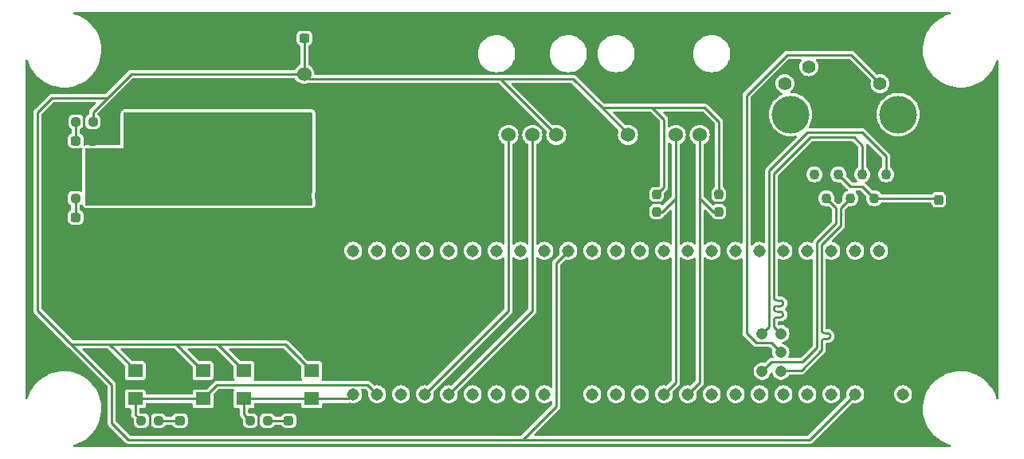
<source format=gtl>
G04 #@! TF.GenerationSoftware,KiCad,Pcbnew,7.0.5*
G04 #@! TF.CreationDate,2024-03-26T19:12:46-05:00*
G04 #@! TF.ProjectId,RotatingSignalStack_board,526f7461-7469-46e6-9753-69676e616c53,rev?*
G04 #@! TF.SameCoordinates,Original*
G04 #@! TF.FileFunction,Copper,L1,Top*
G04 #@! TF.FilePolarity,Positive*
%FSLAX46Y46*%
G04 Gerber Fmt 4.6, Leading zero omitted, Abs format (unit mm)*
G04 Created by KiCad (PCBNEW 7.0.5) date 2024-03-26 19:12:46*
%MOMM*%
%LPD*%
G01*
G04 APERTURE LIST*
G04 Aperture macros list*
%AMRoundRect*
0 Rectangle with rounded corners*
0 $1 Rounding radius*
0 $2 $3 $4 $5 $6 $7 $8 $9 X,Y pos of 4 corners*
0 Add a 4 corners polygon primitive as box body*
4,1,4,$2,$3,$4,$5,$6,$7,$8,$9,$2,$3,0*
0 Add four circle primitives for the rounded corners*
1,1,$1+$1,$2,$3*
1,1,$1+$1,$4,$5*
1,1,$1+$1,$6,$7*
1,1,$1+$1,$8,$9*
0 Add four rect primitives between the rounded corners*
20,1,$1+$1,$2,$3,$4,$5,0*
20,1,$1+$1,$4,$5,$6,$7,0*
20,1,$1+$1,$6,$7,$8,$9,0*
20,1,$1+$1,$8,$9,$2,$3,0*%
G04 Aperture macros list end*
G04 #@! TA.AperFunction,ComponentPad*
%ADD10C,1.600000*%
G04 #@! TD*
G04 #@! TA.AperFunction,ComponentPad*
%ADD11R,1.600000X1.600000*%
G04 #@! TD*
G04 #@! TA.AperFunction,SMDPad,CuDef*
%ADD12RoundRect,0.237500X-0.237500X0.300000X-0.237500X-0.300000X0.237500X-0.300000X0.237500X0.300000X0*%
G04 #@! TD*
G04 #@! TA.AperFunction,ComponentPad*
%ADD13C,1.524000*%
G04 #@! TD*
G04 #@! TA.AperFunction,SMDPad,CuDef*
%ADD14RoundRect,0.237500X0.250000X0.237500X-0.250000X0.237500X-0.250000X-0.237500X0.250000X-0.237500X0*%
G04 #@! TD*
G04 #@! TA.AperFunction,ComponentPad*
%ADD15O,5.100000X3.000000*%
G04 #@! TD*
G04 #@! TA.AperFunction,ComponentPad*
%ADD16C,1.308000*%
G04 #@! TD*
G04 #@! TA.AperFunction,ComponentPad*
%ADD17C,1.208000*%
G04 #@! TD*
G04 #@! TA.AperFunction,SMDPad,CuDef*
%ADD18RoundRect,0.237500X0.237500X-0.250000X0.237500X0.250000X-0.237500X0.250000X-0.237500X-0.250000X0*%
G04 #@! TD*
G04 #@! TA.AperFunction,SMDPad,CuDef*
%ADD19RoundRect,0.237500X0.287500X0.237500X-0.287500X0.237500X-0.287500X-0.237500X0.287500X-0.237500X0*%
G04 #@! TD*
G04 #@! TA.AperFunction,SMDPad,CuDef*
%ADD20RoundRect,0.237500X0.300000X0.237500X-0.300000X0.237500X-0.300000X-0.237500X0.300000X-0.237500X0*%
G04 #@! TD*
G04 #@! TA.AperFunction,SMDPad,CuDef*
%ADD21RoundRect,0.237500X-0.300000X-0.237500X0.300000X-0.237500X0.300000X0.237500X-0.300000X0.237500X0*%
G04 #@! TD*
G04 #@! TA.AperFunction,SMDPad,CuDef*
%ADD22RoundRect,0.237500X-0.250000X-0.237500X0.250000X-0.237500X0.250000X0.237500X-0.250000X0.237500X0*%
G04 #@! TD*
G04 #@! TA.AperFunction,SMDPad,CuDef*
%ADD23R,1.600000X1.400000*%
G04 #@! TD*
G04 #@! TA.AperFunction,ComponentPad*
%ADD24C,1.100000*%
G04 #@! TD*
G04 #@! TA.AperFunction,ComponentPad*
%ADD25C,1.400000*%
G04 #@! TD*
G04 #@! TA.AperFunction,ComponentPad*
%ADD26C,4.000000*%
G04 #@! TD*
G04 #@! TA.AperFunction,ComponentPad*
%ADD27C,2.000000*%
G04 #@! TD*
G04 #@! TA.AperFunction,ViaPad*
%ADD28C,0.800000*%
G04 #@! TD*
G04 #@! TA.AperFunction,Conductor*
%ADD29C,0.254000*%
G04 #@! TD*
G04 APERTURE END LIST*
D10*
X159004000Y-96774000D03*
D11*
X157004000Y-96774000D03*
D12*
X224536000Y-97181500D03*
X224536000Y-98906500D03*
D13*
X157099000Y-88900000D03*
X157099000Y-86360000D03*
X157099000Y-83820000D03*
D14*
X134667000Y-88900000D03*
X132842000Y-88900000D03*
D15*
X139814300Y-103173500D03*
X139814300Y-95299500D03*
D16*
X218186000Y-102616000D03*
X215646000Y-102616000D03*
X213106000Y-102616000D03*
X210566000Y-102616000D03*
X185166000Y-102616000D03*
X215646000Y-117856000D03*
X208026000Y-102616000D03*
X205486000Y-102616000D03*
X202946000Y-102616000D03*
X200406000Y-102616000D03*
X197866000Y-102616000D03*
X195326000Y-102616000D03*
X192786000Y-102616000D03*
X190246000Y-102616000D03*
X187706000Y-102616000D03*
X187706000Y-117856000D03*
X190246000Y-117856000D03*
X192786000Y-117856000D03*
X195326000Y-117856000D03*
X197866000Y-117856000D03*
X200406000Y-117856000D03*
X202946000Y-117856000D03*
X205486000Y-117856000D03*
X208026000Y-117856000D03*
X210566000Y-117856000D03*
X213106000Y-117856000D03*
X182626000Y-102616000D03*
X180086000Y-102616000D03*
X177546000Y-102616000D03*
X175006000Y-102616000D03*
X172466000Y-102616000D03*
X169926000Y-102616000D03*
X167386000Y-102616000D03*
X164846000Y-102616000D03*
X162306000Y-102616000D03*
X162306000Y-117856000D03*
X164846000Y-117856000D03*
X167386000Y-117856000D03*
X169926000Y-117856000D03*
X172466000Y-117856000D03*
X175006000Y-117856000D03*
X177546000Y-117856000D03*
X180086000Y-117856000D03*
X182626000Y-117856000D03*
X220726000Y-102616000D03*
X185166000Y-117856000D03*
X218186000Y-117856000D03*
D17*
X205756000Y-113406000D03*
X207756000Y-113406000D03*
X207756000Y-115406000D03*
X205756000Y-115406000D03*
X205756000Y-111406000D03*
X207756000Y-111406000D03*
D16*
X220726000Y-117856000D03*
D18*
X201168000Y-98448500D03*
X201168000Y-96623500D03*
D19*
X157226000Y-120650000D03*
X155476000Y-120650000D03*
D18*
X194564000Y-98448500D03*
X194564000Y-96623500D03*
D19*
X132842000Y-99060000D03*
X134592000Y-99060000D03*
D15*
X149466300Y-103173500D03*
X149466300Y-95299500D03*
D20*
X132895000Y-92964000D03*
X134620000Y-92964000D03*
D19*
X134592000Y-90932000D03*
X132842000Y-90932000D03*
D21*
X157125500Y-80010000D03*
X158850500Y-80010000D03*
D22*
X139803500Y-120650000D03*
X141628500Y-120650000D03*
D20*
X132895000Y-94996000D03*
X134620000Y-94996000D03*
D23*
X139148000Y-115340000D03*
X146348000Y-115340000D03*
X139148000Y-118340000D03*
X146348000Y-118340000D03*
D13*
X191516000Y-90297000D03*
X194056000Y-90297000D03*
X196596000Y-90297000D03*
X199136000Y-90297000D03*
D22*
X134620000Y-97028000D03*
X132795000Y-97028000D03*
D19*
X145655000Y-120650000D03*
X143905000Y-120650000D03*
D23*
X150719000Y-115340000D03*
X157919000Y-115340000D03*
X150719000Y-118340000D03*
X157919000Y-118340000D03*
D22*
X151374500Y-120650000D03*
X153199500Y-120650000D03*
D24*
X218948000Y-94488000D03*
X217678000Y-97028000D03*
X216408000Y-94488000D03*
X215138000Y-97028000D03*
X213868000Y-94488000D03*
X212598000Y-97028000D03*
X211328000Y-94488000D03*
X210058000Y-97028000D03*
D25*
X220828000Y-83058000D03*
X218288000Y-84848000D03*
X210718000Y-83058000D03*
X208178000Y-84848000D03*
D26*
X220218000Y-88138000D03*
X208788000Y-88138000D03*
D27*
X222378000Y-91188000D03*
X206628000Y-91188000D03*
D13*
X178816000Y-90297000D03*
X181356000Y-90297000D03*
X183896000Y-90297000D03*
D21*
X157125500Y-92710000D03*
X158850500Y-92710000D03*
D28*
X142748000Y-115316000D03*
X148590000Y-115316000D03*
X154432000Y-115316000D03*
X160782000Y-120650000D03*
X148590000Y-118364000D03*
D29*
X134667000Y-87884000D02*
X136294500Y-86256500D01*
X134667000Y-88900000D02*
X134667000Y-87884000D01*
X183896000Y-103886000D02*
X183896000Y-119126000D01*
X201168000Y-88900000D02*
X199644000Y-87376000D01*
X128778000Y-108966000D02*
X132334000Y-112522000D01*
X157919000Y-115340000D02*
X155101000Y-112522000D01*
X183896000Y-119126000D02*
X180340000Y-122682000D01*
X132334000Y-112522000D02*
X136398000Y-112522000D01*
X185674000Y-84328000D02*
X188595000Y-87249000D01*
X147574000Y-112522000D02*
X143510000Y-112522000D01*
X132334000Y-112522000D02*
X136652000Y-116840000D01*
X138731000Y-83820000D02*
X136294500Y-86256500D01*
X136294500Y-86256500D02*
X136191000Y-86360000D01*
X136191000Y-86360000D02*
X130302000Y-86360000D01*
X157099000Y-80036500D02*
X157125500Y-80010000D01*
X188595000Y-87249000D02*
X191516000Y-90170000D01*
X195326000Y-95861500D02*
X194564000Y-96623500D01*
X136398000Y-112522000D02*
X143510000Y-112522000D01*
X157607000Y-84328000D02*
X157099000Y-83820000D01*
X147901000Y-112522000D02*
X147574000Y-112522000D01*
X146328000Y-115340000D02*
X143510000Y-112522000D01*
X191516000Y-90170000D02*
X191516000Y-90297000D01*
X177927000Y-84328000D02*
X185674000Y-84328000D01*
X155101000Y-112522000D02*
X147574000Y-112522000D01*
X139148000Y-115340000D02*
X139148000Y-115272000D01*
X188722000Y-87376000D02*
X188595000Y-87249000D01*
X183896000Y-90297000D02*
X177927000Y-84328000D01*
X150719000Y-115340000D02*
X147901000Y-112522000D01*
X157099000Y-83820000D02*
X157099000Y-80036500D01*
X139148000Y-115272000D02*
X136398000Y-112522000D01*
X177927000Y-84328000D02*
X176276000Y-84328000D01*
X136652000Y-116840000D02*
X136652000Y-120904000D01*
X136652000Y-120904000D02*
X138430000Y-122682000D01*
X157099000Y-83820000D02*
X138731000Y-83820000D01*
X194056000Y-87376000D02*
X188722000Y-87376000D01*
X201168000Y-96623500D02*
X201168000Y-88900000D01*
X130302000Y-86360000D02*
X128778000Y-87884000D01*
X185166000Y-102616000D02*
X183896000Y-103886000D01*
X176276000Y-84328000D02*
X157607000Y-84328000D01*
X128778000Y-87884000D02*
X128778000Y-108966000D01*
X146348000Y-115340000D02*
X146328000Y-115340000D01*
X138430000Y-122682000D02*
X180340000Y-122682000D01*
X199644000Y-87376000D02*
X194056000Y-87376000D01*
X210820000Y-122682000D02*
X215646000Y-117856000D01*
X194056000Y-87376000D02*
X195326000Y-88646000D01*
X195326000Y-88646000D02*
X195326000Y-95861500D01*
X180340000Y-122682000D02*
X210820000Y-122682000D01*
X213868000Y-94488000D02*
X215138000Y-95758000D01*
X216408000Y-95758000D02*
X217678000Y-97028000D01*
X224536000Y-97181500D02*
X224382500Y-97028000D01*
X215138000Y-95758000D02*
X216408000Y-95758000D01*
X224382500Y-97028000D02*
X217678000Y-97028000D01*
X196596000Y-97028000D02*
X196596000Y-116586000D01*
X196596000Y-90297000D02*
X196596000Y-94742000D01*
X194564000Y-98448500D02*
X195175500Y-98448500D01*
X196596000Y-116586000D02*
X195326000Y-117856000D01*
X195175500Y-98448500D02*
X196596000Y-97028000D01*
X196596000Y-94742000D02*
X196596000Y-97028000D01*
X200556500Y-98448500D02*
X199136000Y-97028000D01*
X201168000Y-98448500D02*
X200556500Y-98448500D01*
X199136000Y-90297000D02*
X199136000Y-94742000D01*
X199136000Y-94742000D02*
X199136000Y-97028000D01*
X199136000Y-116586000D02*
X197866000Y-117856000D01*
X199136000Y-97028000D02*
X199136000Y-116586000D01*
X132795000Y-97028000D02*
X132795000Y-99013000D01*
X132795000Y-99013000D02*
X132842000Y-99060000D01*
X132842000Y-88900000D02*
X132842000Y-90932000D01*
X155476000Y-120650000D02*
X153199500Y-120650000D01*
X143905000Y-120650000D02*
X141628500Y-120650000D01*
X205105000Y-112395000D02*
X204089000Y-111379000D01*
X206745000Y-112395000D02*
X205105000Y-112395000D01*
X208407000Y-81788000D02*
X215228000Y-81788000D01*
X207756000Y-113406000D02*
X206745000Y-112395000D01*
X215228000Y-81788000D02*
X218288000Y-84848000D01*
X204089000Y-86106000D02*
X208407000Y-81788000D01*
X204089000Y-111379000D02*
X204089000Y-86106000D01*
X205756000Y-111406000D02*
X206502000Y-110660000D01*
X218948000Y-92583000D02*
X218948000Y-94488000D01*
X206502000Y-110660000D02*
X206502000Y-94107000D01*
X206502000Y-94107000D02*
X210566000Y-90043000D01*
X216408000Y-90043000D02*
X218948000Y-92583000D01*
X210566000Y-90043000D02*
X216408000Y-90043000D01*
X207010000Y-94424500D02*
X210883500Y-90551000D01*
X207310000Y-108482000D02*
X207710000Y-108482000D01*
X215519000Y-90551000D02*
X216408000Y-91440000D01*
X207010000Y-107582000D02*
X207010000Y-107420780D01*
X207756000Y-111406000D02*
X207010000Y-110660000D01*
X207310000Y-109682000D02*
X207710000Y-109682000D01*
X216408000Y-91440000D02*
X216408000Y-94488000D01*
X207710000Y-107882000D02*
X207310000Y-107882000D01*
X207010000Y-107420780D02*
X207010000Y-94424500D01*
X210883500Y-90551000D02*
X215519000Y-90551000D01*
X207710000Y-109082000D02*
X207310000Y-109082000D01*
X207010000Y-110660000D02*
X207010000Y-109982000D01*
X208010000Y-108182000D02*
G75*
G03*
X207710000Y-107882000I-300000J0D01*
G01*
X207010000Y-107582000D02*
G75*
G03*
X207310000Y-107882000I300000J0D01*
G01*
X207710000Y-108482000D02*
G75*
G03*
X208010000Y-108182000I0J300000D01*
G01*
X207310000Y-109682000D02*
G75*
G03*
X207010000Y-109982000I0J-300000D01*
G01*
X208010000Y-109382000D02*
G75*
G03*
X207710000Y-109082000I-300000J0D01*
G01*
X207310000Y-108482000D02*
G75*
G03*
X207010000Y-108782000I0J-300000D01*
G01*
X207710000Y-109682000D02*
G75*
G03*
X208010000Y-109382000I0J300000D01*
G01*
X207010000Y-108782000D02*
G75*
G03*
X207310000Y-109082000I300000J0D01*
G01*
X207846000Y-115316000D02*
X209934526Y-115316000D01*
X212390000Y-111968000D02*
X212740000Y-111968000D01*
X207756000Y-115406000D02*
X207846000Y-115316000D01*
X212090000Y-110752199D02*
X212090000Y-101981000D01*
X214122000Y-98044000D02*
X215138000Y-97028000D01*
X212090000Y-101981000D02*
X214122000Y-99949000D01*
X209934526Y-115316000D02*
X212090000Y-113160526D01*
X212740000Y-111368000D02*
X212390000Y-111368000D01*
X212090000Y-111068000D02*
X212090000Y-110752199D01*
X212090000Y-113160526D02*
X212090000Y-112268000D01*
X214122000Y-99949000D02*
X214122000Y-98044000D01*
X212390000Y-111968000D02*
G75*
G03*
X212090000Y-112268000I0J-300000D01*
G01*
X213040000Y-111668000D02*
G75*
G03*
X212740000Y-111368000I-300000J0D01*
G01*
X212740000Y-111968000D02*
G75*
G03*
X213040000Y-111668000I0J300000D01*
G01*
X212090000Y-111068000D02*
G75*
G03*
X212390000Y-111368000I300000J0D01*
G01*
X213614000Y-98044000D02*
X213614000Y-99695000D01*
X211582000Y-112903000D02*
X210058000Y-114427000D01*
X210058000Y-114427000D02*
X206735000Y-114427000D01*
X212598000Y-97028000D02*
X213614000Y-98044000D01*
X211582000Y-101727000D02*
X211582000Y-112903000D01*
X206735000Y-114427000D02*
X205756000Y-115406000D01*
X213614000Y-99695000D02*
X211582000Y-101727000D01*
X157919000Y-118340000D02*
X150719000Y-118340000D01*
X151374500Y-120650000D02*
X150719000Y-119994500D01*
X157919000Y-118340000D02*
X161822000Y-118340000D01*
X150719000Y-119994500D02*
X150719000Y-118340000D01*
X161822000Y-118340000D02*
X162306000Y-117856000D01*
X146348000Y-118340000D02*
X139148000Y-118340000D01*
X164846000Y-117856000D02*
X163830000Y-116840000D01*
X139803500Y-120650000D02*
X139148000Y-119994500D01*
X147848000Y-116840000D02*
X146348000Y-118340000D01*
X139148000Y-119994500D02*
X139148000Y-118340000D01*
X163830000Y-116840000D02*
X147848000Y-116840000D01*
X178816000Y-108966000D02*
X169926000Y-117856000D01*
X178816000Y-90297000D02*
X178816000Y-108966000D01*
X181356000Y-90297000D02*
X181356000Y-108966000D01*
X181356000Y-108966000D02*
X172466000Y-117856000D01*
G04 #@! TA.AperFunction,Conductor*
G36*
X157931039Y-87903685D02*
G01*
X157976794Y-87956489D01*
X157988000Y-88008000D01*
X157988000Y-96316300D01*
X157975002Y-96371567D01*
X157973420Y-96374742D01*
X157973419Y-96374746D01*
X157917602Y-96570917D01*
X157898785Y-96773999D01*
X157898785Y-96774000D01*
X157917602Y-96977082D01*
X157973415Y-97173241D01*
X157973418Y-97173250D01*
X157975000Y-97176428D01*
X157988000Y-97231698D01*
X157988000Y-97666000D01*
X157968315Y-97733039D01*
X157915511Y-97778794D01*
X157864000Y-97790000D01*
X133982000Y-97790000D01*
X133914961Y-97770315D01*
X133869206Y-97717511D01*
X133858000Y-97666000D01*
X133858000Y-91818000D01*
X133877685Y-91750961D01*
X133930489Y-91705206D01*
X133982000Y-91694000D01*
X134148163Y-91694000D01*
X134167993Y-91696466D01*
X134168029Y-91696169D01*
X134262381Y-91707500D01*
X134262382Y-91707500D01*
X134921619Y-91707500D01*
X135015971Y-91696169D01*
X135016006Y-91696466D01*
X135035837Y-91694000D01*
X137922000Y-91694000D01*
X137922000Y-88008000D01*
X137941685Y-87940961D01*
X137994489Y-87895206D01*
X138046000Y-87884000D01*
X157864000Y-87884000D01*
X157931039Y-87903685D01*
G37*
G04 #@! TD.AperFunction*
G04 #@! TA.AperFunction,Conductor*
G36*
X154939600Y-112969185D02*
G01*
X154960242Y-112985819D01*
X156782181Y-114807757D01*
X156815666Y-114869080D01*
X156818500Y-114895438D01*
X156818500Y-116084856D01*
X156818502Y-116084882D01*
X156821413Y-116109987D01*
X156821415Y-116109991D01*
X156864905Y-116208488D01*
X156866794Y-116212765D01*
X156866796Y-116212767D01*
X156870670Y-116218422D01*
X156892317Y-116284854D01*
X156874613Y-116352443D01*
X156823177Y-116399731D01*
X156768371Y-116412500D01*
X151869629Y-116412500D01*
X151802590Y-116392815D01*
X151756835Y-116340011D01*
X151746891Y-116270853D01*
X151767330Y-116218422D01*
X151771201Y-116212769D01*
X151771206Y-116212765D01*
X151816585Y-116109991D01*
X151819500Y-116084865D01*
X151819499Y-114595136D01*
X151819497Y-114595117D01*
X151816586Y-114570012D01*
X151816585Y-114570010D01*
X151816585Y-114570009D01*
X151771206Y-114467235D01*
X151691765Y-114387794D01*
X151691764Y-114387793D01*
X151588992Y-114342415D01*
X151563868Y-114339500D01*
X151563865Y-114339500D01*
X150374439Y-114339500D01*
X150307400Y-114319815D01*
X150286758Y-114303181D01*
X149144757Y-113161181D01*
X149111272Y-113099858D01*
X149116256Y-113030166D01*
X149158128Y-112974233D01*
X149223592Y-112949816D01*
X149232438Y-112949500D01*
X154872561Y-112949500D01*
X154939600Y-112969185D01*
G37*
G04 #@! TD.AperFunction*
G04 #@! TA.AperFunction,Conductor*
G36*
X215357600Y-90998185D02*
G01*
X215378242Y-91014819D01*
X215944181Y-91580757D01*
X215977666Y-91642080D01*
X215980500Y-91668438D01*
X215980500Y-93684140D01*
X215960815Y-93751179D01*
X215929388Y-93784456D01*
X215898179Y-93807130D01*
X215835768Y-93852475D01*
X215716140Y-93985336D01*
X215626750Y-94140164D01*
X215626747Y-94140170D01*
X215571504Y-94310192D01*
X215571503Y-94310194D01*
X215552815Y-94487999D01*
X215571503Y-94665805D01*
X215571504Y-94665807D01*
X215626747Y-94835829D01*
X215626750Y-94835835D01*
X215716141Y-94990665D01*
X215775955Y-95057095D01*
X215835771Y-95123528D01*
X215866001Y-95186520D01*
X215857376Y-95255855D01*
X215812634Y-95309520D01*
X215745982Y-95330478D01*
X215743621Y-95330500D01*
X215366438Y-95330500D01*
X215299399Y-95310815D01*
X215278757Y-95294181D01*
X214741171Y-94756595D01*
X214707686Y-94695272D01*
X214705531Y-94655960D01*
X214723185Y-94488000D01*
X214704497Y-94310197D01*
X214657235Y-94164740D01*
X214649252Y-94140170D01*
X214649249Y-94140164D01*
X214625478Y-94098991D01*
X214559859Y-93985335D01*
X214493944Y-93912129D01*
X214440235Y-93852478D01*
X214440232Y-93852476D01*
X214440231Y-93852475D01*
X214440230Y-93852474D01*
X214295593Y-93747388D01*
X214132267Y-93674671D01*
X214132265Y-93674670D01*
X214004594Y-93647533D01*
X213957391Y-93637500D01*
X213778609Y-93637500D01*
X213747954Y-93644015D01*
X213603733Y-93674670D01*
X213603728Y-93674672D01*
X213440408Y-93747387D01*
X213295768Y-93852475D01*
X213176140Y-93985336D01*
X213086750Y-94140164D01*
X213086747Y-94140170D01*
X213031504Y-94310192D01*
X213031503Y-94310194D01*
X213012815Y-94487999D01*
X213031503Y-94665805D01*
X213031504Y-94665807D01*
X213086747Y-94835829D01*
X213086750Y-94835835D01*
X213176141Y-94990665D01*
X213217812Y-95036946D01*
X213295764Y-95123521D01*
X213295767Y-95123523D01*
X213295770Y-95123526D01*
X213440407Y-95228612D01*
X213603733Y-95301329D01*
X213778609Y-95338500D01*
X213778610Y-95338500D01*
X213957390Y-95338500D01*
X213957391Y-95338500D01*
X214020628Y-95325058D01*
X214090294Y-95330373D01*
X214134090Y-95358667D01*
X214816274Y-96040850D01*
X214820901Y-96046028D01*
X214834013Y-96062469D01*
X214860422Y-96127153D01*
X214847668Y-96195849D01*
X214799799Y-96246744D01*
X214787504Y-96253062D01*
X214710406Y-96287388D01*
X214565768Y-96392475D01*
X214446140Y-96525336D01*
X214356750Y-96680164D01*
X214356747Y-96680170D01*
X214301504Y-96850192D01*
X214301503Y-96850194D01*
X214289587Y-96963565D01*
X214282815Y-97028000D01*
X214300468Y-97195951D01*
X214287899Y-97264680D01*
X214264828Y-97296593D01*
X213955680Y-97605741D01*
X213894357Y-97639226D01*
X213824665Y-97634242D01*
X213780318Y-97605741D01*
X213471171Y-97296594D01*
X213437686Y-97235271D01*
X213435531Y-97195960D01*
X213453185Y-97028000D01*
X213434497Y-96850197D01*
X213379250Y-96680165D01*
X213289859Y-96525335D01*
X213229326Y-96458106D01*
X213170235Y-96392478D01*
X213170232Y-96392476D01*
X213170231Y-96392475D01*
X213170230Y-96392474D01*
X213025593Y-96287388D01*
X212862267Y-96214671D01*
X212862265Y-96214670D01*
X212725616Y-96185625D01*
X212687391Y-96177500D01*
X212508609Y-96177500D01*
X212493244Y-96180766D01*
X212333733Y-96214670D01*
X212333728Y-96214672D01*
X212170408Y-96287387D01*
X212025768Y-96392475D01*
X211906140Y-96525336D01*
X211816750Y-96680164D01*
X211816747Y-96680170D01*
X211761504Y-96850192D01*
X211761503Y-96850194D01*
X211744974Y-97007455D01*
X211742815Y-97028000D01*
X211743655Y-97035993D01*
X211761503Y-97205805D01*
X211761504Y-97205807D01*
X211816747Y-97375829D01*
X211816750Y-97375835D01*
X211906141Y-97530665D01*
X211936799Y-97564714D01*
X212025764Y-97663521D01*
X212025767Y-97663523D01*
X212025770Y-97663526D01*
X212170407Y-97768612D01*
X212333733Y-97841329D01*
X212508609Y-97878500D01*
X212508610Y-97878500D01*
X212687390Y-97878500D01*
X212687391Y-97878500D01*
X212750628Y-97865058D01*
X212820294Y-97870373D01*
X212864090Y-97898667D01*
X213150181Y-98184757D01*
X213183666Y-98246080D01*
X213186500Y-98272438D01*
X213186500Y-99466561D01*
X213166815Y-99533600D01*
X213150181Y-99554242D01*
X211299156Y-101405267D01*
X211293968Y-101409903D01*
X211265079Y-101432942D01*
X211233932Y-101478624D01*
X211232592Y-101480513D01*
X211199771Y-101524984D01*
X211195994Y-101532129D01*
X211192484Y-101539420D01*
X211176184Y-101592259D01*
X211175460Y-101594458D01*
X211157207Y-101646626D01*
X211155708Y-101654546D01*
X211154771Y-101660764D01*
X211153143Y-101664264D01*
X211152123Y-101670270D01*
X211151794Y-101671340D01*
X211150095Y-101670817D01*
X211125307Y-101724118D01*
X211066270Y-101761485D01*
X210996402Y-101761002D01*
X210973704Y-101751627D01*
X210933038Y-101729890D01*
X210753117Y-101675311D01*
X210753115Y-101675310D01*
X210566000Y-101656882D01*
X210378884Y-101675310D01*
X210378882Y-101675311D01*
X210198959Y-101729891D01*
X210033148Y-101818518D01*
X210033142Y-101818523D01*
X209887800Y-101937800D01*
X209768523Y-102083142D01*
X209768518Y-102083148D01*
X209679891Y-102248959D01*
X209625311Y-102428882D01*
X209625310Y-102428884D01*
X209606882Y-102616000D01*
X209625310Y-102803115D01*
X209625311Y-102803117D01*
X209679891Y-102983040D01*
X209768518Y-103148851D01*
X209768523Y-103148857D01*
X209887800Y-103294199D01*
X210033142Y-103413476D01*
X210033148Y-103413481D01*
X210159955Y-103481260D01*
X210198961Y-103502109D01*
X210351300Y-103548321D01*
X210378882Y-103556688D01*
X210378884Y-103556689D01*
X210397312Y-103558503D01*
X210566000Y-103575118D01*
X210753115Y-103556689D01*
X210933039Y-103502109D01*
X210972044Y-103481259D01*
X211040447Y-103467017D01*
X211105691Y-103492016D01*
X211147062Y-103548320D01*
X211154499Y-103590617D01*
X211154499Y-112674561D01*
X211134814Y-112741600D01*
X211118180Y-112762242D01*
X209917243Y-113963181D01*
X209855920Y-113996666D01*
X209829562Y-113999500D01*
X208672543Y-113999500D01*
X208605504Y-113979815D01*
X208559749Y-113927011D01*
X208549805Y-113857853D01*
X208565156Y-113813500D01*
X208586853Y-113775920D01*
X208645608Y-113595092D01*
X208665482Y-113406000D01*
X208645608Y-113216908D01*
X208586853Y-113036080D01*
X208491786Y-112871420D01*
X208364562Y-112730123D01*
X208210741Y-112618365D01*
X208037045Y-112541031D01*
X208037043Y-112541030D01*
X207972399Y-112527290D01*
X207910917Y-112494098D01*
X207877141Y-112432935D01*
X207881793Y-112363220D01*
X207923398Y-112307088D01*
X207972399Y-112284710D01*
X207973823Y-112284407D01*
X208037045Y-112270969D01*
X208210741Y-112193635D01*
X208364562Y-112081877D01*
X208491786Y-111940580D01*
X208586853Y-111775920D01*
X208645608Y-111595092D01*
X208665482Y-111406000D01*
X208645608Y-111216908D01*
X208586853Y-111036080D01*
X208491786Y-110871420D01*
X208364562Y-110730123D01*
X208210741Y-110618365D01*
X208037045Y-110541031D01*
X208037043Y-110541030D01*
X207851067Y-110501500D01*
X207660933Y-110501500D01*
X207612300Y-110511837D01*
X207587279Y-110517155D01*
X207517612Y-110511837D01*
X207461879Y-110469699D01*
X207437775Y-110404119D01*
X207437500Y-110395864D01*
X207437500Y-110233500D01*
X207457185Y-110166461D01*
X207509989Y-110120706D01*
X207561500Y-110109500D01*
X207781653Y-110109500D01*
X207781654Y-110109499D01*
X207922204Y-110081543D01*
X208054600Y-110026702D01*
X208173754Y-109947086D01*
X208275086Y-109845754D01*
X208354702Y-109726600D01*
X208409543Y-109594204D01*
X208437500Y-109453652D01*
X208437500Y-109382000D01*
X208437500Y-109320535D01*
X208437500Y-109310348D01*
X208409543Y-109169796D01*
X208354702Y-109037400D01*
X208354700Y-109037397D01*
X208354698Y-109037393D01*
X208275086Y-108918246D01*
X208275083Y-108918242D01*
X208226522Y-108869681D01*
X208193037Y-108808358D01*
X208198021Y-108738666D01*
X208226522Y-108694319D01*
X208275083Y-108645757D01*
X208275086Y-108645754D01*
X208354702Y-108526600D01*
X208409543Y-108394204D01*
X208437500Y-108253652D01*
X208437500Y-108182000D01*
X208437500Y-108120535D01*
X208437500Y-108110348D01*
X208409543Y-107969796D01*
X208354702Y-107837400D01*
X208354700Y-107837397D01*
X208354698Y-107837393D01*
X208275086Y-107718246D01*
X208275083Y-107718242D01*
X208173757Y-107616916D01*
X208173753Y-107616913D01*
X208054606Y-107537301D01*
X208054596Y-107537296D01*
X207922204Y-107482457D01*
X207922196Y-107482455D01*
X207781656Y-107454500D01*
X207781652Y-107454500D01*
X207774435Y-107454500D01*
X207561500Y-107454500D01*
X207494461Y-107434815D01*
X207448706Y-107382011D01*
X207437500Y-107330500D01*
X207437500Y-103590617D01*
X207457185Y-103523578D01*
X207509989Y-103477823D01*
X207579147Y-103467879D01*
X207619952Y-103481258D01*
X207658961Y-103502109D01*
X207811296Y-103548320D01*
X207838882Y-103556688D01*
X207838884Y-103556689D01*
X207855660Y-103558341D01*
X208026000Y-103575118D01*
X208213115Y-103556689D01*
X208393039Y-103502109D01*
X208458691Y-103467017D01*
X208558851Y-103413481D01*
X208558853Y-103413478D01*
X208558857Y-103413477D01*
X208704199Y-103294199D01*
X208823477Y-103148857D01*
X208823478Y-103148853D01*
X208823481Y-103148851D01*
X208912108Y-102983040D01*
X208912109Y-102983039D01*
X208966689Y-102803115D01*
X208985118Y-102616000D01*
X208966689Y-102428885D01*
X208912109Y-102248961D01*
X208868500Y-102167374D01*
X208823481Y-102083148D01*
X208823476Y-102083142D01*
X208704199Y-101937800D01*
X208558857Y-101818523D01*
X208558851Y-101818518D01*
X208393040Y-101729891D01*
X208213117Y-101675311D01*
X208213115Y-101675310D01*
X208026000Y-101656882D01*
X207838884Y-101675310D01*
X207838882Y-101675311D01*
X207658961Y-101729890D01*
X207619952Y-101750741D01*
X207551549Y-101764982D01*
X207486306Y-101739981D01*
X207444936Y-101683676D01*
X207437500Y-101641382D01*
X207437500Y-94652937D01*
X207457185Y-94585898D01*
X207473814Y-94565261D01*
X207551076Y-94487999D01*
X210472815Y-94487999D01*
X210491503Y-94665805D01*
X210491504Y-94665807D01*
X210546747Y-94835829D01*
X210546750Y-94835835D01*
X210636141Y-94990665D01*
X210677812Y-95036946D01*
X210755764Y-95123521D01*
X210755767Y-95123523D01*
X210755770Y-95123526D01*
X210900407Y-95228612D01*
X211063733Y-95301329D01*
X211238609Y-95338500D01*
X211238610Y-95338500D01*
X211417389Y-95338500D01*
X211417391Y-95338500D01*
X211592267Y-95301329D01*
X211755593Y-95228612D01*
X211900230Y-95123526D01*
X212019859Y-94990665D01*
X212109250Y-94835835D01*
X212164497Y-94665803D01*
X212183185Y-94488000D01*
X212164497Y-94310197D01*
X212117235Y-94164740D01*
X212109252Y-94140170D01*
X212109249Y-94140164D01*
X212085478Y-94098991D01*
X212019859Y-93985335D01*
X211953944Y-93912129D01*
X211900235Y-93852478D01*
X211900232Y-93852476D01*
X211900231Y-93852475D01*
X211900230Y-93852474D01*
X211755593Y-93747388D01*
X211592267Y-93674671D01*
X211592265Y-93674670D01*
X211464594Y-93647533D01*
X211417391Y-93637500D01*
X211238609Y-93637500D01*
X211207954Y-93644015D01*
X211063733Y-93674670D01*
X211063728Y-93674672D01*
X210900408Y-93747387D01*
X210755768Y-93852475D01*
X210636140Y-93985336D01*
X210546750Y-94140164D01*
X210546747Y-94140170D01*
X210491504Y-94310192D01*
X210491503Y-94310194D01*
X210472815Y-94487999D01*
X207551076Y-94487999D01*
X211024257Y-91014819D01*
X211085580Y-90981334D01*
X211111938Y-90978500D01*
X215290561Y-90978500D01*
X215357600Y-90998185D01*
G37*
G04 #@! TD.AperFunction*
G04 #@! TA.AperFunction,Conductor*
G36*
X225754238Y-77236185D02*
G01*
X225799993Y-77288989D01*
X225809937Y-77358147D01*
X225780912Y-77421703D01*
X225722134Y-77459477D01*
X225717797Y-77460666D01*
X225649272Y-77478114D01*
X225276549Y-77613774D01*
X224919191Y-77785869D01*
X224580753Y-77992684D01*
X224580742Y-77992692D01*
X224264575Y-78232180D01*
X224264572Y-78232182D01*
X223973813Y-78501968D01*
X223711365Y-78799359D01*
X223479839Y-79121393D01*
X223479826Y-79121413D01*
X223281516Y-79464896D01*
X223118382Y-79826437D01*
X222992059Y-80202419D01*
X222903799Y-80589111D01*
X222854478Y-80982681D01*
X222844590Y-81379173D01*
X222844590Y-81379187D01*
X222874230Y-81774711D01*
X222874231Y-81774724D01*
X222943108Y-82165339D01*
X223050530Y-82547137D01*
X223050534Y-82547151D01*
X223195435Y-82916353D01*
X223195440Y-82916365D01*
X223376386Y-83269314D01*
X223376397Y-83269333D01*
X223413734Y-83327141D01*
X223591586Y-83602509D01*
X223838886Y-83912614D01*
X223838895Y-83912625D01*
X224115823Y-84196544D01*
X224115833Y-84196554D01*
X224419676Y-84451508D01*
X224747394Y-84674942D01*
X225095730Y-84864636D01*
X225461223Y-85018704D01*
X225461232Y-85018706D01*
X225461238Y-85018709D01*
X225840235Y-85135614D01*
X225840248Y-85135617D01*
X226228999Y-85214205D01*
X226229014Y-85214208D01*
X226567299Y-85248058D01*
X226623680Y-85253700D01*
X226623681Y-85253700D01*
X226921084Y-85253700D01*
X226921101Y-85253700D01*
X227218145Y-85238875D01*
X227610353Y-85179759D01*
X227994726Y-85081886D01*
X228367445Y-84946228D01*
X228724803Y-84774133D01*
X228754778Y-84755816D01*
X229063246Y-84567315D01*
X229063245Y-84567315D01*
X229063251Y-84567312D01*
X229379424Y-84327820D01*
X229670181Y-84058037D01*
X229932631Y-83760645D01*
X230164166Y-83438600D01*
X230362485Y-83095101D01*
X230525617Y-82733563D01*
X230643957Y-82381340D01*
X230683968Y-82324061D01*
X230748594Y-82297506D01*
X230817318Y-82310107D01*
X230868321Y-82357862D01*
X230885500Y-82420833D01*
X230885500Y-118252243D01*
X230865815Y-118319282D01*
X230813011Y-118365037D01*
X230743853Y-118374981D01*
X230680297Y-118345956D01*
X230642523Y-118287178D01*
X230642135Y-118285827D01*
X230593469Y-118112862D01*
X230593465Y-118112848D01*
X230448564Y-117743646D01*
X230448559Y-117743634D01*
X230267613Y-117390685D01*
X230267609Y-117390677D01*
X230052414Y-117057491D01*
X229805114Y-116747386D01*
X229805111Y-116747383D01*
X229805104Y-116747374D01*
X229528176Y-116463455D01*
X229528173Y-116463452D01*
X229528172Y-116463451D01*
X229528167Y-116463446D01*
X229224324Y-116208492D01*
X229079849Y-116109991D01*
X228896605Y-115985057D01*
X228780493Y-115921826D01*
X228548270Y-115795364D01*
X228548262Y-115795360D01*
X228548259Y-115795359D01*
X228182777Y-115641296D01*
X228182761Y-115641290D01*
X227803764Y-115524385D01*
X227803751Y-115524382D01*
X227415000Y-115445794D01*
X227414979Y-115445791D01*
X227020320Y-115406300D01*
X227020319Y-115406300D01*
X226722899Y-115406300D01*
X226722884Y-115406300D01*
X226425855Y-115421124D01*
X226033647Y-115480241D01*
X225649272Y-115578114D01*
X225276549Y-115713774D01*
X224919191Y-115885869D01*
X224580753Y-116092684D01*
X224580742Y-116092692D01*
X224264575Y-116332180D01*
X224264572Y-116332182D01*
X223973813Y-116601968D01*
X223711365Y-116899359D01*
X223479839Y-117221393D01*
X223479826Y-117221413D01*
X223281516Y-117564896D01*
X223118382Y-117926437D01*
X222992059Y-118302419D01*
X222903799Y-118689111D01*
X222854478Y-119082681D01*
X222844590Y-119479173D01*
X222844590Y-119479187D01*
X222874230Y-119874711D01*
X222874231Y-119874721D01*
X222943108Y-120265339D01*
X223050530Y-120647137D01*
X223050534Y-120647151D01*
X223195435Y-121016353D01*
X223195440Y-121016365D01*
X223372052Y-121360860D01*
X223376391Y-121369323D01*
X223591586Y-121702509D01*
X223838886Y-122012614D01*
X223838895Y-122012625D01*
X224115823Y-122296544D01*
X224115833Y-122296554D01*
X224419676Y-122551508D01*
X224747394Y-122774942D01*
X225095730Y-122964636D01*
X225461223Y-123118704D01*
X225461232Y-123118706D01*
X225461238Y-123118709D01*
X225728048Y-123201009D01*
X225786307Y-123239579D01*
X225814464Y-123303524D01*
X225803581Y-123372541D01*
X225757113Y-123424717D01*
X225691498Y-123443500D01*
X132706801Y-123443500D01*
X132639762Y-123423815D01*
X132594007Y-123371011D01*
X132584063Y-123301853D01*
X132613088Y-123238297D01*
X132671866Y-123200523D01*
X132676203Y-123199334D01*
X132744726Y-123181886D01*
X133117445Y-123046228D01*
X133474803Y-122874133D01*
X133813251Y-122667312D01*
X134129424Y-122427820D01*
X134420181Y-122158037D01*
X134682631Y-121860645D01*
X134914166Y-121538600D01*
X135112485Y-121195101D01*
X135275617Y-120833563D01*
X135401941Y-120457578D01*
X135490201Y-120070885D01*
X135539521Y-119677325D01*
X135544828Y-119464499D01*
X135549409Y-119280826D01*
X135549409Y-119280810D01*
X135543831Y-119206373D01*
X135519769Y-118885280D01*
X135450893Y-118494668D01*
X135414420Y-118365037D01*
X135379006Y-118239166D01*
X135343467Y-118112854D01*
X135316097Y-118043117D01*
X135198564Y-117743646D01*
X135198559Y-117743634D01*
X135017613Y-117390685D01*
X135017609Y-117390677D01*
X134802414Y-117057491D01*
X134555114Y-116747386D01*
X134555111Y-116747383D01*
X134555104Y-116747374D01*
X134278176Y-116463455D01*
X134278173Y-116463452D01*
X134278172Y-116463451D01*
X134278167Y-116463446D01*
X133974324Y-116208492D01*
X133829849Y-116109991D01*
X133646605Y-115985057D01*
X133530493Y-115921826D01*
X133298270Y-115795364D01*
X133298262Y-115795360D01*
X133298259Y-115795359D01*
X132932777Y-115641296D01*
X132932761Y-115641290D01*
X132553764Y-115524385D01*
X132553751Y-115524382D01*
X132165000Y-115445794D01*
X132164979Y-115445791D01*
X131770320Y-115406300D01*
X131770319Y-115406300D01*
X131472899Y-115406300D01*
X131472884Y-115406300D01*
X131175855Y-115421124D01*
X130783647Y-115480241D01*
X130399272Y-115578114D01*
X130026549Y-115713774D01*
X129669191Y-115885869D01*
X129330753Y-116092684D01*
X129330742Y-116092692D01*
X129014575Y-116332180D01*
X129014572Y-116332182D01*
X128723813Y-116601968D01*
X128461365Y-116899359D01*
X128229839Y-117221393D01*
X128229826Y-117221413D01*
X128031516Y-117564896D01*
X127868382Y-117926437D01*
X127750043Y-118278658D01*
X127710032Y-118335938D01*
X127645406Y-118362493D01*
X127576682Y-118349892D01*
X127525679Y-118302137D01*
X127508500Y-118239166D01*
X127508500Y-108982166D01*
X128345972Y-108982166D01*
X128356249Y-109036475D01*
X128356637Y-109038760D01*
X128364878Y-109093432D01*
X128367256Y-109101140D01*
X128369934Y-109108795D01*
X128395765Y-109157669D01*
X128396809Y-109159738D01*
X128420794Y-109209542D01*
X128425339Y-109216208D01*
X128430147Y-109222723D01*
X128430149Y-109222726D01*
X128469258Y-109261835D01*
X128470841Y-109263479D01*
X128508447Y-109304008D01*
X128508452Y-109304011D01*
X128515712Y-109309801D01*
X128515154Y-109310499D01*
X128527051Y-109319628D01*
X131983806Y-112776382D01*
X131983817Y-112776394D01*
X132012270Y-112804847D01*
X132016906Y-112810034D01*
X132039942Y-112838920D01*
X132050456Y-112846088D01*
X132068280Y-112860857D01*
X136188181Y-116980757D01*
X136221666Y-117042080D01*
X136224500Y-117068438D01*
X136224500Y-120876507D01*
X136224110Y-120883455D01*
X136219972Y-120920166D01*
X136230249Y-120974475D01*
X136230637Y-120976760D01*
X136238878Y-121031432D01*
X136241256Y-121039140D01*
X136243934Y-121046795D01*
X136269765Y-121095669D01*
X136270809Y-121097738D01*
X136272315Y-121100865D01*
X136294649Y-121147242D01*
X136294794Y-121147542D01*
X136299339Y-121154208D01*
X136304147Y-121160723D01*
X136304149Y-121160726D01*
X136343258Y-121199835D01*
X136344841Y-121201479D01*
X136382447Y-121242008D01*
X136382452Y-121242011D01*
X136389712Y-121247801D01*
X136389154Y-121248499D01*
X136401051Y-121257628D01*
X138108266Y-122964842D01*
X138112902Y-122970030D01*
X138128155Y-122989156D01*
X138135942Y-122998920D01*
X138181633Y-123030072D01*
X138183499Y-123031397D01*
X138194082Y-123039207D01*
X138227986Y-123064229D01*
X138227987Y-123064229D01*
X138227988Y-123064230D01*
X138235130Y-123068005D01*
X138242416Y-123071513D01*
X138242419Y-123071515D01*
X138295298Y-123087825D01*
X138297429Y-123088528D01*
X138336364Y-123102152D01*
X138349625Y-123106792D01*
X138349627Y-123106792D01*
X138357553Y-123108291D01*
X138365563Y-123109499D01*
X138365565Y-123109500D01*
X138420839Y-123109500D01*
X138423124Y-123109542D01*
X138478405Y-123111611D01*
X138478405Y-123111610D01*
X138478406Y-123111611D01*
X138487640Y-123110571D01*
X138487739Y-123111457D01*
X138502610Y-123109500D01*
X180275565Y-123109500D01*
X180312508Y-123109500D01*
X180319448Y-123109889D01*
X180348723Y-123113188D01*
X180356165Y-123114027D01*
X180356165Y-123114026D01*
X180356166Y-123114027D01*
X180368665Y-123111661D01*
X180391719Y-123109500D01*
X210792508Y-123109500D01*
X210799448Y-123109889D01*
X210836166Y-123114027D01*
X210836166Y-123114026D01*
X210836167Y-123114027D01*
X210854430Y-123110571D01*
X210890510Y-123103743D01*
X210892697Y-123103371D01*
X210947431Y-123095122D01*
X210947436Y-123095119D01*
X210955164Y-123092735D01*
X210962784Y-123090068D01*
X210962789Y-123090068D01*
X211011676Y-123064230D01*
X211013719Y-123063198D01*
X211063540Y-123039207D01*
X211070211Y-123034657D01*
X211076718Y-123029854D01*
X211076726Y-123029851D01*
X211115835Y-122990740D01*
X211117458Y-122989176D01*
X211158008Y-122951553D01*
X211158010Y-122951549D01*
X211163805Y-122944283D01*
X211164507Y-122944843D01*
X211173627Y-122932948D01*
X215292012Y-118814562D01*
X215353333Y-118781079D01*
X215415687Y-118783585D01*
X215458882Y-118796688D01*
X215458884Y-118796689D01*
X215475660Y-118798341D01*
X215646000Y-118815118D01*
X215833115Y-118796689D01*
X216013039Y-118742109D01*
X216074373Y-118709324D01*
X216178851Y-118653481D01*
X216178853Y-118653478D01*
X216178857Y-118653477D01*
X216324199Y-118534199D01*
X216443477Y-118388857D01*
X216443478Y-118388853D01*
X216443481Y-118388851D01*
X216532108Y-118223040D01*
X216532109Y-118223039D01*
X216586689Y-118043115D01*
X216605118Y-117856000D01*
X219766882Y-117856000D01*
X219785310Y-118043115D01*
X219785311Y-118043117D01*
X219839891Y-118223040D01*
X219928518Y-118388851D01*
X219928523Y-118388857D01*
X220047800Y-118534199D01*
X220193142Y-118653476D01*
X220193148Y-118653481D01*
X220358959Y-118742108D01*
X220358961Y-118742109D01*
X220507555Y-118787185D01*
X220538882Y-118796688D01*
X220538884Y-118796689D01*
X220557313Y-118798503D01*
X220726000Y-118815118D01*
X220913115Y-118796689D01*
X221093039Y-118742109D01*
X221154373Y-118709324D01*
X221258851Y-118653481D01*
X221258853Y-118653478D01*
X221258857Y-118653477D01*
X221404199Y-118534199D01*
X221523477Y-118388857D01*
X221523478Y-118388853D01*
X221523481Y-118388851D01*
X221612108Y-118223040D01*
X221612109Y-118223039D01*
X221666689Y-118043115D01*
X221685118Y-117856000D01*
X221666689Y-117668885D01*
X221612109Y-117488961D01*
X221600496Y-117467234D01*
X221523481Y-117323148D01*
X221523476Y-117323142D01*
X221404199Y-117177800D01*
X221258857Y-117058523D01*
X221258851Y-117058518D01*
X221093040Y-116969891D01*
X220913117Y-116915311D01*
X220913115Y-116915310D01*
X220726000Y-116896882D01*
X220538884Y-116915310D01*
X220538882Y-116915311D01*
X220358959Y-116969891D01*
X220193148Y-117058518D01*
X220193142Y-117058523D01*
X220047800Y-117177800D01*
X219928523Y-117323142D01*
X219928518Y-117323148D01*
X219839891Y-117488959D01*
X219785311Y-117668882D01*
X219785310Y-117668884D01*
X219766882Y-117856000D01*
X216605118Y-117856000D01*
X216586689Y-117668885D01*
X216532109Y-117488961D01*
X216520496Y-117467234D01*
X216443481Y-117323148D01*
X216443476Y-117323142D01*
X216324199Y-117177800D01*
X216178857Y-117058523D01*
X216178851Y-117058518D01*
X216013040Y-116969891D01*
X215833117Y-116915311D01*
X215833115Y-116915310D01*
X215646000Y-116896882D01*
X215458884Y-116915310D01*
X215458882Y-116915311D01*
X215278959Y-116969891D01*
X215113148Y-117058518D01*
X215113142Y-117058523D01*
X214967800Y-117177800D01*
X214848523Y-117323142D01*
X214848518Y-117323148D01*
X214759891Y-117488959D01*
X214705311Y-117668882D01*
X214705310Y-117668884D01*
X214686882Y-117855999D01*
X214705311Y-118043117D01*
X214718414Y-118086314D01*
X214719037Y-118156181D01*
X214687434Y-118209988D01*
X210679243Y-122218181D01*
X210617920Y-122251666D01*
X210591562Y-122254500D01*
X181671439Y-122254500D01*
X181604400Y-122234815D01*
X181558645Y-122182011D01*
X181548701Y-122112853D01*
X181577726Y-122049297D01*
X181583758Y-122042819D01*
X182863334Y-120763242D01*
X184178854Y-119447720D01*
X184184022Y-119443101D01*
X184212920Y-119420058D01*
X184244084Y-119374346D01*
X184245407Y-119372484D01*
X184278228Y-119328014D01*
X184278230Y-119328005D01*
X184282030Y-119320818D01*
X184285515Y-119313581D01*
X184301812Y-119260746D01*
X184302537Y-119258542D01*
X184304223Y-119253722D01*
X184320792Y-119206375D01*
X184320792Y-119206372D01*
X184322295Y-119198429D01*
X184323500Y-119190437D01*
X184323500Y-119135144D01*
X184323542Y-119132861D01*
X184325610Y-119077595D01*
X184324570Y-119068363D01*
X184325456Y-119068263D01*
X184323500Y-119053395D01*
X184323500Y-117856000D01*
X186746882Y-117856000D01*
X186765310Y-118043115D01*
X186765311Y-118043117D01*
X186819891Y-118223040D01*
X186908518Y-118388851D01*
X186908523Y-118388857D01*
X187027800Y-118534199D01*
X187173142Y-118653476D01*
X187173148Y-118653481D01*
X187338959Y-118742108D01*
X187338961Y-118742109D01*
X187487555Y-118787185D01*
X187518882Y-118796688D01*
X187518884Y-118796689D01*
X187535660Y-118798341D01*
X187706000Y-118815118D01*
X187893115Y-118796689D01*
X188073039Y-118742109D01*
X188134373Y-118709324D01*
X188238851Y-118653481D01*
X188238853Y-118653478D01*
X188238857Y-118653477D01*
X188384199Y-118534199D01*
X188503477Y-118388857D01*
X188503478Y-118388853D01*
X188503481Y-118388851D01*
X188592108Y-118223040D01*
X188592109Y-118223039D01*
X188646689Y-118043115D01*
X188665118Y-117856000D01*
X189286882Y-117856000D01*
X189305310Y-118043115D01*
X189305311Y-118043117D01*
X189359891Y-118223040D01*
X189448518Y-118388851D01*
X189448523Y-118388857D01*
X189567800Y-118534199D01*
X189713142Y-118653476D01*
X189713148Y-118653481D01*
X189878959Y-118742108D01*
X189878961Y-118742109D01*
X190027555Y-118787185D01*
X190058882Y-118796688D01*
X190058884Y-118796689D01*
X190077313Y-118798503D01*
X190246000Y-118815118D01*
X190433115Y-118796689D01*
X190613039Y-118742109D01*
X190674373Y-118709324D01*
X190778851Y-118653481D01*
X190778853Y-118653478D01*
X190778857Y-118653477D01*
X190924199Y-118534199D01*
X191043477Y-118388857D01*
X191043478Y-118388853D01*
X191043481Y-118388851D01*
X191132108Y-118223040D01*
X191132109Y-118223039D01*
X191186689Y-118043115D01*
X191205118Y-117856000D01*
X191826882Y-117856000D01*
X191845310Y-118043115D01*
X191845311Y-118043117D01*
X191899891Y-118223040D01*
X191988518Y-118388851D01*
X191988523Y-118388857D01*
X192107800Y-118534199D01*
X192253142Y-118653476D01*
X192253148Y-118653481D01*
X192418959Y-118742108D01*
X192418961Y-118742109D01*
X192567555Y-118787185D01*
X192598882Y-118796688D01*
X192598884Y-118796689D01*
X192617312Y-118798503D01*
X192786000Y-118815118D01*
X192973115Y-118796689D01*
X193153039Y-118742109D01*
X193214373Y-118709324D01*
X193318851Y-118653481D01*
X193318853Y-118653478D01*
X193318857Y-118653477D01*
X193464199Y-118534199D01*
X193583477Y-118388857D01*
X193583478Y-118388853D01*
X193583481Y-118388851D01*
X193672108Y-118223040D01*
X193672109Y-118223039D01*
X193726689Y-118043115D01*
X193745118Y-117856000D01*
X193726689Y-117668885D01*
X193672109Y-117488961D01*
X193660496Y-117467234D01*
X193583481Y-117323148D01*
X193583476Y-117323142D01*
X193464199Y-117177800D01*
X193318857Y-117058523D01*
X193318851Y-117058518D01*
X193153040Y-116969891D01*
X192973117Y-116915311D01*
X192973115Y-116915310D01*
X192786000Y-116896882D01*
X192598884Y-116915310D01*
X192598882Y-116915311D01*
X192418959Y-116969891D01*
X192253148Y-117058518D01*
X192253142Y-117058523D01*
X192107800Y-117177800D01*
X191988523Y-117323142D01*
X191988518Y-117323148D01*
X191899891Y-117488959D01*
X191845311Y-117668882D01*
X191845310Y-117668884D01*
X191826882Y-117856000D01*
X191205118Y-117856000D01*
X191186689Y-117668885D01*
X191132109Y-117488961D01*
X191120496Y-117467234D01*
X191043481Y-117323148D01*
X191043476Y-117323142D01*
X190924199Y-117177800D01*
X190778857Y-117058523D01*
X190778851Y-117058518D01*
X190613040Y-116969891D01*
X190433117Y-116915311D01*
X190433115Y-116915310D01*
X190246000Y-116896882D01*
X190058884Y-116915310D01*
X190058882Y-116915311D01*
X189878959Y-116969891D01*
X189713148Y-117058518D01*
X189713142Y-117058523D01*
X189567800Y-117177800D01*
X189448523Y-117323142D01*
X189448518Y-117323148D01*
X189359891Y-117488959D01*
X189305311Y-117668882D01*
X189305310Y-117668884D01*
X189286882Y-117856000D01*
X188665118Y-117856000D01*
X188646689Y-117668885D01*
X188592109Y-117488961D01*
X188580496Y-117467234D01*
X188503481Y-117323148D01*
X188503476Y-117323142D01*
X188384199Y-117177800D01*
X188238857Y-117058523D01*
X188238851Y-117058518D01*
X188073040Y-116969891D01*
X187893117Y-116915311D01*
X187893115Y-116915310D01*
X187706000Y-116896882D01*
X187518884Y-116915310D01*
X187518882Y-116915311D01*
X187338959Y-116969891D01*
X187173148Y-117058518D01*
X187173142Y-117058523D01*
X187027800Y-117177800D01*
X186908523Y-117323142D01*
X186908518Y-117323148D01*
X186819891Y-117488959D01*
X186765311Y-117668882D01*
X186765310Y-117668884D01*
X186746882Y-117856000D01*
X184323500Y-117856000D01*
X184323500Y-104114437D01*
X184343185Y-104047398D01*
X184359814Y-104026761D01*
X184812013Y-103574562D01*
X184873334Y-103541079D01*
X184935687Y-103543584D01*
X184978885Y-103556689D01*
X184978884Y-103556689D01*
X184995660Y-103558341D01*
X185166000Y-103575118D01*
X185353115Y-103556689D01*
X185533039Y-103502109D01*
X185598691Y-103467017D01*
X185698851Y-103413481D01*
X185698853Y-103413478D01*
X185698857Y-103413477D01*
X185844199Y-103294199D01*
X185963477Y-103148857D01*
X185963478Y-103148853D01*
X185963481Y-103148851D01*
X186052108Y-102983040D01*
X186052109Y-102983039D01*
X186106689Y-102803115D01*
X186125118Y-102616000D01*
X186746882Y-102616000D01*
X186765310Y-102803115D01*
X186765311Y-102803117D01*
X186819891Y-102983040D01*
X186908518Y-103148851D01*
X186908523Y-103148857D01*
X187027800Y-103294199D01*
X187173142Y-103413476D01*
X187173148Y-103413481D01*
X187299955Y-103481260D01*
X187338961Y-103502109D01*
X187491300Y-103548321D01*
X187518882Y-103556688D01*
X187518884Y-103556689D01*
X187535660Y-103558341D01*
X187706000Y-103575118D01*
X187893115Y-103556689D01*
X188073039Y-103502109D01*
X188138691Y-103467017D01*
X188238851Y-103413481D01*
X188238853Y-103413478D01*
X188238857Y-103413477D01*
X188384199Y-103294199D01*
X188503477Y-103148857D01*
X188503478Y-103148853D01*
X188503481Y-103148851D01*
X188592108Y-102983040D01*
X188592109Y-102983039D01*
X188646689Y-102803115D01*
X188665118Y-102616000D01*
X189286882Y-102616000D01*
X189305310Y-102803115D01*
X189305311Y-102803117D01*
X189359891Y-102983040D01*
X189448518Y-103148851D01*
X189448523Y-103148857D01*
X189567800Y-103294199D01*
X189713142Y-103413476D01*
X189713148Y-103413481D01*
X189839955Y-103481260D01*
X189878961Y-103502109D01*
X190031300Y-103548321D01*
X190058882Y-103556688D01*
X190058884Y-103556689D01*
X190077313Y-103558503D01*
X190246000Y-103575118D01*
X190433115Y-103556689D01*
X190613039Y-103502109D01*
X190678691Y-103467017D01*
X190778851Y-103413481D01*
X190778853Y-103413478D01*
X190778857Y-103413477D01*
X190924199Y-103294199D01*
X191043477Y-103148857D01*
X191043478Y-103148853D01*
X191043481Y-103148851D01*
X191132108Y-102983040D01*
X191132109Y-102983039D01*
X191186689Y-102803115D01*
X191205118Y-102616000D01*
X191826882Y-102616000D01*
X191845310Y-102803115D01*
X191845311Y-102803117D01*
X191899891Y-102983040D01*
X191988518Y-103148851D01*
X191988523Y-103148857D01*
X192107800Y-103294199D01*
X192253142Y-103413476D01*
X192253148Y-103413481D01*
X192379955Y-103481260D01*
X192418961Y-103502109D01*
X192571300Y-103548321D01*
X192598882Y-103556688D01*
X192598884Y-103556689D01*
X192617312Y-103558503D01*
X192786000Y-103575118D01*
X192973115Y-103556689D01*
X193153039Y-103502109D01*
X193218691Y-103467017D01*
X193318851Y-103413481D01*
X193318853Y-103413478D01*
X193318857Y-103413477D01*
X193464199Y-103294199D01*
X193583477Y-103148857D01*
X193583478Y-103148853D01*
X193583481Y-103148851D01*
X193672108Y-102983040D01*
X193672109Y-102983039D01*
X193726689Y-102803115D01*
X193745118Y-102616000D01*
X193726689Y-102428885D01*
X193672109Y-102248961D01*
X193628500Y-102167374D01*
X193583481Y-102083148D01*
X193583476Y-102083142D01*
X193464199Y-101937800D01*
X193318857Y-101818523D01*
X193318851Y-101818518D01*
X193153040Y-101729891D01*
X192973117Y-101675311D01*
X192973115Y-101675310D01*
X192786000Y-101656882D01*
X192598884Y-101675310D01*
X192598882Y-101675311D01*
X192418959Y-101729891D01*
X192253148Y-101818518D01*
X192253142Y-101818523D01*
X192107800Y-101937800D01*
X191988523Y-102083142D01*
X191988518Y-102083148D01*
X191899891Y-102248959D01*
X191845311Y-102428882D01*
X191845310Y-102428884D01*
X191826882Y-102616000D01*
X191205118Y-102616000D01*
X191186689Y-102428885D01*
X191132109Y-102248961D01*
X191088500Y-102167374D01*
X191043481Y-102083148D01*
X191043476Y-102083142D01*
X190924199Y-101937800D01*
X190778857Y-101818523D01*
X190778851Y-101818518D01*
X190613040Y-101729891D01*
X190433117Y-101675311D01*
X190433115Y-101675310D01*
X190246000Y-101656882D01*
X190058884Y-101675310D01*
X190058882Y-101675311D01*
X189878959Y-101729891D01*
X189713148Y-101818518D01*
X189713142Y-101818523D01*
X189567800Y-101937800D01*
X189448523Y-102083142D01*
X189448518Y-102083148D01*
X189359891Y-102248959D01*
X189305311Y-102428882D01*
X189305310Y-102428884D01*
X189286882Y-102616000D01*
X188665118Y-102616000D01*
X188646689Y-102428885D01*
X188592109Y-102248961D01*
X188548500Y-102167374D01*
X188503481Y-102083148D01*
X188503476Y-102083142D01*
X188384199Y-101937800D01*
X188238857Y-101818523D01*
X188238851Y-101818518D01*
X188073040Y-101729891D01*
X187893117Y-101675311D01*
X187893115Y-101675310D01*
X187706000Y-101656882D01*
X187518884Y-101675310D01*
X187518882Y-101675311D01*
X187338959Y-101729891D01*
X187173148Y-101818518D01*
X187173142Y-101818523D01*
X187027800Y-101937800D01*
X186908523Y-102083142D01*
X186908518Y-102083148D01*
X186819891Y-102248959D01*
X186765311Y-102428882D01*
X186765310Y-102428884D01*
X186746882Y-102616000D01*
X186125118Y-102616000D01*
X186106689Y-102428885D01*
X186052109Y-102248961D01*
X186008500Y-102167374D01*
X185963481Y-102083148D01*
X185963476Y-102083142D01*
X185844199Y-101937800D01*
X185698857Y-101818523D01*
X185698851Y-101818518D01*
X185533040Y-101729891D01*
X185353117Y-101675311D01*
X185353115Y-101675310D01*
X185166000Y-101656882D01*
X184978884Y-101675310D01*
X184978882Y-101675311D01*
X184798959Y-101729891D01*
X184633148Y-101818518D01*
X184633142Y-101818523D01*
X184487800Y-101937800D01*
X184368523Y-102083142D01*
X184368518Y-102083148D01*
X184279891Y-102248959D01*
X184225311Y-102428882D01*
X184225310Y-102428884D01*
X184206882Y-102615999D01*
X184225311Y-102803117D01*
X184238414Y-102846314D01*
X184239037Y-102916181D01*
X184207434Y-102969988D01*
X183613156Y-103564267D01*
X183607968Y-103568903D01*
X183579079Y-103591942D01*
X183547932Y-103637624D01*
X183546592Y-103639513D01*
X183513771Y-103683984D01*
X183509994Y-103691129D01*
X183506484Y-103698420D01*
X183490184Y-103751259D01*
X183489460Y-103753458D01*
X183471207Y-103805626D01*
X183469710Y-103813538D01*
X183468500Y-103821568D01*
X183468500Y-103876838D01*
X183468457Y-103879123D01*
X183467637Y-103901043D01*
X183466388Y-103934406D01*
X183467429Y-103943640D01*
X183466540Y-103943740D01*
X183468500Y-103958609D01*
X183468500Y-117050463D01*
X183448815Y-117117502D01*
X183396011Y-117163257D01*
X183326853Y-117173201D01*
X183265836Y-117146317D01*
X183158857Y-117058523D01*
X183158851Y-117058518D01*
X182993040Y-116969891D01*
X182813117Y-116915311D01*
X182813115Y-116915310D01*
X182626000Y-116896882D01*
X182438884Y-116915310D01*
X182438882Y-116915311D01*
X182258959Y-116969891D01*
X182093148Y-117058518D01*
X182093142Y-117058523D01*
X181947800Y-117177800D01*
X181828523Y-117323142D01*
X181828518Y-117323148D01*
X181739891Y-117488959D01*
X181685311Y-117668882D01*
X181685310Y-117668884D01*
X181666882Y-117856000D01*
X181685310Y-118043115D01*
X181685311Y-118043117D01*
X181739891Y-118223040D01*
X181828518Y-118388851D01*
X181828523Y-118388857D01*
X181947800Y-118534199D01*
X182093142Y-118653476D01*
X182093148Y-118653481D01*
X182258959Y-118742108D01*
X182258961Y-118742109D01*
X182407555Y-118787185D01*
X182438882Y-118796688D01*
X182438884Y-118796689D01*
X182457313Y-118798503D01*
X182626000Y-118815118D01*
X182813115Y-118796689D01*
X182993039Y-118742109D01*
X183054373Y-118709324D01*
X183158851Y-118653481D01*
X183158853Y-118653478D01*
X183158857Y-118653477D01*
X183265835Y-118565682D01*
X183330145Y-118538370D01*
X183399013Y-118550161D01*
X183450573Y-118597313D01*
X183468500Y-118661536D01*
X183468500Y-118897562D01*
X183448815Y-118964601D01*
X183432181Y-118985243D01*
X180199243Y-122218181D01*
X180137920Y-122251666D01*
X180111562Y-122254500D01*
X138658439Y-122254500D01*
X138591400Y-122234815D01*
X138570758Y-122218181D01*
X137115819Y-120763242D01*
X137082334Y-120701919D01*
X137079500Y-120675561D01*
X137079500Y-116867492D01*
X137079890Y-116860544D01*
X137084027Y-116823834D01*
X137075902Y-116780896D01*
X137073745Y-116769497D01*
X137073363Y-116767251D01*
X137065122Y-116712569D01*
X137065122Y-116712568D01*
X137062754Y-116704891D01*
X137060069Y-116697220D01*
X137060068Y-116697211D01*
X137034226Y-116648316D01*
X137033204Y-116646290D01*
X137009207Y-116596460D01*
X137004669Y-116589804D01*
X136999849Y-116583273D01*
X136987023Y-116570447D01*
X136960752Y-116544176D01*
X136959170Y-116542533D01*
X136921551Y-116501990D01*
X136914287Y-116496197D01*
X136914843Y-116495499D01*
X136902946Y-116486370D01*
X133577757Y-113161181D01*
X133544272Y-113099858D01*
X133549256Y-113030166D01*
X133591128Y-112974233D01*
X133656592Y-112949816D01*
X133665438Y-112949500D01*
X136169561Y-112949500D01*
X136236600Y-112969185D01*
X136257242Y-112985819D01*
X138011181Y-114739757D01*
X138044666Y-114801080D01*
X138047500Y-114827438D01*
X138047500Y-116084856D01*
X138047502Y-116084882D01*
X138050413Y-116109987D01*
X138050415Y-116109991D01*
X138095793Y-116212764D01*
X138095794Y-116212765D01*
X138175235Y-116292206D01*
X138278009Y-116337585D01*
X138303135Y-116340500D01*
X139992864Y-116340499D01*
X139992879Y-116340497D01*
X139992882Y-116340497D01*
X140017987Y-116337586D01*
X140017988Y-116337585D01*
X140017991Y-116337585D01*
X140120765Y-116292206D01*
X140200206Y-116212765D01*
X140245585Y-116109991D01*
X140248500Y-116084865D01*
X140248499Y-114595136D01*
X140248497Y-114595117D01*
X140245586Y-114570012D01*
X140245585Y-114570010D01*
X140245585Y-114570009D01*
X140200206Y-114467235D01*
X140120765Y-114387794D01*
X140120764Y-114387794D01*
X140017992Y-114342415D01*
X139992868Y-114339500D01*
X139992865Y-114339500D01*
X138871438Y-114339500D01*
X138804399Y-114319815D01*
X138783757Y-114303181D01*
X137641757Y-113161181D01*
X137608272Y-113099858D01*
X137613256Y-113030166D01*
X137655128Y-112974233D01*
X137720592Y-112949816D01*
X137729438Y-112949500D01*
X143281561Y-112949500D01*
X143348600Y-112969185D01*
X143369242Y-112985819D01*
X145211181Y-114827757D01*
X145244666Y-114889080D01*
X145247500Y-114915438D01*
X145247500Y-116084856D01*
X145247502Y-116084882D01*
X145250413Y-116109987D01*
X145250415Y-116109991D01*
X145295793Y-116212764D01*
X145295794Y-116212765D01*
X145375235Y-116292206D01*
X145478009Y-116337585D01*
X145503135Y-116340500D01*
X147192864Y-116340499D01*
X147192879Y-116340497D01*
X147192882Y-116340497D01*
X147217987Y-116337586D01*
X147217988Y-116337585D01*
X147217991Y-116337585D01*
X147320765Y-116292206D01*
X147400206Y-116212765D01*
X147445585Y-116109991D01*
X147448500Y-116084865D01*
X147448499Y-114595136D01*
X147448497Y-114595117D01*
X147445586Y-114570012D01*
X147445585Y-114570010D01*
X147445585Y-114570009D01*
X147400206Y-114467235D01*
X147320765Y-114387794D01*
X147320764Y-114387794D01*
X147217992Y-114342415D01*
X147192868Y-114339500D01*
X147192865Y-114339500D01*
X145983439Y-114339500D01*
X145916400Y-114319815D01*
X145895758Y-114303181D01*
X144753757Y-113161181D01*
X144720272Y-113099858D01*
X144725256Y-113030166D01*
X144767128Y-112974233D01*
X144832592Y-112949816D01*
X144841438Y-112949500D01*
X147509565Y-112949500D01*
X147672561Y-112949500D01*
X147739600Y-112969185D01*
X147760242Y-112985819D01*
X149582181Y-114807757D01*
X149615666Y-114869080D01*
X149618500Y-114895438D01*
X149618500Y-116084856D01*
X149618502Y-116084882D01*
X149621413Y-116109987D01*
X149621415Y-116109991D01*
X149664905Y-116208488D01*
X149666794Y-116212765D01*
X149666796Y-116212767D01*
X149670670Y-116218422D01*
X149692317Y-116284854D01*
X149674613Y-116352443D01*
X149623177Y-116399731D01*
X149568371Y-116412500D01*
X147875486Y-116412500D01*
X147868546Y-116412110D01*
X147853259Y-116410388D01*
X147831832Y-116407973D01*
X147777543Y-116418246D01*
X147775258Y-116418634D01*
X147735682Y-116424600D01*
X147720569Y-116426878D01*
X147720568Y-116426878D01*
X147720564Y-116426879D01*
X147712862Y-116429254D01*
X147705209Y-116431932D01*
X147656347Y-116457755D01*
X147654281Y-116458798D01*
X147604461Y-116482791D01*
X147597811Y-116487324D01*
X147591270Y-116492152D01*
X147552201Y-116531221D01*
X147550533Y-116532828D01*
X147509990Y-116570447D01*
X147504199Y-116577710D01*
X147503505Y-116577156D01*
X147494372Y-116589050D01*
X146780241Y-117303181D01*
X146718918Y-117336666D01*
X146692560Y-117339500D01*
X145503143Y-117339500D01*
X145503117Y-117339502D01*
X145478012Y-117342413D01*
X145478008Y-117342415D01*
X145375235Y-117387793D01*
X145295794Y-117467234D01*
X145250415Y-117570006D01*
X145250415Y-117570008D01*
X145247500Y-117595131D01*
X145247500Y-117788500D01*
X145227815Y-117855539D01*
X145175011Y-117901294D01*
X145123500Y-117912500D01*
X140372499Y-117912500D01*
X140305460Y-117892815D01*
X140259705Y-117840011D01*
X140248499Y-117788500D01*
X140248499Y-117595143D01*
X140248499Y-117595136D01*
X140248497Y-117595117D01*
X140245586Y-117570012D01*
X140245585Y-117570010D01*
X140245585Y-117570009D01*
X140200206Y-117467235D01*
X140120765Y-117387794D01*
X140106626Y-117381551D01*
X140017992Y-117342415D01*
X139992865Y-117339500D01*
X138303143Y-117339500D01*
X138303117Y-117339502D01*
X138278012Y-117342413D01*
X138278008Y-117342415D01*
X138175235Y-117387793D01*
X138095794Y-117467234D01*
X138050415Y-117570006D01*
X138050415Y-117570008D01*
X138047500Y-117595131D01*
X138047500Y-119084856D01*
X138047502Y-119084882D01*
X138050413Y-119109987D01*
X138050415Y-119109991D01*
X138095793Y-119212764D01*
X138095794Y-119212765D01*
X138175235Y-119292206D01*
X138278009Y-119337585D01*
X138303135Y-119340500D01*
X138596501Y-119340499D01*
X138663539Y-119360183D01*
X138709294Y-119412987D01*
X138720500Y-119464499D01*
X138720500Y-119967007D01*
X138720110Y-119973955D01*
X138715972Y-120010666D01*
X138726249Y-120064975D01*
X138726637Y-120067260D01*
X138734878Y-120121932D01*
X138737256Y-120129640D01*
X138739934Y-120137295D01*
X138765765Y-120186169D01*
X138766809Y-120188238D01*
X138790794Y-120238042D01*
X138795339Y-120244708D01*
X138800147Y-120251223D01*
X138800149Y-120251226D01*
X138839257Y-120290334D01*
X138840840Y-120291978D01*
X138878447Y-120332508D01*
X138878452Y-120332511D01*
X138885712Y-120338301D01*
X138885153Y-120339000D01*
X138897048Y-120348125D01*
X138979181Y-120430257D01*
X139012666Y-120491580D01*
X139015500Y-120517939D01*
X139015500Y-120929618D01*
X139025882Y-121016074D01*
X139025882Y-121016075D01*
X139025997Y-121016366D01*
X139080082Y-121153517D01*
X139080139Y-121153660D01*
X139169499Y-121271500D01*
X139287339Y-121360860D01*
X139287342Y-121360862D01*
X139424923Y-121415117D01*
X139482562Y-121422038D01*
X139511381Y-121425500D01*
X139511382Y-121425500D01*
X140095619Y-121425500D01*
X140117232Y-121422904D01*
X140182077Y-121415117D01*
X140319658Y-121360862D01*
X140437500Y-121271500D01*
X140526862Y-121153658D01*
X140581117Y-121016077D01*
X140591500Y-120929618D01*
X140840500Y-120929618D01*
X140850882Y-121016074D01*
X140850882Y-121016075D01*
X140850997Y-121016366D01*
X140905082Y-121153517D01*
X140905139Y-121153660D01*
X140994499Y-121271500D01*
X141112339Y-121360860D01*
X141112342Y-121360862D01*
X141249923Y-121415117D01*
X141307562Y-121422039D01*
X141336381Y-121425500D01*
X141336382Y-121425500D01*
X141920619Y-121425500D01*
X141942232Y-121422904D01*
X142007077Y-121415117D01*
X142144658Y-121360862D01*
X142262500Y-121271500D01*
X142351862Y-121153658D01*
X142351864Y-121153652D01*
X142356018Y-121146266D01*
X142357755Y-121147242D01*
X142393842Y-121100865D01*
X142459750Y-121077673D01*
X142466289Y-121077500D01*
X143029711Y-121077500D01*
X143096750Y-121097185D01*
X143139509Y-121146531D01*
X143139982Y-121146266D01*
X143141281Y-121148576D01*
X143142505Y-121149989D01*
X143143839Y-121153127D01*
X143144139Y-121153660D01*
X143233499Y-121271500D01*
X143351339Y-121360860D01*
X143351342Y-121360862D01*
X143488923Y-121415117D01*
X143546562Y-121422038D01*
X143575381Y-121425500D01*
X143575382Y-121425500D01*
X144234619Y-121425500D01*
X144256232Y-121422904D01*
X144321077Y-121415117D01*
X144458658Y-121360862D01*
X144576500Y-121271500D01*
X144665862Y-121153658D01*
X144720117Y-121016077D01*
X144730500Y-120929618D01*
X144730500Y-120370382D01*
X144720117Y-120283923D01*
X144665862Y-120146342D01*
X144665860Y-120146339D01*
X144576500Y-120028499D01*
X144458660Y-119939139D01*
X144458658Y-119939138D01*
X144321077Y-119884883D01*
X144321076Y-119884882D01*
X144321074Y-119884882D01*
X144234619Y-119874500D01*
X144234618Y-119874500D01*
X143575382Y-119874500D01*
X143575381Y-119874500D01*
X143488925Y-119884882D01*
X143488924Y-119884882D01*
X143351339Y-119939139D01*
X143233499Y-120028499D01*
X143144139Y-120146339D01*
X143139982Y-120153734D01*
X143138244Y-120152757D01*
X143102158Y-120199135D01*
X143036250Y-120222327D01*
X143029711Y-120222500D01*
X142466289Y-120222500D01*
X142399250Y-120202815D01*
X142356490Y-120153468D01*
X142356018Y-120153734D01*
X142354718Y-120151423D01*
X142353495Y-120150011D01*
X142352160Y-120146872D01*
X142351860Y-120146339D01*
X142262500Y-120028499D01*
X142144660Y-119939139D01*
X142144658Y-119939138D01*
X142007077Y-119884883D01*
X142007076Y-119884882D01*
X142007074Y-119884882D01*
X141920619Y-119874500D01*
X141920618Y-119874500D01*
X141336382Y-119874500D01*
X141336381Y-119874500D01*
X141249925Y-119884882D01*
X141249924Y-119884882D01*
X141112339Y-119939139D01*
X140994499Y-120028499D01*
X140905139Y-120146339D01*
X140850882Y-120283924D01*
X140850882Y-120283925D01*
X140840500Y-120370381D01*
X140840500Y-120929618D01*
X140591500Y-120929618D01*
X140591500Y-120370382D01*
X140581117Y-120283923D01*
X140526862Y-120146342D01*
X140526860Y-120146339D01*
X140437500Y-120028499D01*
X140319660Y-119939139D01*
X140319658Y-119939138D01*
X140182077Y-119884883D01*
X140182076Y-119884882D01*
X140182074Y-119884882D01*
X140095619Y-119874500D01*
X140095618Y-119874500D01*
X139699500Y-119874500D01*
X139632461Y-119854815D01*
X139586706Y-119802011D01*
X139575500Y-119750500D01*
X139575500Y-119464499D01*
X139595185Y-119397460D01*
X139647989Y-119351705D01*
X139699500Y-119340499D01*
X139992856Y-119340499D01*
X139992864Y-119340499D01*
X139992879Y-119340497D01*
X139992882Y-119340497D01*
X140017987Y-119337586D01*
X140017988Y-119337585D01*
X140017991Y-119337585D01*
X140120765Y-119292206D01*
X140200206Y-119212765D01*
X140245585Y-119109991D01*
X140248500Y-119084865D01*
X140248500Y-118891500D01*
X140268185Y-118824461D01*
X140320989Y-118778706D01*
X140372500Y-118767500D01*
X145123501Y-118767500D01*
X145190540Y-118787185D01*
X145236295Y-118839989D01*
X145247501Y-118891500D01*
X145247501Y-119084856D01*
X145247502Y-119084882D01*
X145250413Y-119109987D01*
X145250415Y-119109991D01*
X145295793Y-119212764D01*
X145295794Y-119212765D01*
X145375235Y-119292206D01*
X145478009Y-119337585D01*
X145503135Y-119340500D01*
X147192864Y-119340499D01*
X147192879Y-119340497D01*
X147192882Y-119340497D01*
X147217987Y-119337586D01*
X147217988Y-119337585D01*
X147217991Y-119337585D01*
X147320765Y-119292206D01*
X147400206Y-119212765D01*
X147445585Y-119109991D01*
X147448500Y-119084865D01*
X147448499Y-117895437D01*
X147468184Y-117828399D01*
X147484813Y-117807762D01*
X147988756Y-117303819D01*
X148050080Y-117270334D01*
X148076438Y-117267500D01*
X149568371Y-117267500D01*
X149635410Y-117287185D01*
X149681165Y-117339989D01*
X149691109Y-117409147D01*
X149670670Y-117461578D01*
X149666793Y-117467236D01*
X149621415Y-117570006D01*
X149621415Y-117570008D01*
X149618500Y-117595131D01*
X149618500Y-119084856D01*
X149618502Y-119084882D01*
X149621413Y-119109987D01*
X149621415Y-119109991D01*
X149666793Y-119212764D01*
X149666794Y-119212764D01*
X149666794Y-119212765D01*
X149746235Y-119292206D01*
X149849009Y-119337585D01*
X149874135Y-119340500D01*
X150167501Y-119340499D01*
X150234539Y-119360183D01*
X150280294Y-119412987D01*
X150291500Y-119464499D01*
X150291500Y-119967007D01*
X150291110Y-119973955D01*
X150286972Y-120010666D01*
X150297249Y-120064975D01*
X150297637Y-120067260D01*
X150305878Y-120121932D01*
X150308256Y-120129640D01*
X150310934Y-120137295D01*
X150336765Y-120186169D01*
X150337809Y-120188238D01*
X150361794Y-120238042D01*
X150366339Y-120244708D01*
X150371147Y-120251223D01*
X150371149Y-120251226D01*
X150410257Y-120290334D01*
X150411840Y-120291978D01*
X150449447Y-120332508D01*
X150449452Y-120332511D01*
X150456712Y-120338301D01*
X150456153Y-120339000D01*
X150468048Y-120348125D01*
X150550181Y-120430257D01*
X150583666Y-120491580D01*
X150586500Y-120517939D01*
X150586500Y-120929618D01*
X150596882Y-121016074D01*
X150596882Y-121016075D01*
X150596997Y-121016366D01*
X150651082Y-121153517D01*
X150651139Y-121153660D01*
X150740499Y-121271500D01*
X150858339Y-121360860D01*
X150858342Y-121360862D01*
X150995923Y-121415117D01*
X151053562Y-121422039D01*
X151082381Y-121425500D01*
X151082382Y-121425500D01*
X151666619Y-121425500D01*
X151688232Y-121422904D01*
X151753077Y-121415117D01*
X151890658Y-121360862D01*
X152008500Y-121271500D01*
X152097862Y-121153658D01*
X152152117Y-121016077D01*
X152162500Y-120929618D01*
X152411500Y-120929618D01*
X152421882Y-121016074D01*
X152421882Y-121016075D01*
X152421997Y-121016366D01*
X152476082Y-121153517D01*
X152476139Y-121153660D01*
X152565499Y-121271500D01*
X152683339Y-121360860D01*
X152683342Y-121360862D01*
X152820923Y-121415117D01*
X152878562Y-121422038D01*
X152907381Y-121425500D01*
X152907382Y-121425500D01*
X153491619Y-121425500D01*
X153513232Y-121422904D01*
X153578077Y-121415117D01*
X153715658Y-121360862D01*
X153833500Y-121271500D01*
X153922862Y-121153658D01*
X153922864Y-121153652D01*
X153927018Y-121146266D01*
X153928755Y-121147242D01*
X153964842Y-121100865D01*
X154030750Y-121077673D01*
X154037289Y-121077500D01*
X154600711Y-121077500D01*
X154667750Y-121097185D01*
X154710509Y-121146531D01*
X154710982Y-121146266D01*
X154712281Y-121148576D01*
X154713505Y-121149989D01*
X154714839Y-121153127D01*
X154715139Y-121153660D01*
X154804499Y-121271500D01*
X154922339Y-121360860D01*
X154922342Y-121360862D01*
X155059923Y-121415117D01*
X155117562Y-121422039D01*
X155146381Y-121425500D01*
X155146382Y-121425500D01*
X155805619Y-121425500D01*
X155827232Y-121422904D01*
X155892077Y-121415117D01*
X156029658Y-121360862D01*
X156147500Y-121271500D01*
X156236862Y-121153658D01*
X156291117Y-121016077D01*
X156301500Y-120929618D01*
X156301500Y-120370382D01*
X156291117Y-120283923D01*
X156236862Y-120146342D01*
X156236860Y-120146339D01*
X156147500Y-120028499D01*
X156029660Y-119939139D01*
X156029658Y-119939138D01*
X155892077Y-119884883D01*
X155892076Y-119884882D01*
X155892074Y-119884882D01*
X155805619Y-119874500D01*
X155805618Y-119874500D01*
X155146382Y-119874500D01*
X155146381Y-119874500D01*
X155059925Y-119884882D01*
X155059924Y-119884882D01*
X154922339Y-119939139D01*
X154804499Y-120028499D01*
X154715139Y-120146339D01*
X154710982Y-120153734D01*
X154709244Y-120152757D01*
X154673158Y-120199135D01*
X154607250Y-120222327D01*
X154600711Y-120222500D01*
X154037289Y-120222500D01*
X153970250Y-120202815D01*
X153927490Y-120153468D01*
X153927018Y-120153734D01*
X153925718Y-120151423D01*
X153924495Y-120150011D01*
X153923160Y-120146872D01*
X153922860Y-120146339D01*
X153833500Y-120028499D01*
X153715660Y-119939139D01*
X153715658Y-119939138D01*
X153578077Y-119884883D01*
X153578076Y-119884882D01*
X153578074Y-119884882D01*
X153491619Y-119874500D01*
X153491618Y-119874500D01*
X152907382Y-119874500D01*
X152907381Y-119874500D01*
X152820925Y-119884882D01*
X152820924Y-119884882D01*
X152683339Y-119939139D01*
X152565499Y-120028499D01*
X152476139Y-120146339D01*
X152421882Y-120283924D01*
X152421882Y-120283925D01*
X152411500Y-120370381D01*
X152411500Y-120929618D01*
X152162500Y-120929618D01*
X152162500Y-120370382D01*
X152152117Y-120283923D01*
X152097862Y-120146342D01*
X152097860Y-120146339D01*
X152008500Y-120028499D01*
X151890660Y-119939139D01*
X151890658Y-119939138D01*
X151753077Y-119884883D01*
X151753076Y-119884882D01*
X151753074Y-119884882D01*
X151666619Y-119874500D01*
X151666618Y-119874500D01*
X151270500Y-119874500D01*
X151203461Y-119854815D01*
X151157706Y-119802011D01*
X151146500Y-119750500D01*
X151146500Y-119464499D01*
X151166185Y-119397460D01*
X151218989Y-119351705D01*
X151270500Y-119340499D01*
X151563856Y-119340499D01*
X151563864Y-119340499D01*
X151563879Y-119340497D01*
X151563882Y-119340497D01*
X151588987Y-119337586D01*
X151588988Y-119337585D01*
X151588991Y-119337585D01*
X151691765Y-119292206D01*
X151771206Y-119212765D01*
X151816585Y-119109991D01*
X151819500Y-119084865D01*
X151819500Y-118891500D01*
X151839185Y-118824461D01*
X151891989Y-118778706D01*
X151943500Y-118767500D01*
X156694501Y-118767500D01*
X156761540Y-118787185D01*
X156807295Y-118839989D01*
X156818501Y-118891500D01*
X156818501Y-119084856D01*
X156818502Y-119084882D01*
X156821413Y-119109987D01*
X156821415Y-119109991D01*
X156866793Y-119212764D01*
X156866794Y-119212765D01*
X156946235Y-119292206D01*
X157049009Y-119337585D01*
X157074135Y-119340500D01*
X158763864Y-119340499D01*
X158763879Y-119340497D01*
X158763882Y-119340497D01*
X158788987Y-119337586D01*
X158788988Y-119337585D01*
X158788991Y-119337585D01*
X158891765Y-119292206D01*
X158971206Y-119212765D01*
X159016585Y-119109991D01*
X159019500Y-119084865D01*
X159019500Y-118891500D01*
X159039185Y-118824461D01*
X159091989Y-118778706D01*
X159143500Y-118767500D01*
X161794508Y-118767500D01*
X161801448Y-118767889D01*
X161838166Y-118772027D01*
X161838166Y-118772026D01*
X161838167Y-118772027D01*
X161855762Y-118768697D01*
X161892510Y-118761743D01*
X161894697Y-118761371D01*
X161939012Y-118754692D01*
X161993483Y-118758648D01*
X162118882Y-118796688D01*
X162118884Y-118796689D01*
X162137312Y-118798503D01*
X162306000Y-118815118D01*
X162493115Y-118796689D01*
X162673039Y-118742109D01*
X162734373Y-118709324D01*
X162838851Y-118653481D01*
X162838853Y-118653478D01*
X162838857Y-118653477D01*
X162984199Y-118534199D01*
X163103477Y-118388857D01*
X163103478Y-118388853D01*
X163103481Y-118388851D01*
X163192108Y-118223040D01*
X163192109Y-118223039D01*
X163246689Y-118043115D01*
X163265118Y-117856000D01*
X163246689Y-117668885D01*
X163192109Y-117488961D01*
X163171258Y-117449953D01*
X163157017Y-117381551D01*
X163182017Y-117316307D01*
X163238321Y-117274936D01*
X163280617Y-117267500D01*
X163601561Y-117267500D01*
X163668600Y-117287185D01*
X163689242Y-117303819D01*
X163887434Y-117502011D01*
X163920919Y-117563334D01*
X163918414Y-117625685D01*
X163905311Y-117668882D01*
X163886882Y-117856000D01*
X163905310Y-118043115D01*
X163905311Y-118043117D01*
X163959891Y-118223040D01*
X164048518Y-118388851D01*
X164048523Y-118388857D01*
X164167800Y-118534199D01*
X164313142Y-118653476D01*
X164313148Y-118653481D01*
X164478959Y-118742108D01*
X164478961Y-118742109D01*
X164627555Y-118787185D01*
X164658882Y-118796688D01*
X164658884Y-118796689D01*
X164675660Y-118798341D01*
X164846000Y-118815118D01*
X165033115Y-118796689D01*
X165213039Y-118742109D01*
X165274373Y-118709324D01*
X165378851Y-118653481D01*
X165378853Y-118653478D01*
X165378857Y-118653477D01*
X165524199Y-118534199D01*
X165643477Y-118388857D01*
X165643478Y-118388853D01*
X165643481Y-118388851D01*
X165732108Y-118223040D01*
X165732109Y-118223039D01*
X165786689Y-118043115D01*
X165805118Y-117856000D01*
X166426882Y-117856000D01*
X166445310Y-118043115D01*
X166445311Y-118043117D01*
X166499891Y-118223040D01*
X166588518Y-118388851D01*
X166588523Y-118388857D01*
X166707800Y-118534199D01*
X166853142Y-118653476D01*
X166853148Y-118653481D01*
X167018959Y-118742108D01*
X167018961Y-118742109D01*
X167167555Y-118787185D01*
X167198882Y-118796688D01*
X167198884Y-118796689D01*
X167215660Y-118798341D01*
X167386000Y-118815118D01*
X167573115Y-118796689D01*
X167753039Y-118742109D01*
X167814373Y-118709324D01*
X167918851Y-118653481D01*
X167918853Y-118653478D01*
X167918857Y-118653477D01*
X168064199Y-118534199D01*
X168183477Y-118388857D01*
X168183478Y-118388853D01*
X168183481Y-118388851D01*
X168272108Y-118223040D01*
X168272109Y-118223039D01*
X168326689Y-118043115D01*
X168345118Y-117856000D01*
X168966882Y-117856000D01*
X168985310Y-118043115D01*
X168985311Y-118043117D01*
X169039891Y-118223040D01*
X169128518Y-118388851D01*
X169128523Y-118388857D01*
X169247800Y-118534199D01*
X169393142Y-118653476D01*
X169393148Y-118653481D01*
X169558959Y-118742108D01*
X169558961Y-118742109D01*
X169707555Y-118787185D01*
X169738882Y-118796688D01*
X169738884Y-118796689D01*
X169757312Y-118798503D01*
X169926000Y-118815118D01*
X170113115Y-118796689D01*
X170293039Y-118742109D01*
X170354373Y-118709324D01*
X170458851Y-118653481D01*
X170458853Y-118653478D01*
X170458857Y-118653477D01*
X170604199Y-118534199D01*
X170723477Y-118388857D01*
X170723478Y-118388853D01*
X170723481Y-118388851D01*
X170812108Y-118223040D01*
X170812109Y-118223039D01*
X170866689Y-118043115D01*
X170885118Y-117856000D01*
X170866689Y-117668885D01*
X170853584Y-117625687D01*
X170852960Y-117555822D01*
X170884562Y-117502013D01*
X179098854Y-109287720D01*
X179104022Y-109283101D01*
X179132920Y-109260058D01*
X179164075Y-109214361D01*
X179165405Y-109212488D01*
X179167581Y-109209540D01*
X179198229Y-109168014D01*
X179198230Y-109168010D01*
X179201986Y-109160906D01*
X179205510Y-109153588D01*
X179205515Y-109153581D01*
X179221813Y-109100739D01*
X179222528Y-109098568D01*
X179224326Y-109093432D01*
X179240793Y-109046374D01*
X179240793Y-109046368D01*
X179242295Y-109038428D01*
X179243500Y-109030436D01*
X179243500Y-108975170D01*
X179243542Y-108972887D01*
X179245611Y-108917595D01*
X179245610Y-108917594D01*
X179244571Y-108908364D01*
X179245456Y-108908264D01*
X179243500Y-108893392D01*
X179243500Y-103421536D01*
X179263185Y-103354497D01*
X179315989Y-103308742D01*
X179385147Y-103298798D01*
X179446164Y-103325682D01*
X179484706Y-103357313D01*
X179553141Y-103413475D01*
X179553148Y-103413481D01*
X179679955Y-103481260D01*
X179718961Y-103502109D01*
X179871300Y-103548321D01*
X179898882Y-103556688D01*
X179898884Y-103556689D01*
X179917312Y-103558503D01*
X180086000Y-103575118D01*
X180273115Y-103556689D01*
X180453039Y-103502109D01*
X180518691Y-103467017D01*
X180618851Y-103413481D01*
X180618853Y-103413478D01*
X180618857Y-103413477D01*
X180725835Y-103325682D01*
X180790145Y-103298370D01*
X180859013Y-103310161D01*
X180910573Y-103357313D01*
X180928500Y-103421536D01*
X180928500Y-108737561D01*
X180908815Y-108804600D01*
X180892181Y-108825242D01*
X172819988Y-116897434D01*
X172758665Y-116930919D01*
X172696314Y-116928414D01*
X172653117Y-116915311D01*
X172466000Y-116896882D01*
X172278884Y-116915310D01*
X172278882Y-116915311D01*
X172098959Y-116969891D01*
X171933148Y-117058518D01*
X171933142Y-117058523D01*
X171787800Y-117177800D01*
X171668523Y-117323142D01*
X171668518Y-117323148D01*
X171579891Y-117488959D01*
X171525311Y-117668882D01*
X171525310Y-117668884D01*
X171506882Y-117856000D01*
X171525310Y-118043115D01*
X171525311Y-118043117D01*
X171579891Y-118223040D01*
X171668518Y-118388851D01*
X171668523Y-118388857D01*
X171787800Y-118534199D01*
X171933142Y-118653476D01*
X171933148Y-118653481D01*
X172098959Y-118742108D01*
X172098961Y-118742109D01*
X172247555Y-118787185D01*
X172278882Y-118796688D01*
X172278884Y-118796689D01*
X172297313Y-118798503D01*
X172466000Y-118815118D01*
X172653115Y-118796689D01*
X172833039Y-118742109D01*
X172894373Y-118709324D01*
X172998851Y-118653481D01*
X172998853Y-118653478D01*
X172998857Y-118653477D01*
X173144199Y-118534199D01*
X173263477Y-118388857D01*
X173263478Y-118388853D01*
X173263481Y-118388851D01*
X173352108Y-118223040D01*
X173352109Y-118223039D01*
X173406689Y-118043115D01*
X173425118Y-117856000D01*
X174046882Y-117856000D01*
X174065310Y-118043115D01*
X174065311Y-118043117D01*
X174119891Y-118223040D01*
X174208518Y-118388851D01*
X174208523Y-118388857D01*
X174327800Y-118534199D01*
X174473142Y-118653476D01*
X174473148Y-118653481D01*
X174638959Y-118742108D01*
X174638961Y-118742109D01*
X174787555Y-118787185D01*
X174818882Y-118796688D01*
X174818884Y-118796689D01*
X174835660Y-118798341D01*
X175006000Y-118815118D01*
X175193115Y-118796689D01*
X175373039Y-118742109D01*
X175434373Y-118709324D01*
X175538851Y-118653481D01*
X175538853Y-118653478D01*
X175538857Y-118653477D01*
X175684199Y-118534199D01*
X175803477Y-118388857D01*
X175803478Y-118388853D01*
X175803481Y-118388851D01*
X175892108Y-118223040D01*
X175892109Y-118223039D01*
X175946689Y-118043115D01*
X175965118Y-117856000D01*
X176586882Y-117856000D01*
X176605310Y-118043115D01*
X176605311Y-118043117D01*
X176659891Y-118223040D01*
X176748518Y-118388851D01*
X176748523Y-118388857D01*
X176867800Y-118534199D01*
X177013142Y-118653476D01*
X177013148Y-118653481D01*
X177178959Y-118742108D01*
X177178961Y-118742109D01*
X177327555Y-118787185D01*
X177358882Y-118796688D01*
X177358884Y-118796689D01*
X177375660Y-118798341D01*
X177546000Y-118815118D01*
X177733115Y-118796689D01*
X177913039Y-118742109D01*
X177974373Y-118709324D01*
X178078851Y-118653481D01*
X178078853Y-118653478D01*
X178078857Y-118653477D01*
X178224199Y-118534199D01*
X178343477Y-118388857D01*
X178343478Y-118388853D01*
X178343481Y-118388851D01*
X178432108Y-118223040D01*
X178432109Y-118223039D01*
X178486689Y-118043115D01*
X178505118Y-117856000D01*
X179126882Y-117856000D01*
X179145310Y-118043115D01*
X179145311Y-118043117D01*
X179199891Y-118223040D01*
X179288518Y-118388851D01*
X179288523Y-118388857D01*
X179407800Y-118534199D01*
X179553142Y-118653476D01*
X179553148Y-118653481D01*
X179718959Y-118742108D01*
X179718961Y-118742109D01*
X179867555Y-118787185D01*
X179898882Y-118796688D01*
X179898884Y-118796689D01*
X179917313Y-118798503D01*
X180086000Y-118815118D01*
X180273115Y-118796689D01*
X180453039Y-118742109D01*
X180514373Y-118709324D01*
X180618851Y-118653481D01*
X180618853Y-118653478D01*
X180618857Y-118653477D01*
X180764199Y-118534199D01*
X180883477Y-118388857D01*
X180883478Y-118388853D01*
X180883481Y-118388851D01*
X180972108Y-118223040D01*
X180972109Y-118223039D01*
X181026689Y-118043115D01*
X181045118Y-117856000D01*
X181026689Y-117668885D01*
X180972109Y-117488961D01*
X180960496Y-117467234D01*
X180883481Y-117323148D01*
X180883476Y-117323142D01*
X180764199Y-117177800D01*
X180618857Y-117058523D01*
X180618851Y-117058518D01*
X180453040Y-116969891D01*
X180273117Y-116915311D01*
X180273115Y-116915310D01*
X180086000Y-116896882D01*
X179898884Y-116915310D01*
X179898882Y-116915311D01*
X179718959Y-116969891D01*
X179553148Y-117058518D01*
X179553142Y-117058523D01*
X179407800Y-117177800D01*
X179288523Y-117323142D01*
X179288518Y-117323148D01*
X179199891Y-117488959D01*
X179145311Y-117668882D01*
X179145310Y-117668884D01*
X179126882Y-117856000D01*
X178505118Y-117856000D01*
X178486689Y-117668885D01*
X178432109Y-117488961D01*
X178420496Y-117467234D01*
X178343481Y-117323148D01*
X178343476Y-117323142D01*
X178224199Y-117177800D01*
X178078857Y-117058523D01*
X178078851Y-117058518D01*
X177913040Y-116969891D01*
X177733117Y-116915311D01*
X177733115Y-116915310D01*
X177546000Y-116896882D01*
X177358884Y-116915310D01*
X177358882Y-116915311D01*
X177178959Y-116969891D01*
X177013148Y-117058518D01*
X177013142Y-117058523D01*
X176867800Y-117177800D01*
X176748523Y-117323142D01*
X176748518Y-117323148D01*
X176659891Y-117488959D01*
X176605311Y-117668882D01*
X176605310Y-117668884D01*
X176586882Y-117856000D01*
X175965118Y-117856000D01*
X175946689Y-117668885D01*
X175892109Y-117488961D01*
X175880496Y-117467234D01*
X175803481Y-117323148D01*
X175803476Y-117323142D01*
X175684199Y-117177800D01*
X175538857Y-117058523D01*
X175538851Y-117058518D01*
X175373040Y-116969891D01*
X175193117Y-116915311D01*
X175193115Y-116915310D01*
X175006000Y-116896882D01*
X174818884Y-116915310D01*
X174818882Y-116915311D01*
X174638959Y-116969891D01*
X174473148Y-117058518D01*
X174473142Y-117058523D01*
X174327800Y-117177800D01*
X174208523Y-117323142D01*
X174208518Y-117323148D01*
X174119891Y-117488959D01*
X174065311Y-117668882D01*
X174065310Y-117668884D01*
X174046882Y-117856000D01*
X173425118Y-117856000D01*
X173406689Y-117668885D01*
X173393584Y-117625687D01*
X173392960Y-117555822D01*
X173424562Y-117502013D01*
X181638854Y-109287720D01*
X181644022Y-109283101D01*
X181672920Y-109260058D01*
X181704075Y-109214361D01*
X181705405Y-109212488D01*
X181707581Y-109209540D01*
X181738229Y-109168014D01*
X181738230Y-109168010D01*
X181741986Y-109160906D01*
X181745510Y-109153588D01*
X181745515Y-109153581D01*
X181761813Y-109100739D01*
X181762528Y-109098568D01*
X181764326Y-109093432D01*
X181780793Y-109046374D01*
X181780793Y-109046368D01*
X181782295Y-109038428D01*
X181783500Y-109030436D01*
X181783500Y-108975170D01*
X181783542Y-108972887D01*
X181785611Y-108917595D01*
X181785610Y-108917594D01*
X181784571Y-108908364D01*
X181785456Y-108908264D01*
X181783500Y-108893392D01*
X181783500Y-103421536D01*
X181803185Y-103354497D01*
X181855989Y-103308742D01*
X181925147Y-103298798D01*
X181986164Y-103325682D01*
X182024706Y-103357313D01*
X182093141Y-103413475D01*
X182093148Y-103413481D01*
X182219955Y-103481260D01*
X182258961Y-103502109D01*
X182411300Y-103548321D01*
X182438882Y-103556688D01*
X182438884Y-103556689D01*
X182457312Y-103558503D01*
X182626000Y-103575118D01*
X182813115Y-103556689D01*
X182993039Y-103502109D01*
X183058691Y-103467017D01*
X183158851Y-103413481D01*
X183158853Y-103413478D01*
X183158857Y-103413477D01*
X183304199Y-103294199D01*
X183423477Y-103148857D01*
X183423478Y-103148853D01*
X183423481Y-103148851D01*
X183512108Y-102983040D01*
X183512109Y-102983039D01*
X183566689Y-102803115D01*
X183585118Y-102616000D01*
X183566689Y-102428885D01*
X183512109Y-102248961D01*
X183468500Y-102167374D01*
X183423481Y-102083148D01*
X183423476Y-102083142D01*
X183304199Y-101937800D01*
X183158857Y-101818523D01*
X183158851Y-101818518D01*
X182993040Y-101729891D01*
X182813117Y-101675311D01*
X182813115Y-101675310D01*
X182626000Y-101656882D01*
X182438884Y-101675310D01*
X182438882Y-101675311D01*
X182258959Y-101729891D01*
X182093148Y-101818518D01*
X182093142Y-101818523D01*
X181986164Y-101906317D01*
X181921854Y-101933629D01*
X181852987Y-101921838D01*
X181801427Y-101874685D01*
X181783500Y-101810463D01*
X181783500Y-91347575D01*
X181803185Y-91280536D01*
X181849046Y-91238217D01*
X181949150Y-91184711D01*
X182110936Y-91051936D01*
X182243711Y-90890150D01*
X182342372Y-90705569D01*
X182403127Y-90505286D01*
X182423641Y-90297000D01*
X182403127Y-90088714D01*
X182342372Y-89888431D01*
X182243711Y-89703850D01*
X182243708Y-89703846D01*
X182110936Y-89542063D01*
X181949153Y-89409291D01*
X181949151Y-89409290D01*
X181949150Y-89409289D01*
X181764569Y-89310628D01*
X181617704Y-89266077D01*
X181564284Y-89249872D01*
X181356000Y-89229359D01*
X181147715Y-89249872D01*
X180947428Y-89310629D01*
X180762846Y-89409291D01*
X180601063Y-89542063D01*
X180468291Y-89703846D01*
X180369629Y-89888428D01*
X180308872Y-90088715D01*
X180288359Y-90297000D01*
X180308872Y-90505284D01*
X180369629Y-90705571D01*
X180468291Y-90890153D01*
X180601063Y-91051936D01*
X180762848Y-91184710D01*
X180762851Y-91184712D01*
X180800476Y-91204822D01*
X180862953Y-91238217D01*
X180912797Y-91287178D01*
X180928500Y-91347575D01*
X180928500Y-101810463D01*
X180908815Y-101877502D01*
X180856011Y-101923257D01*
X180786853Y-101933201D01*
X180725836Y-101906317D01*
X180618857Y-101818523D01*
X180618851Y-101818518D01*
X180453040Y-101729891D01*
X180273117Y-101675311D01*
X180273115Y-101675310D01*
X180086000Y-101656882D01*
X179898884Y-101675310D01*
X179898882Y-101675311D01*
X179718959Y-101729891D01*
X179553148Y-101818518D01*
X179553142Y-101818523D01*
X179446164Y-101906317D01*
X179381854Y-101933629D01*
X179312987Y-101921838D01*
X179261427Y-101874685D01*
X179243500Y-101810463D01*
X179243500Y-91347575D01*
X179263185Y-91280536D01*
X179309046Y-91238217D01*
X179409150Y-91184711D01*
X179570936Y-91051936D01*
X179703711Y-90890150D01*
X179802372Y-90705569D01*
X179863127Y-90505286D01*
X179883641Y-90297000D01*
X179863127Y-90088714D01*
X179802372Y-89888431D01*
X179703711Y-89703850D01*
X179703708Y-89703846D01*
X179570936Y-89542063D01*
X179409153Y-89409291D01*
X179409151Y-89409290D01*
X179409150Y-89409289D01*
X179224569Y-89310628D01*
X179077704Y-89266077D01*
X179024284Y-89249872D01*
X178816000Y-89229359D01*
X178607715Y-89249872D01*
X178407428Y-89310629D01*
X178222846Y-89409291D01*
X178061063Y-89542063D01*
X177928291Y-89703846D01*
X177829629Y-89888428D01*
X177768872Y-90088715D01*
X177748359Y-90296999D01*
X177768872Y-90505284D01*
X177829629Y-90705571D01*
X177928291Y-90890153D01*
X178061063Y-91051936D01*
X178222848Y-91184710D01*
X178222851Y-91184712D01*
X178260476Y-91204822D01*
X178322953Y-91238217D01*
X178372797Y-91287178D01*
X178388500Y-91347575D01*
X178388500Y-101810463D01*
X178368815Y-101877502D01*
X178316011Y-101923257D01*
X178246853Y-101933201D01*
X178185836Y-101906317D01*
X178078857Y-101818523D01*
X178078851Y-101818518D01*
X177913040Y-101729891D01*
X177733117Y-101675311D01*
X177733115Y-101675310D01*
X177546000Y-101656882D01*
X177358884Y-101675310D01*
X177358882Y-101675311D01*
X177178959Y-101729891D01*
X177013148Y-101818518D01*
X177013142Y-101818523D01*
X176867800Y-101937800D01*
X176748523Y-102083142D01*
X176748518Y-102083148D01*
X176659891Y-102248959D01*
X176605311Y-102428882D01*
X176605310Y-102428884D01*
X176586882Y-102616000D01*
X176605310Y-102803115D01*
X176605311Y-102803117D01*
X176659891Y-102983040D01*
X176748518Y-103148851D01*
X176748523Y-103148857D01*
X176867800Y-103294199D01*
X177013142Y-103413476D01*
X177013148Y-103413481D01*
X177139955Y-103481260D01*
X177178961Y-103502109D01*
X177331300Y-103548321D01*
X177358882Y-103556688D01*
X177358884Y-103556689D01*
X177375660Y-103558341D01*
X177546000Y-103575118D01*
X177733115Y-103556689D01*
X177913039Y-103502109D01*
X177978691Y-103467017D01*
X178078851Y-103413481D01*
X178078853Y-103413478D01*
X178078857Y-103413477D01*
X178185835Y-103325682D01*
X178250145Y-103298370D01*
X178319013Y-103310161D01*
X178370573Y-103357313D01*
X178388500Y-103421536D01*
X178388500Y-108737561D01*
X178368815Y-108804600D01*
X178352181Y-108825242D01*
X170279988Y-116897434D01*
X170218665Y-116930919D01*
X170156314Y-116928414D01*
X170113117Y-116915311D01*
X169926000Y-116896882D01*
X169738884Y-116915310D01*
X169738882Y-116915311D01*
X169558959Y-116969891D01*
X169393148Y-117058518D01*
X169393142Y-117058523D01*
X169247800Y-117177800D01*
X169128523Y-117323142D01*
X169128518Y-117323148D01*
X169039891Y-117488959D01*
X168985311Y-117668882D01*
X168985310Y-117668884D01*
X168966882Y-117856000D01*
X168345118Y-117856000D01*
X168326689Y-117668885D01*
X168272109Y-117488961D01*
X168260496Y-117467234D01*
X168183481Y-117323148D01*
X168183476Y-117323142D01*
X168064199Y-117177800D01*
X167918857Y-117058523D01*
X167918851Y-117058518D01*
X167753040Y-116969891D01*
X167573117Y-116915311D01*
X167573115Y-116915310D01*
X167386000Y-116896882D01*
X167198884Y-116915310D01*
X167198882Y-116915311D01*
X167018959Y-116969891D01*
X166853148Y-117058518D01*
X166853142Y-117058523D01*
X166707800Y-117177800D01*
X166588523Y-117323142D01*
X166588518Y-117323148D01*
X166499891Y-117488959D01*
X166445311Y-117668882D01*
X166445310Y-117668884D01*
X166426882Y-117856000D01*
X165805118Y-117856000D01*
X165786689Y-117668885D01*
X165732109Y-117488961D01*
X165720496Y-117467234D01*
X165643481Y-117323148D01*
X165643476Y-117323142D01*
X165524199Y-117177800D01*
X165378857Y-117058523D01*
X165378851Y-117058518D01*
X165213040Y-116969891D01*
X165033117Y-116915311D01*
X165033115Y-116915310D01*
X164846000Y-116896882D01*
X164658882Y-116915311D01*
X164615685Y-116928414D01*
X164545818Y-116929036D01*
X164492011Y-116897434D01*
X164418411Y-116823834D01*
X164151719Y-116557143D01*
X164147101Y-116551975D01*
X164128191Y-116528263D01*
X164124060Y-116523082D01*
X164124058Y-116523081D01*
X164124058Y-116523080D01*
X164109853Y-116513395D01*
X164078381Y-116491936D01*
X164076491Y-116490596D01*
X164032014Y-116457771D01*
X164024843Y-116453981D01*
X164017586Y-116450487D01*
X164017582Y-116450485D01*
X164017581Y-116450485D01*
X163964751Y-116434188D01*
X163962579Y-116433474D01*
X163937217Y-116424600D01*
X163910371Y-116415206D01*
X163902447Y-116413707D01*
X163894436Y-116412500D01*
X163894435Y-116412500D01*
X163839161Y-116412500D01*
X163836875Y-116412457D01*
X163814413Y-116411617D01*
X163781593Y-116410388D01*
X163772360Y-116411429D01*
X163772260Y-116410542D01*
X163757390Y-116412500D01*
X159069629Y-116412500D01*
X159002590Y-116392815D01*
X158956835Y-116340011D01*
X158946891Y-116270853D01*
X158967330Y-116218422D01*
X158971201Y-116212769D01*
X158971206Y-116212765D01*
X159016585Y-116109991D01*
X159019500Y-116084865D01*
X159019499Y-114595136D01*
X159019497Y-114595117D01*
X159016586Y-114570012D01*
X159016585Y-114570010D01*
X159016585Y-114570009D01*
X158971206Y-114467235D01*
X158891765Y-114387794D01*
X158891764Y-114387793D01*
X158788992Y-114342415D01*
X158763868Y-114339500D01*
X158763865Y-114339500D01*
X157574439Y-114339500D01*
X157507400Y-114319815D01*
X157486758Y-114303181D01*
X156997077Y-113813500D01*
X155422719Y-112239143D01*
X155418101Y-112233975D01*
X155395058Y-112205080D01*
X155378269Y-112193633D01*
X155349381Y-112173936D01*
X155347491Y-112172596D01*
X155303014Y-112139771D01*
X155295843Y-112135981D01*
X155288586Y-112132487D01*
X155288582Y-112132485D01*
X155288581Y-112132485D01*
X155235751Y-112116188D01*
X155233579Y-112115474D01*
X155208828Y-112106813D01*
X155181371Y-112097206D01*
X155173447Y-112095707D01*
X155165436Y-112094500D01*
X155165435Y-112094500D01*
X155110161Y-112094500D01*
X155107875Y-112094457D01*
X155085413Y-112093617D01*
X155052593Y-112092388D01*
X155043360Y-112093429D01*
X155043260Y-112092542D01*
X155028390Y-112094500D01*
X147910161Y-112094500D01*
X147907875Y-112094457D01*
X147885413Y-112093617D01*
X147852593Y-112092388D01*
X147843360Y-112093429D01*
X147843260Y-112092542D01*
X147828390Y-112094500D01*
X143519161Y-112094500D01*
X143516875Y-112094457D01*
X143494413Y-112093617D01*
X143461593Y-112092388D01*
X143452360Y-112093429D01*
X143452260Y-112092542D01*
X143437390Y-112094500D01*
X136407161Y-112094500D01*
X136404875Y-112094457D01*
X136382413Y-112093617D01*
X136349593Y-112092388D01*
X136340360Y-112093429D01*
X136340260Y-112092542D01*
X136325390Y-112094500D01*
X132562438Y-112094500D01*
X132495399Y-112074815D01*
X132474757Y-112058181D01*
X129241818Y-108825242D01*
X129208333Y-108763919D01*
X129205499Y-108737561D01*
X129205499Y-102616000D01*
X161346882Y-102616000D01*
X161365310Y-102803115D01*
X161365311Y-102803117D01*
X161419891Y-102983040D01*
X161508518Y-103148851D01*
X161508523Y-103148857D01*
X161627800Y-103294199D01*
X161773142Y-103413476D01*
X161773148Y-103413481D01*
X161899955Y-103481260D01*
X161938961Y-103502109D01*
X162091300Y-103548321D01*
X162118882Y-103556688D01*
X162118884Y-103556689D01*
X162137312Y-103558503D01*
X162306000Y-103575118D01*
X162493115Y-103556689D01*
X162673039Y-103502109D01*
X162738691Y-103467017D01*
X162838851Y-103413481D01*
X162838853Y-103413478D01*
X162838857Y-103413477D01*
X162984199Y-103294199D01*
X163103477Y-103148857D01*
X163103478Y-103148853D01*
X163103481Y-103148851D01*
X163192108Y-102983040D01*
X163192109Y-102983039D01*
X163246689Y-102803115D01*
X163265118Y-102616000D01*
X163886882Y-102616000D01*
X163905310Y-102803115D01*
X163905311Y-102803117D01*
X163959891Y-102983040D01*
X164048518Y-103148851D01*
X164048523Y-103148857D01*
X164167800Y-103294199D01*
X164313142Y-103413476D01*
X164313148Y-103413481D01*
X164439955Y-103481260D01*
X164478961Y-103502109D01*
X164631300Y-103548321D01*
X164658882Y-103556688D01*
X164658884Y-103556689D01*
X164675660Y-103558341D01*
X164846000Y-103575118D01*
X165033115Y-103556689D01*
X165213039Y-103502109D01*
X165278691Y-103467017D01*
X165378851Y-103413481D01*
X165378853Y-103413478D01*
X165378857Y-103413477D01*
X165524199Y-103294199D01*
X165643477Y-103148857D01*
X165643478Y-103148853D01*
X165643481Y-103148851D01*
X165732108Y-102983040D01*
X165732109Y-102983039D01*
X165786689Y-102803115D01*
X165805118Y-102616000D01*
X166426882Y-102616000D01*
X166445310Y-102803115D01*
X166445311Y-102803117D01*
X166499891Y-102983040D01*
X166588518Y-103148851D01*
X166588523Y-103148857D01*
X166707800Y-103294199D01*
X166853142Y-103413476D01*
X166853148Y-103413481D01*
X166979955Y-103481260D01*
X167018961Y-103502109D01*
X167171300Y-103548321D01*
X167198882Y-103556688D01*
X167198884Y-103556689D01*
X167215660Y-103558341D01*
X167386000Y-103575118D01*
X167573115Y-103556689D01*
X167753039Y-103502109D01*
X167818691Y-103467017D01*
X167918851Y-103413481D01*
X167918853Y-103413478D01*
X167918857Y-103413477D01*
X168064199Y-103294199D01*
X168183477Y-103148857D01*
X168183478Y-103148853D01*
X168183481Y-103148851D01*
X168272108Y-102983040D01*
X168272109Y-102983039D01*
X168326689Y-102803115D01*
X168345118Y-102616000D01*
X168966882Y-102616000D01*
X168985310Y-102803115D01*
X168985311Y-102803117D01*
X169039891Y-102983040D01*
X169128518Y-103148851D01*
X169128523Y-103148857D01*
X169247800Y-103294199D01*
X169393142Y-103413476D01*
X169393148Y-103413481D01*
X169519955Y-103481260D01*
X169558961Y-103502109D01*
X169711300Y-103548321D01*
X169738882Y-103556688D01*
X169738884Y-103556689D01*
X169757312Y-103558503D01*
X169926000Y-103575118D01*
X170113115Y-103556689D01*
X170293039Y-103502109D01*
X170358691Y-103467017D01*
X170458851Y-103413481D01*
X170458853Y-103413478D01*
X170458857Y-103413477D01*
X170604199Y-103294199D01*
X170723477Y-103148857D01*
X170723478Y-103148853D01*
X170723481Y-103148851D01*
X170812108Y-102983040D01*
X170812109Y-102983039D01*
X170866689Y-102803115D01*
X170885118Y-102616000D01*
X171506882Y-102616000D01*
X171525310Y-102803115D01*
X171525311Y-102803117D01*
X171579891Y-102983040D01*
X171668518Y-103148851D01*
X171668523Y-103148857D01*
X171787800Y-103294199D01*
X171933142Y-103413476D01*
X171933148Y-103413481D01*
X172059955Y-103481260D01*
X172098961Y-103502109D01*
X172251300Y-103548321D01*
X172278882Y-103556688D01*
X172278884Y-103556689D01*
X172297312Y-103558503D01*
X172466000Y-103575118D01*
X172653115Y-103556689D01*
X172833039Y-103502109D01*
X172898691Y-103467017D01*
X172998851Y-103413481D01*
X172998853Y-103413478D01*
X172998857Y-103413477D01*
X173144199Y-103294199D01*
X173263477Y-103148857D01*
X173263478Y-103148853D01*
X173263481Y-103148851D01*
X173352108Y-102983040D01*
X173352109Y-102983039D01*
X173406689Y-102803115D01*
X173425118Y-102616000D01*
X174046882Y-102616000D01*
X174065310Y-102803115D01*
X174065311Y-102803117D01*
X174119891Y-102983040D01*
X174208518Y-103148851D01*
X174208523Y-103148857D01*
X174327800Y-103294199D01*
X174473142Y-103413476D01*
X174473148Y-103413481D01*
X174599955Y-103481260D01*
X174638961Y-103502109D01*
X174791300Y-103548321D01*
X174818882Y-103556688D01*
X174818884Y-103556689D01*
X174835660Y-103558341D01*
X175006000Y-103575118D01*
X175193115Y-103556689D01*
X175373039Y-103502109D01*
X175438691Y-103467017D01*
X175538851Y-103413481D01*
X175538853Y-103413478D01*
X175538857Y-103413477D01*
X175684199Y-103294199D01*
X175803477Y-103148857D01*
X175803478Y-103148853D01*
X175803481Y-103148851D01*
X175892108Y-102983040D01*
X175892109Y-102983039D01*
X175946689Y-102803115D01*
X175965118Y-102616000D01*
X175946689Y-102428885D01*
X175892109Y-102248961D01*
X175848500Y-102167374D01*
X175803481Y-102083148D01*
X175803476Y-102083142D01*
X175684199Y-101937800D01*
X175538857Y-101818523D01*
X175538851Y-101818518D01*
X175373040Y-101729891D01*
X175193117Y-101675311D01*
X175193115Y-101675310D01*
X175006000Y-101656882D01*
X174818884Y-101675310D01*
X174818882Y-101675311D01*
X174638959Y-101729891D01*
X174473148Y-101818518D01*
X174473142Y-101818523D01*
X174327800Y-101937800D01*
X174208523Y-102083142D01*
X174208518Y-102083148D01*
X174119891Y-102248959D01*
X174065311Y-102428882D01*
X174065310Y-102428884D01*
X174046882Y-102616000D01*
X173425118Y-102616000D01*
X173406689Y-102428885D01*
X173352109Y-102248961D01*
X173308500Y-102167374D01*
X173263481Y-102083148D01*
X173263476Y-102083142D01*
X173144199Y-101937800D01*
X172998857Y-101818523D01*
X172998851Y-101818518D01*
X172833040Y-101729891D01*
X172653117Y-101675311D01*
X172653115Y-101675310D01*
X172466000Y-101656882D01*
X172278884Y-101675310D01*
X172278882Y-101675311D01*
X172098959Y-101729891D01*
X171933148Y-101818518D01*
X171933142Y-101818523D01*
X171787800Y-101937800D01*
X171668523Y-102083142D01*
X171668518Y-102083148D01*
X171579891Y-102248959D01*
X171525311Y-102428882D01*
X171525310Y-102428884D01*
X171506882Y-102616000D01*
X170885118Y-102616000D01*
X170866689Y-102428885D01*
X170812109Y-102248961D01*
X170768500Y-102167374D01*
X170723481Y-102083148D01*
X170723476Y-102083142D01*
X170604199Y-101937800D01*
X170458857Y-101818523D01*
X170458851Y-101818518D01*
X170293040Y-101729891D01*
X170113117Y-101675311D01*
X170113115Y-101675310D01*
X169926000Y-101656882D01*
X169738884Y-101675310D01*
X169738882Y-101675311D01*
X169558959Y-101729891D01*
X169393148Y-101818518D01*
X169393142Y-101818523D01*
X169247800Y-101937800D01*
X169128523Y-102083142D01*
X169128518Y-102083148D01*
X169039891Y-102248959D01*
X168985311Y-102428882D01*
X168985310Y-102428884D01*
X168966882Y-102616000D01*
X168345118Y-102616000D01*
X168326689Y-102428885D01*
X168272109Y-102248961D01*
X168228500Y-102167374D01*
X168183481Y-102083148D01*
X168183476Y-102083142D01*
X168064199Y-101937800D01*
X167918857Y-101818523D01*
X167918851Y-101818518D01*
X167753040Y-101729891D01*
X167573117Y-101675311D01*
X167573115Y-101675310D01*
X167386000Y-101656882D01*
X167198884Y-101675310D01*
X167198882Y-101675311D01*
X167018959Y-101729891D01*
X166853148Y-101818518D01*
X166853142Y-101818523D01*
X166707800Y-101937800D01*
X166588523Y-102083142D01*
X166588518Y-102083148D01*
X166499891Y-102248959D01*
X166445311Y-102428882D01*
X166445310Y-102428884D01*
X166426882Y-102616000D01*
X165805118Y-102616000D01*
X165786689Y-102428885D01*
X165732109Y-102248961D01*
X165688500Y-102167374D01*
X165643481Y-102083148D01*
X165643476Y-102083142D01*
X165524199Y-101937800D01*
X165378857Y-101818523D01*
X165378851Y-101818518D01*
X165213040Y-101729891D01*
X165033117Y-101675311D01*
X165033115Y-101675310D01*
X164846000Y-101656882D01*
X164658884Y-101675310D01*
X164658882Y-101675311D01*
X164478959Y-101729891D01*
X164313148Y-101818518D01*
X164313142Y-101818523D01*
X164167800Y-101937800D01*
X164048523Y-102083142D01*
X164048518Y-102083148D01*
X163959891Y-102248959D01*
X163905311Y-102428882D01*
X163905310Y-102428884D01*
X163886882Y-102616000D01*
X163265118Y-102616000D01*
X163246689Y-102428885D01*
X163192109Y-102248961D01*
X163148500Y-102167374D01*
X163103481Y-102083148D01*
X163103476Y-102083142D01*
X162984199Y-101937800D01*
X162838857Y-101818523D01*
X162838851Y-101818518D01*
X162673040Y-101729891D01*
X162493117Y-101675311D01*
X162493115Y-101675310D01*
X162306000Y-101656882D01*
X162118884Y-101675310D01*
X162118882Y-101675311D01*
X161938959Y-101729891D01*
X161773148Y-101818518D01*
X161773142Y-101818523D01*
X161627800Y-101937800D01*
X161508523Y-102083142D01*
X161508518Y-102083148D01*
X161419891Y-102248959D01*
X161365311Y-102428882D01*
X161365310Y-102428884D01*
X161346882Y-102616000D01*
X129205499Y-102616000D01*
X129205499Y-98438499D01*
X129205499Y-97307618D01*
X132006999Y-97307618D01*
X132017382Y-97394074D01*
X132017382Y-97394075D01*
X132017383Y-97394077D01*
X132071246Y-97530665D01*
X132071639Y-97531660D01*
X132160999Y-97649500D01*
X132270034Y-97732183D01*
X132278842Y-97738862D01*
X132288988Y-97742863D01*
X132344133Y-97785768D01*
X132367327Y-97851676D01*
X132367500Y-97858218D01*
X132367500Y-98233528D01*
X132347815Y-98300567D01*
X132295011Y-98346322D01*
X132288991Y-98348882D01*
X132288343Y-98349137D01*
X132288339Y-98349139D01*
X132170499Y-98438499D01*
X132081139Y-98556339D01*
X132026882Y-98693924D01*
X132026882Y-98693925D01*
X132016500Y-98780381D01*
X132016500Y-99339618D01*
X132026882Y-99426074D01*
X132026882Y-99426075D01*
X132081139Y-99563660D01*
X132170499Y-99681500D01*
X132288339Y-99770860D01*
X132288342Y-99770862D01*
X132425923Y-99825117D01*
X132483562Y-99832039D01*
X132512381Y-99835500D01*
X132512382Y-99835500D01*
X133171619Y-99835500D01*
X133193232Y-99832904D01*
X133258077Y-99825117D01*
X133395658Y-99770862D01*
X133513500Y-99681500D01*
X133602862Y-99563658D01*
X133657117Y-99426077D01*
X133667500Y-99339618D01*
X133667500Y-98780382D01*
X133657117Y-98693923D01*
X133602862Y-98556342D01*
X133602860Y-98556339D01*
X133513500Y-98438499D01*
X133395660Y-98349139D01*
X133395656Y-98349137D01*
X133301009Y-98311812D01*
X133245865Y-98268906D01*
X133222673Y-98202998D01*
X133222500Y-98196458D01*
X133222500Y-97858218D01*
X133242185Y-97791179D01*
X133294989Y-97745424D01*
X133301012Y-97742863D01*
X133311158Y-97738862D01*
X133371001Y-97693481D01*
X133436311Y-97668658D01*
X133504675Y-97683085D01*
X133554387Y-97732183D01*
X133567091Y-97765922D01*
X133570687Y-97782450D01*
X133581644Y-97820654D01*
X133581646Y-97820658D01*
X133638323Y-97917568D01*
X133638325Y-97917571D01*
X133684081Y-97970376D01*
X133684091Y-97970387D01*
X133728807Y-98012548D01*
X133728809Y-98012549D01*
X133728813Y-98012553D01*
X133828889Y-98063439D01*
X133895928Y-98083124D01*
X133982000Y-98095500D01*
X133982003Y-98095500D01*
X157863990Y-98095500D01*
X157864000Y-98095500D01*
X157928941Y-98088518D01*
X157980452Y-98077312D01*
X158018658Y-98066354D01*
X158115571Y-98009675D01*
X158168375Y-97963920D01*
X158168382Y-97963912D01*
X158168387Y-97963908D01*
X158210548Y-97919192D01*
X158210553Y-97919187D01*
X158261439Y-97819111D01*
X158281124Y-97752072D01*
X158293500Y-97666000D01*
X158293500Y-97231698D01*
X158285385Y-97161750D01*
X158279083Y-97134957D01*
X158279254Y-97131817D01*
X158274394Y-97114737D01*
X158273685Y-97112007D01*
X158272385Y-97106480D01*
X158272380Y-97106466D01*
X158271511Y-97104057D01*
X158270193Y-97099971D01*
X158257871Y-97056664D01*
X158222329Y-96931750D01*
X158218127Y-96909271D01*
X158206653Y-96785438D01*
X158206653Y-96762559D01*
X158214287Y-96680170D01*
X158218127Y-96638725D01*
X158222328Y-96616250D01*
X158267256Y-96458352D01*
X158270202Y-96447999D01*
X158271522Y-96443906D01*
X158272388Y-96441508D01*
X158273681Y-96436010D01*
X158274395Y-96433261D01*
X158277914Y-96420893D01*
X158279068Y-96413102D01*
X158285386Y-96386241D01*
X158293500Y-96316300D01*
X158293500Y-88008000D01*
X158286518Y-87943059D01*
X158275312Y-87891548D01*
X158264354Y-87853342D01*
X158207675Y-87756429D01*
X158161920Y-87703625D01*
X158161918Y-87703623D01*
X158161908Y-87703612D01*
X158117192Y-87661451D01*
X158117189Y-87661449D01*
X158117187Y-87661447D01*
X158017111Y-87610561D01*
X158017110Y-87610560D01*
X158017109Y-87610560D01*
X157950078Y-87590877D01*
X157950072Y-87590876D01*
X157864000Y-87578500D01*
X138046000Y-87578500D01*
X138045991Y-87578500D01*
X138045990Y-87578501D01*
X137981064Y-87585481D01*
X137981052Y-87585483D01*
X137929546Y-87596688D01*
X137891345Y-87607644D01*
X137891341Y-87607646D01*
X137794431Y-87664323D01*
X137794428Y-87664325D01*
X137741623Y-87710081D01*
X137741612Y-87710091D01*
X137699451Y-87754807D01*
X137699445Y-87754816D01*
X137648560Y-87854890D01*
X137628877Y-87921921D01*
X137628875Y-87921928D01*
X137628876Y-87921928D01*
X137616502Y-88007990D01*
X137616500Y-88008002D01*
X137616500Y-91264500D01*
X137596815Y-91331539D01*
X137544011Y-91377294D01*
X137492500Y-91388500D01*
X135026385Y-91388500D01*
X135007518Y-91389669D01*
X135007512Y-91389669D01*
X135007507Y-91389670D01*
X134985597Y-91392394D01*
X134979640Y-91392844D01*
X134979553Y-91392846D01*
X134916664Y-91400399D01*
X134907023Y-91401557D01*
X134899626Y-91402000D01*
X134284374Y-91402000D01*
X134276976Y-91401557D01*
X134264373Y-91400043D01*
X134204477Y-91392850D01*
X134204474Y-91392849D01*
X134200047Y-91392521D01*
X134196996Y-91392218D01*
X134188087Y-91391111D01*
X134176502Y-91389671D01*
X134176495Y-91389670D01*
X134176484Y-91389669D01*
X134157615Y-91388500D01*
X133982000Y-91388500D01*
X133981991Y-91388500D01*
X133981990Y-91388501D01*
X133917064Y-91395481D01*
X133917052Y-91395483D01*
X133865546Y-91406688D01*
X133819887Y-91419784D01*
X133819291Y-91417706D01*
X133760871Y-91424665D01*
X133698038Y-91394107D01*
X133661700Y-91334430D01*
X133658374Y-91287608D01*
X133667500Y-91211618D01*
X133667500Y-90652382D01*
X133657117Y-90565923D01*
X133602862Y-90428342D01*
X133599351Y-90423712D01*
X133513500Y-90310499D01*
X133395657Y-90221137D01*
X133395655Y-90221136D01*
X133348010Y-90202347D01*
X133292866Y-90159441D01*
X133269673Y-90093533D01*
X133269500Y-90086993D01*
X133269500Y-89730218D01*
X133289185Y-89663179D01*
X133341989Y-89617424D01*
X133348012Y-89614863D01*
X133358158Y-89610862D01*
X133476000Y-89521500D01*
X133565362Y-89403658D01*
X133619617Y-89266077D01*
X133630000Y-89179618D01*
X133630000Y-88620382D01*
X133627856Y-88602533D01*
X133622988Y-88561992D01*
X133619617Y-88533923D01*
X133565362Y-88396342D01*
X133560002Y-88389274D01*
X133476000Y-88278499D01*
X133358160Y-88189139D01*
X133358158Y-88189138D01*
X133220577Y-88134883D01*
X133220576Y-88134882D01*
X133220574Y-88134882D01*
X133134119Y-88124500D01*
X133134118Y-88124500D01*
X132549882Y-88124500D01*
X132549881Y-88124500D01*
X132463425Y-88134882D01*
X132463424Y-88134882D01*
X132325839Y-88189139D01*
X132207999Y-88278499D01*
X132118639Y-88396339D01*
X132064382Y-88533924D01*
X132064382Y-88533925D01*
X132054000Y-88620381D01*
X132054000Y-89179618D01*
X132064382Y-89266074D01*
X132064382Y-89266075D01*
X132118639Y-89403660D01*
X132207999Y-89521500D01*
X132325842Y-89610862D01*
X132335987Y-89614863D01*
X132391132Y-89657768D01*
X132414326Y-89723676D01*
X132414499Y-89730218D01*
X132414499Y-90086993D01*
X132394814Y-90154032D01*
X132342010Y-90199787D01*
X132335990Y-90202347D01*
X132288342Y-90221137D01*
X132170499Y-90310499D01*
X132081139Y-90428339D01*
X132026882Y-90565924D01*
X132026882Y-90565925D01*
X132016500Y-90652381D01*
X132016500Y-91211618D01*
X132026882Y-91298074D01*
X132026882Y-91298075D01*
X132053132Y-91364640D01*
X132064007Y-91392218D01*
X132081139Y-91435660D01*
X132170499Y-91553500D01*
X132288339Y-91642860D01*
X132288342Y-91642862D01*
X132425923Y-91697117D01*
X132483562Y-91704039D01*
X132512381Y-91707500D01*
X132512382Y-91707500D01*
X133171619Y-91707500D01*
X133193232Y-91704904D01*
X133258077Y-91697117D01*
X133390010Y-91645088D01*
X133459596Y-91638807D01*
X133521533Y-91671143D01*
X133556154Y-91731832D01*
X133558238Y-91778089D01*
X133552500Y-91817998D01*
X133552499Y-91818001D01*
X133552499Y-96250499D01*
X133532814Y-96317538D01*
X133480010Y-96363293D01*
X133410852Y-96373237D01*
X133353575Y-96349304D01*
X133311158Y-96317138D01*
X133173577Y-96262883D01*
X133173576Y-96262882D01*
X133173574Y-96262882D01*
X133087119Y-96252500D01*
X133087118Y-96252500D01*
X132502882Y-96252500D01*
X132502881Y-96252500D01*
X132416425Y-96262882D01*
X132416424Y-96262882D01*
X132278839Y-96317139D01*
X132160999Y-96406499D01*
X132071639Y-96524339D01*
X132017382Y-96661924D01*
X132017382Y-96661925D01*
X132006999Y-96748381D01*
X132006999Y-97307618D01*
X129205499Y-97307618D01*
X129205499Y-88112434D01*
X129225184Y-88045399D01*
X129241813Y-88024762D01*
X130442757Y-86823818D01*
X130504080Y-86790334D01*
X130530438Y-86787500D01*
X134859562Y-86787500D01*
X134926601Y-86807185D01*
X134972356Y-86859989D01*
X134982300Y-86929147D01*
X134953275Y-86992703D01*
X134947243Y-86999181D01*
X134384155Y-87562267D01*
X134378968Y-87566903D01*
X134350079Y-87589942D01*
X134318932Y-87635624D01*
X134317592Y-87637513D01*
X134284771Y-87681984D01*
X134280994Y-87689129D01*
X134277484Y-87696420D01*
X134261184Y-87749259D01*
X134260460Y-87751458D01*
X134242207Y-87803626D01*
X134240710Y-87811538D01*
X134239500Y-87819568D01*
X134239500Y-87874838D01*
X134239457Y-87877123D01*
X134238918Y-87891546D01*
X134237388Y-87932406D01*
X134238429Y-87941640D01*
X134237540Y-87941740D01*
X134239500Y-87956610D01*
X134239499Y-88069782D01*
X134219814Y-88136821D01*
X134167009Y-88182576D01*
X134160993Y-88185134D01*
X134150842Y-88189137D01*
X134032999Y-88278499D01*
X133943639Y-88396339D01*
X133889382Y-88533924D01*
X133889382Y-88533925D01*
X133878999Y-88620381D01*
X133878999Y-89179618D01*
X133889382Y-89266074D01*
X133889382Y-89266075D01*
X133943639Y-89403660D01*
X134032999Y-89521500D01*
X134130999Y-89595815D01*
X134150842Y-89610862D01*
X134288423Y-89665117D01*
X134346062Y-89672038D01*
X134374881Y-89675500D01*
X134374882Y-89675500D01*
X134959119Y-89675500D01*
X134980732Y-89672904D01*
X135045577Y-89665117D01*
X135183158Y-89610862D01*
X135301000Y-89521500D01*
X135390362Y-89403658D01*
X135444617Y-89266077D01*
X135455000Y-89179618D01*
X135455000Y-88620382D01*
X135452856Y-88602533D01*
X135447988Y-88561992D01*
X135444617Y-88533923D01*
X135390362Y-88396342D01*
X135385002Y-88389274D01*
X135301000Y-88278499D01*
X135176400Y-88184013D01*
X135177919Y-88182008D01*
X135138170Y-88141243D01*
X135124180Y-88072788D01*
X135149421Y-88007637D01*
X135160054Y-87995521D01*
X136440658Y-86714918D01*
X136440665Y-86714912D01*
X136447726Y-86707851D01*
X136486832Y-86668743D01*
X136488455Y-86667179D01*
X136529008Y-86629553D01*
X136529012Y-86629545D01*
X136534803Y-86622286D01*
X136535503Y-86622844D01*
X136544629Y-86610947D01*
X136551225Y-86604351D01*
X136551226Y-86604351D01*
X138871757Y-84283818D01*
X138933080Y-84250334D01*
X138959438Y-84247500D01*
X156048424Y-84247500D01*
X156115463Y-84267185D01*
X156157782Y-84313047D01*
X156211285Y-84413144D01*
X156211289Y-84413151D01*
X156344063Y-84574936D01*
X156465921Y-84674942D01*
X156505850Y-84707711D01*
X156690431Y-84806372D01*
X156890714Y-84867127D01*
X157099000Y-84887641D01*
X157307286Y-84867127D01*
X157507569Y-84806372D01*
X157572921Y-84771439D01*
X157636014Y-84756884D01*
X157655405Y-84757610D01*
X157664636Y-84756570D01*
X157664736Y-84757457D01*
X157679603Y-84755500D01*
X176211565Y-84755500D01*
X177698561Y-84755500D01*
X177765600Y-84775185D01*
X177786242Y-84791819D01*
X182850842Y-89856418D01*
X182884327Y-89917741D01*
X182881822Y-89980093D01*
X182848872Y-90088714D01*
X182828359Y-90297000D01*
X182848872Y-90505284D01*
X182909629Y-90705571D01*
X183008291Y-90890153D01*
X183141063Y-91051936D01*
X183291274Y-91175211D01*
X183302850Y-91184711D01*
X183487431Y-91283372D01*
X183687714Y-91344127D01*
X183896000Y-91364641D01*
X184104286Y-91344127D01*
X184304569Y-91283372D01*
X184489150Y-91184711D01*
X184650936Y-91051936D01*
X184783711Y-90890150D01*
X184882372Y-90705569D01*
X184943127Y-90505286D01*
X184963641Y-90297000D01*
X184943127Y-90088714D01*
X184882372Y-89888431D01*
X184783711Y-89703850D01*
X184783708Y-89703846D01*
X184650936Y-89542063D01*
X184489153Y-89409291D01*
X184489151Y-89409290D01*
X184489150Y-89409289D01*
X184304569Y-89310628D01*
X184157704Y-89266077D01*
X184104284Y-89249872D01*
X183896000Y-89229359D01*
X183687714Y-89249872D01*
X183687712Y-89249873D01*
X183579092Y-89282821D01*
X183509225Y-89283444D01*
X183455418Y-89251841D01*
X181459308Y-87255731D01*
X179170756Y-84967180D01*
X179137272Y-84905858D01*
X179142256Y-84836166D01*
X179184128Y-84780233D01*
X179249592Y-84755816D01*
X179258438Y-84755500D01*
X185445561Y-84755500D01*
X185512600Y-84775185D01*
X185533242Y-84791819D01*
X188244806Y-87503382D01*
X188244816Y-87503393D01*
X188247148Y-87505725D01*
X188247149Y-87505726D01*
X188400278Y-87658855D01*
X188404906Y-87664035D01*
X188419221Y-87681984D01*
X188427942Y-87692920D01*
X188438456Y-87700088D01*
X188456280Y-87714857D01*
X189498634Y-88757211D01*
X190500401Y-89758977D01*
X190533886Y-89820300D01*
X190531381Y-89882653D01*
X190468872Y-90088715D01*
X190448359Y-90296999D01*
X190468872Y-90505284D01*
X190529629Y-90705571D01*
X190628291Y-90890153D01*
X190761063Y-91051936D01*
X190911274Y-91175211D01*
X190922850Y-91184711D01*
X191107431Y-91283372D01*
X191307714Y-91344127D01*
X191516000Y-91364641D01*
X191724286Y-91344127D01*
X191924569Y-91283372D01*
X192109150Y-91184711D01*
X192270936Y-91051936D01*
X192403711Y-90890150D01*
X192502372Y-90705569D01*
X192563127Y-90505286D01*
X192583641Y-90297000D01*
X192563127Y-90088714D01*
X192502372Y-89888431D01*
X192403711Y-89703850D01*
X192403708Y-89703846D01*
X192270936Y-89542063D01*
X192109153Y-89409291D01*
X192109151Y-89409290D01*
X192109150Y-89409289D01*
X191924569Y-89310628D01*
X191777704Y-89266077D01*
X191724284Y-89249872D01*
X191516000Y-89229359D01*
X191307714Y-89249872D01*
X191307712Y-89249873D01*
X191296534Y-89253264D01*
X191226667Y-89253887D01*
X191172860Y-89222284D01*
X189965757Y-88015181D01*
X189932272Y-87953858D01*
X189937256Y-87884166D01*
X189979128Y-87828233D01*
X190044592Y-87803816D01*
X190053438Y-87803500D01*
X193827561Y-87803500D01*
X193894600Y-87823185D01*
X193915242Y-87839819D01*
X194862181Y-88786757D01*
X194895666Y-88848080D01*
X194898500Y-88874438D01*
X194898500Y-95633060D01*
X194878815Y-95700099D01*
X194862182Y-95720740D01*
X194783740Y-95799182D01*
X194722420Y-95832666D01*
X194696061Y-95835500D01*
X194284381Y-95835500D01*
X194197925Y-95845882D01*
X194197924Y-95845882D01*
X194060339Y-95900139D01*
X193942499Y-95989499D01*
X193853139Y-96107339D01*
X193798882Y-96244924D01*
X193798882Y-96244925D01*
X193788499Y-96331381D01*
X193788499Y-96915618D01*
X193798882Y-97002074D01*
X193798882Y-97002075D01*
X193812258Y-97035993D01*
X193843310Y-97114737D01*
X193853139Y-97139660D01*
X193942499Y-97257500D01*
X194060339Y-97346860D01*
X194060342Y-97346862D01*
X194197923Y-97401117D01*
X194255562Y-97408039D01*
X194284381Y-97411500D01*
X194284382Y-97411500D01*
X194843619Y-97411500D01*
X194865232Y-97408904D01*
X194930077Y-97401117D01*
X195067658Y-97346862D01*
X195185500Y-97257500D01*
X195274862Y-97139658D01*
X195329117Y-97002077D01*
X195339500Y-96915618D01*
X195339500Y-96503936D01*
X195359185Y-96436898D01*
X195375815Y-96416260D01*
X195608854Y-96183220D01*
X195614022Y-96178601D01*
X195642920Y-96155558D01*
X195674075Y-96109861D01*
X195675405Y-96107988D01*
X195676345Y-96106715D01*
X195708229Y-96063514D01*
X195708230Y-96063510D01*
X195711991Y-96056396D01*
X195715511Y-96049085D01*
X195715515Y-96049081D01*
X195731820Y-95996216D01*
X195732531Y-95994060D01*
X195750792Y-95941874D01*
X195752295Y-95933923D01*
X195753500Y-95925937D01*
X195753500Y-95870660D01*
X195753542Y-95868376D01*
X195755611Y-95813095D01*
X195754571Y-95803864D01*
X195755456Y-95803764D01*
X195753500Y-95788892D01*
X195753500Y-91242250D01*
X195773185Y-91175211D01*
X195825989Y-91129456D01*
X195895147Y-91119512D01*
X195956166Y-91146398D01*
X196002847Y-91184709D01*
X196002851Y-91184712D01*
X196040476Y-91204822D01*
X196102953Y-91238217D01*
X196152797Y-91287178D01*
X196168500Y-91347575D01*
X196168500Y-94677565D01*
X196168499Y-96799561D01*
X196148814Y-96866601D01*
X196132180Y-96887242D01*
X195273000Y-97746422D01*
X195211677Y-97779907D01*
X195141985Y-97774923D01*
X195110394Y-97757545D01*
X195067660Y-97725139D01*
X195067658Y-97725138D01*
X194930077Y-97670883D01*
X194930076Y-97670882D01*
X194930074Y-97670882D01*
X194843619Y-97660500D01*
X194843618Y-97660500D01*
X194284382Y-97660500D01*
X194284381Y-97660500D01*
X194197925Y-97670882D01*
X194197924Y-97670882D01*
X194060339Y-97725139D01*
X193942499Y-97814499D01*
X193853139Y-97932339D01*
X193798882Y-98069924D01*
X193798882Y-98069925D01*
X193788499Y-98156381D01*
X193788499Y-98740618D01*
X193798882Y-98827074D01*
X193798882Y-98827075D01*
X193853139Y-98964660D01*
X193942499Y-99082500D01*
X194060339Y-99171860D01*
X194060342Y-99171862D01*
X194197923Y-99226117D01*
X194255562Y-99233039D01*
X194284381Y-99236500D01*
X194284382Y-99236500D01*
X194843619Y-99236500D01*
X194865232Y-99233904D01*
X194930077Y-99226117D01*
X195067658Y-99171862D01*
X195185500Y-99082500D01*
X195274862Y-98964658D01*
X195300439Y-98899797D01*
X195343343Y-98844655D01*
X195357847Y-98835660D01*
X195367167Y-98830734D01*
X195369219Y-98829698D01*
X195419040Y-98805707D01*
X195425711Y-98801157D01*
X195432218Y-98796354D01*
X195432226Y-98796351D01*
X195471335Y-98757240D01*
X195472958Y-98755676D01*
X195513508Y-98718053D01*
X195513510Y-98718049D01*
X195519305Y-98710783D01*
X195520007Y-98711343D01*
X195529127Y-98699448D01*
X195956821Y-98271754D01*
X196018142Y-98238271D01*
X196087834Y-98243255D01*
X196143767Y-98285127D01*
X196168184Y-98350591D01*
X196168500Y-98359437D01*
X196168500Y-101810463D01*
X196148815Y-101877502D01*
X196096011Y-101923257D01*
X196026853Y-101933201D01*
X195965836Y-101906317D01*
X195858857Y-101818523D01*
X195858851Y-101818518D01*
X195693040Y-101729891D01*
X195513117Y-101675311D01*
X195513115Y-101675310D01*
X195326000Y-101656882D01*
X195138884Y-101675310D01*
X195138882Y-101675311D01*
X194958959Y-101729891D01*
X194793148Y-101818518D01*
X194793142Y-101818523D01*
X194647800Y-101937800D01*
X194528523Y-102083142D01*
X194528518Y-102083148D01*
X194439891Y-102248959D01*
X194385311Y-102428882D01*
X194385310Y-102428884D01*
X194366882Y-102616000D01*
X194385310Y-102803115D01*
X194385311Y-102803117D01*
X194439891Y-102983040D01*
X194528518Y-103148851D01*
X194528523Y-103148857D01*
X194647800Y-103294199D01*
X194793142Y-103413476D01*
X194793148Y-103413481D01*
X194919955Y-103481260D01*
X194958961Y-103502109D01*
X195111300Y-103548321D01*
X195138882Y-103556688D01*
X195138884Y-103556689D01*
X195155660Y-103558341D01*
X195326000Y-103575118D01*
X195513115Y-103556689D01*
X195693039Y-103502109D01*
X195758691Y-103467017D01*
X195858851Y-103413481D01*
X195858853Y-103413478D01*
X195858857Y-103413477D01*
X195965835Y-103325682D01*
X196030145Y-103298370D01*
X196099013Y-103310161D01*
X196150573Y-103357313D01*
X196168500Y-103421536D01*
X196168500Y-116357561D01*
X196148815Y-116424600D01*
X196132181Y-116445242D01*
X195679988Y-116897434D01*
X195618665Y-116930919D01*
X195556314Y-116928414D01*
X195513117Y-116915311D01*
X195326000Y-116896882D01*
X195138884Y-116915310D01*
X195138882Y-116915311D01*
X194958959Y-116969891D01*
X194793148Y-117058518D01*
X194793142Y-117058523D01*
X194647800Y-117177800D01*
X194528523Y-117323142D01*
X194528518Y-117323148D01*
X194439891Y-117488959D01*
X194385311Y-117668882D01*
X194385310Y-117668884D01*
X194366882Y-117856000D01*
X194385310Y-118043115D01*
X194385311Y-118043117D01*
X194439891Y-118223040D01*
X194528518Y-118388851D01*
X194528523Y-118388857D01*
X194647800Y-118534199D01*
X194793142Y-118653476D01*
X194793148Y-118653481D01*
X194958959Y-118742108D01*
X194958961Y-118742109D01*
X195107555Y-118787185D01*
X195138882Y-118796688D01*
X195138884Y-118796689D01*
X195155660Y-118798341D01*
X195326000Y-118815118D01*
X195513115Y-118796689D01*
X195693039Y-118742109D01*
X195754373Y-118709324D01*
X195858851Y-118653481D01*
X195858853Y-118653478D01*
X195858857Y-118653477D01*
X196004199Y-118534199D01*
X196123477Y-118388857D01*
X196123478Y-118388853D01*
X196123481Y-118388851D01*
X196212108Y-118223040D01*
X196212109Y-118223039D01*
X196266689Y-118043115D01*
X196285118Y-117856000D01*
X196266689Y-117668885D01*
X196253584Y-117625687D01*
X196252960Y-117555822D01*
X196284562Y-117502013D01*
X196878854Y-116907720D01*
X196884022Y-116903101D01*
X196912920Y-116880058D01*
X196944075Y-116834361D01*
X196945405Y-116832488D01*
X196951792Y-116823834D01*
X196978229Y-116788014D01*
X196978230Y-116788010D01*
X196981991Y-116780896D01*
X196985511Y-116773585D01*
X196985515Y-116773581D01*
X197001820Y-116720716D01*
X197002531Y-116718560D01*
X197004628Y-116712569D01*
X197020792Y-116666375D01*
X197020792Y-116666373D01*
X197022295Y-116658423D01*
X197023500Y-116650437D01*
X197023500Y-116595144D01*
X197023542Y-116592861D01*
X197025610Y-116537595D01*
X197024570Y-116528363D01*
X197025456Y-116528263D01*
X197023500Y-116513395D01*
X197023500Y-103421536D01*
X197043185Y-103354497D01*
X197095989Y-103308742D01*
X197165147Y-103298798D01*
X197226164Y-103325682D01*
X197264706Y-103357313D01*
X197333141Y-103413475D01*
X197333148Y-103413481D01*
X197459955Y-103481260D01*
X197498961Y-103502109D01*
X197651300Y-103548321D01*
X197678882Y-103556688D01*
X197678884Y-103556689D01*
X197695660Y-103558341D01*
X197866000Y-103575118D01*
X198053115Y-103556689D01*
X198233039Y-103502109D01*
X198298691Y-103467017D01*
X198398851Y-103413481D01*
X198398858Y-103413476D01*
X198454500Y-103367812D01*
X198505836Y-103325681D01*
X198570144Y-103298370D01*
X198639011Y-103310161D01*
X198690572Y-103357313D01*
X198708499Y-103421536D01*
X198708499Y-116357561D01*
X198688814Y-116424600D01*
X198672180Y-116445242D01*
X198219988Y-116897434D01*
X198158665Y-116930919D01*
X198096314Y-116928414D01*
X198053117Y-116915311D01*
X197866000Y-116896882D01*
X197678884Y-116915310D01*
X197678882Y-116915311D01*
X197498959Y-116969891D01*
X197333148Y-117058518D01*
X197333142Y-117058523D01*
X197187800Y-117177800D01*
X197068523Y-117323142D01*
X197068518Y-117323148D01*
X196979891Y-117488959D01*
X196925311Y-117668882D01*
X196925310Y-117668884D01*
X196906882Y-117856000D01*
X196925310Y-118043115D01*
X196925311Y-118043117D01*
X196979891Y-118223040D01*
X197068518Y-118388851D01*
X197068523Y-118388857D01*
X197187800Y-118534199D01*
X197333142Y-118653476D01*
X197333148Y-118653481D01*
X197498959Y-118742108D01*
X197498961Y-118742109D01*
X197647555Y-118787185D01*
X197678882Y-118796688D01*
X197678884Y-118796689D01*
X197695660Y-118798341D01*
X197866000Y-118815118D01*
X198053115Y-118796689D01*
X198233039Y-118742109D01*
X198294373Y-118709324D01*
X198398851Y-118653481D01*
X198398853Y-118653478D01*
X198398857Y-118653477D01*
X198544199Y-118534199D01*
X198663477Y-118388857D01*
X198663478Y-118388853D01*
X198663481Y-118388851D01*
X198752108Y-118223040D01*
X198752109Y-118223039D01*
X198806689Y-118043115D01*
X198825118Y-117856000D01*
X199446882Y-117856000D01*
X199465310Y-118043115D01*
X199465311Y-118043117D01*
X199519891Y-118223040D01*
X199608518Y-118388851D01*
X199608523Y-118388857D01*
X199727800Y-118534199D01*
X199873142Y-118653476D01*
X199873148Y-118653481D01*
X200038959Y-118742108D01*
X200038961Y-118742109D01*
X200187555Y-118787185D01*
X200218882Y-118796688D01*
X200218884Y-118796689D01*
X200237313Y-118798503D01*
X200406000Y-118815118D01*
X200593115Y-118796689D01*
X200773039Y-118742109D01*
X200834373Y-118709324D01*
X200938851Y-118653481D01*
X200938853Y-118653478D01*
X200938857Y-118653477D01*
X201084199Y-118534199D01*
X201203477Y-118388857D01*
X201203478Y-118388853D01*
X201203481Y-118388851D01*
X201292108Y-118223040D01*
X201292109Y-118223039D01*
X201346689Y-118043115D01*
X201365118Y-117856000D01*
X201986882Y-117856000D01*
X202005310Y-118043115D01*
X202005311Y-118043117D01*
X202059891Y-118223040D01*
X202148518Y-118388851D01*
X202148523Y-118388857D01*
X202267800Y-118534199D01*
X202413142Y-118653476D01*
X202413148Y-118653481D01*
X202578959Y-118742108D01*
X202578961Y-118742109D01*
X202727555Y-118787185D01*
X202758882Y-118796688D01*
X202758884Y-118796689D01*
X202777312Y-118798503D01*
X202946000Y-118815118D01*
X203133115Y-118796689D01*
X203313039Y-118742109D01*
X203374373Y-118709324D01*
X203478851Y-118653481D01*
X203478853Y-118653478D01*
X203478857Y-118653477D01*
X203624199Y-118534199D01*
X203743477Y-118388857D01*
X203743478Y-118388853D01*
X203743481Y-118388851D01*
X203832108Y-118223040D01*
X203832109Y-118223039D01*
X203886689Y-118043115D01*
X203905118Y-117856000D01*
X204526882Y-117856000D01*
X204545310Y-118043115D01*
X204545311Y-118043117D01*
X204599891Y-118223040D01*
X204688518Y-118388851D01*
X204688523Y-118388857D01*
X204807800Y-118534199D01*
X204953142Y-118653476D01*
X204953148Y-118653481D01*
X205118959Y-118742108D01*
X205118961Y-118742109D01*
X205267555Y-118787185D01*
X205298882Y-118796688D01*
X205298884Y-118796689D01*
X205315660Y-118798341D01*
X205486000Y-118815118D01*
X205673115Y-118796689D01*
X205853039Y-118742109D01*
X205914373Y-118709324D01*
X206018851Y-118653481D01*
X206018853Y-118653478D01*
X206018857Y-118653477D01*
X206164199Y-118534199D01*
X206283477Y-118388857D01*
X206283478Y-118388853D01*
X206283481Y-118388851D01*
X206372108Y-118223040D01*
X206372109Y-118223039D01*
X206426689Y-118043115D01*
X206445118Y-117856000D01*
X207066882Y-117856000D01*
X207085310Y-118043115D01*
X207085311Y-118043117D01*
X207139891Y-118223040D01*
X207228518Y-118388851D01*
X207228523Y-118388857D01*
X207347800Y-118534199D01*
X207493142Y-118653476D01*
X207493148Y-118653481D01*
X207658959Y-118742108D01*
X207658961Y-118742109D01*
X207807555Y-118787185D01*
X207838882Y-118796688D01*
X207838884Y-118796689D01*
X207855660Y-118798341D01*
X208026000Y-118815118D01*
X208213115Y-118796689D01*
X208393039Y-118742109D01*
X208454373Y-118709324D01*
X208558851Y-118653481D01*
X208558853Y-118653478D01*
X208558857Y-118653477D01*
X208704199Y-118534199D01*
X208823477Y-118388857D01*
X208823478Y-118388853D01*
X208823481Y-118388851D01*
X208912108Y-118223040D01*
X208912109Y-118223039D01*
X208966689Y-118043115D01*
X208985118Y-117856000D01*
X209606882Y-117856000D01*
X209625310Y-118043115D01*
X209625311Y-118043117D01*
X209679891Y-118223040D01*
X209768518Y-118388851D01*
X209768523Y-118388857D01*
X209887800Y-118534199D01*
X210033142Y-118653476D01*
X210033148Y-118653481D01*
X210198959Y-118742108D01*
X210198961Y-118742109D01*
X210347555Y-118787185D01*
X210378882Y-118796688D01*
X210378884Y-118796689D01*
X210397312Y-118798503D01*
X210566000Y-118815118D01*
X210753115Y-118796689D01*
X210933039Y-118742109D01*
X210994373Y-118709324D01*
X211098851Y-118653481D01*
X211098853Y-118653478D01*
X211098857Y-118653477D01*
X211244199Y-118534199D01*
X211363477Y-118388857D01*
X211363478Y-118388853D01*
X211363481Y-118388851D01*
X211452108Y-118223040D01*
X211452109Y-118223039D01*
X211506689Y-118043115D01*
X211525118Y-117856000D01*
X212146882Y-117856000D01*
X212165310Y-118043115D01*
X212165311Y-118043117D01*
X212219891Y-118223040D01*
X212308518Y-118388851D01*
X212308523Y-118388857D01*
X212427800Y-118534199D01*
X212573142Y-118653476D01*
X212573148Y-118653481D01*
X212738959Y-118742108D01*
X212738961Y-118742109D01*
X212887555Y-118787185D01*
X212918882Y-118796688D01*
X212918884Y-118796689D01*
X212937313Y-118798503D01*
X213106000Y-118815118D01*
X213293115Y-118796689D01*
X213473039Y-118742109D01*
X213534373Y-118709324D01*
X213638851Y-118653481D01*
X213638853Y-118653478D01*
X213638857Y-118653477D01*
X213784199Y-118534199D01*
X213903477Y-118388857D01*
X213903478Y-118388853D01*
X213903481Y-118388851D01*
X213992108Y-118223040D01*
X213992109Y-118223039D01*
X214046689Y-118043115D01*
X214065118Y-117856000D01*
X214046689Y-117668885D01*
X213992109Y-117488961D01*
X213980496Y-117467234D01*
X213903481Y-117323148D01*
X213903476Y-117323142D01*
X213784199Y-117177800D01*
X213638857Y-117058523D01*
X213638851Y-117058518D01*
X213473040Y-116969891D01*
X213293117Y-116915311D01*
X213293115Y-116915310D01*
X213106000Y-116896882D01*
X212918884Y-116915310D01*
X212918882Y-116915311D01*
X212738959Y-116969891D01*
X212573148Y-117058518D01*
X212573142Y-117058523D01*
X212427800Y-117177800D01*
X212308523Y-117323142D01*
X212308518Y-117323148D01*
X212219891Y-117488959D01*
X212165311Y-117668882D01*
X212165310Y-117668884D01*
X212146882Y-117856000D01*
X211525118Y-117856000D01*
X211506689Y-117668885D01*
X211452109Y-117488961D01*
X211440496Y-117467234D01*
X211363481Y-117323148D01*
X211363476Y-117323142D01*
X211244199Y-117177800D01*
X211098857Y-117058523D01*
X211098851Y-117058518D01*
X210933040Y-116969891D01*
X210753117Y-116915311D01*
X210753115Y-116915310D01*
X210566000Y-116896882D01*
X210378884Y-116915310D01*
X210378882Y-116915311D01*
X210198959Y-116969891D01*
X210033148Y-117058518D01*
X210033142Y-117058523D01*
X209887800Y-117177800D01*
X209768523Y-117323142D01*
X209768518Y-117323148D01*
X209679891Y-117488959D01*
X209625311Y-117668882D01*
X209625310Y-117668884D01*
X209606882Y-117856000D01*
X208985118Y-117856000D01*
X208966689Y-117668885D01*
X208912109Y-117488961D01*
X208900496Y-117467234D01*
X208823481Y-117323148D01*
X208823476Y-117323142D01*
X208704199Y-117177800D01*
X208558857Y-117058523D01*
X208558851Y-117058518D01*
X208393040Y-116969891D01*
X208213117Y-116915311D01*
X208213115Y-116915310D01*
X208026000Y-116896882D01*
X207838884Y-116915310D01*
X207838882Y-116915311D01*
X207658959Y-116969891D01*
X207493148Y-117058518D01*
X207493142Y-117058523D01*
X207347800Y-117177800D01*
X207228523Y-117323142D01*
X207228518Y-117323148D01*
X207139891Y-117488959D01*
X207085311Y-117668882D01*
X207085310Y-117668884D01*
X207066882Y-117856000D01*
X206445118Y-117856000D01*
X206426689Y-117668885D01*
X206372109Y-117488961D01*
X206360496Y-117467234D01*
X206283481Y-117323148D01*
X206283476Y-117323142D01*
X206164199Y-117177800D01*
X206018857Y-117058523D01*
X206018851Y-117058518D01*
X205853040Y-116969891D01*
X205673117Y-116915311D01*
X205673115Y-116915310D01*
X205486000Y-116896882D01*
X205298884Y-116915310D01*
X205298882Y-116915311D01*
X205118959Y-116969891D01*
X204953148Y-117058518D01*
X204953142Y-117058523D01*
X204807800Y-117177800D01*
X204688523Y-117323142D01*
X204688518Y-117323148D01*
X204599891Y-117488959D01*
X204545311Y-117668882D01*
X204545310Y-117668884D01*
X204526882Y-117856000D01*
X203905118Y-117856000D01*
X203886689Y-117668885D01*
X203832109Y-117488961D01*
X203820496Y-117467234D01*
X203743481Y-117323148D01*
X203743476Y-117323142D01*
X203624199Y-117177800D01*
X203478857Y-117058523D01*
X203478851Y-117058518D01*
X203313040Y-116969891D01*
X203133117Y-116915311D01*
X203133115Y-116915310D01*
X202946000Y-116896882D01*
X202758884Y-116915310D01*
X202758882Y-116915311D01*
X202578959Y-116969891D01*
X202413148Y-117058518D01*
X202413142Y-117058523D01*
X202267800Y-117177800D01*
X202148523Y-117323142D01*
X202148518Y-117323148D01*
X202059891Y-117488959D01*
X202005311Y-117668882D01*
X202005310Y-117668884D01*
X201986882Y-117856000D01*
X201365118Y-117856000D01*
X201346689Y-117668885D01*
X201292109Y-117488961D01*
X201280496Y-117467234D01*
X201203481Y-117323148D01*
X201203476Y-117323142D01*
X201084199Y-117177800D01*
X200938857Y-117058523D01*
X200938851Y-117058518D01*
X200773040Y-116969891D01*
X200593117Y-116915311D01*
X200593115Y-116915310D01*
X200406000Y-116896882D01*
X200218884Y-116915310D01*
X200218882Y-116915311D01*
X200038959Y-116969891D01*
X199873148Y-117058518D01*
X199873142Y-117058523D01*
X199727800Y-117177800D01*
X199608523Y-117323142D01*
X199608518Y-117323148D01*
X199519891Y-117488959D01*
X199465311Y-117668882D01*
X199465310Y-117668884D01*
X199446882Y-117856000D01*
X198825118Y-117856000D01*
X198806689Y-117668885D01*
X198793584Y-117625687D01*
X198792960Y-117555822D01*
X198824562Y-117502013D01*
X199418854Y-116907720D01*
X199424022Y-116903101D01*
X199452920Y-116880058D01*
X199484075Y-116834361D01*
X199485405Y-116832488D01*
X199491792Y-116823834D01*
X199518229Y-116788014D01*
X199518230Y-116788010D01*
X199521991Y-116780896D01*
X199525511Y-116773585D01*
X199525515Y-116773581D01*
X199541820Y-116720716D01*
X199542531Y-116718560D01*
X199544628Y-116712569D01*
X199560792Y-116666375D01*
X199560792Y-116666373D01*
X199562295Y-116658423D01*
X199563500Y-116650437D01*
X199563500Y-116595144D01*
X199563542Y-116592861D01*
X199565610Y-116537595D01*
X199564570Y-116528363D01*
X199565461Y-116528262D01*
X199563499Y-116513402D01*
X199563499Y-103421534D01*
X199583184Y-103354496D01*
X199635988Y-103308741D01*
X199705146Y-103298797D01*
X199766162Y-103325681D01*
X199766165Y-103325683D01*
X199873141Y-103413476D01*
X199873148Y-103413481D01*
X199999955Y-103481260D01*
X200038961Y-103502109D01*
X200191300Y-103548321D01*
X200218882Y-103556688D01*
X200218884Y-103556689D01*
X200237313Y-103558503D01*
X200406000Y-103575118D01*
X200593115Y-103556689D01*
X200773039Y-103502109D01*
X200838691Y-103467017D01*
X200938851Y-103413481D01*
X200938853Y-103413478D01*
X200938857Y-103413477D01*
X201084199Y-103294199D01*
X201203477Y-103148857D01*
X201203478Y-103148853D01*
X201203481Y-103148851D01*
X201292108Y-102983040D01*
X201292109Y-102983039D01*
X201346689Y-102803115D01*
X201365118Y-102616000D01*
X201986882Y-102616000D01*
X202005310Y-102803115D01*
X202005311Y-102803117D01*
X202059891Y-102983040D01*
X202148518Y-103148851D01*
X202148523Y-103148857D01*
X202267800Y-103294199D01*
X202413142Y-103413476D01*
X202413148Y-103413481D01*
X202539955Y-103481260D01*
X202578961Y-103502109D01*
X202731300Y-103548321D01*
X202758882Y-103556688D01*
X202758884Y-103556689D01*
X202777312Y-103558503D01*
X202946000Y-103575118D01*
X203133115Y-103556689D01*
X203313039Y-103502109D01*
X203388569Y-103461736D01*
X203479047Y-103413376D01*
X203547449Y-103399134D01*
X203612693Y-103424134D01*
X203654064Y-103480439D01*
X203661500Y-103522734D01*
X203661500Y-111351507D01*
X203661110Y-111358455D01*
X203656972Y-111395166D01*
X203667249Y-111449475D01*
X203667637Y-111451760D01*
X203675878Y-111506432D01*
X203678256Y-111514140D01*
X203680934Y-111521795D01*
X203706765Y-111570669D01*
X203707809Y-111572738D01*
X203731794Y-111622542D01*
X203736339Y-111629208D01*
X203741147Y-111635723D01*
X203741149Y-111635726D01*
X203780257Y-111674834D01*
X203781840Y-111676478D01*
X203819447Y-111717008D01*
X203819452Y-111717011D01*
X203826712Y-111722801D01*
X203826154Y-111723499D01*
X203838051Y-111732628D01*
X204783266Y-112677842D01*
X204787902Y-112683030D01*
X204810941Y-112711920D01*
X204810942Y-112711920D01*
X204856633Y-112743072D01*
X204858499Y-112744397D01*
X204882679Y-112762242D01*
X204902986Y-112777229D01*
X204902987Y-112777229D01*
X204902988Y-112777230D01*
X204910130Y-112781005D01*
X204917416Y-112784513D01*
X204917419Y-112784515D01*
X204970298Y-112800825D01*
X204972431Y-112801528D01*
X205024625Y-112819792D01*
X205024627Y-112819792D01*
X205032553Y-112821291D01*
X205040563Y-112822499D01*
X205040565Y-112822500D01*
X205095839Y-112822500D01*
X205098124Y-112822542D01*
X205153405Y-112824611D01*
X205153405Y-112824610D01*
X205153406Y-112824611D01*
X205162640Y-112823571D01*
X205162739Y-112824457D01*
X205177610Y-112822500D01*
X206516561Y-112822500D01*
X206583600Y-112842185D01*
X206604242Y-112858819D01*
X206836189Y-113090765D01*
X206869674Y-113152088D01*
X206866761Y-113210341D01*
X206867744Y-113210550D01*
X206866445Y-113216661D01*
X206866440Y-113216759D01*
X206866417Y-113216828D01*
X206866392Y-113216906D01*
X206863870Y-113240900D01*
X206846518Y-113406000D01*
X206866392Y-113595092D01*
X206866393Y-113595095D01*
X206925144Y-113775913D01*
X206925147Y-113775920D01*
X206946844Y-113813500D01*
X206963317Y-113881400D01*
X206940464Y-113947427D01*
X206885543Y-113990618D01*
X206839457Y-113999500D01*
X206762492Y-113999500D01*
X206755551Y-113999110D01*
X206742183Y-113997604D01*
X206718832Y-113994972D01*
X206664523Y-114005249D01*
X206662238Y-114005637D01*
X206607564Y-114013878D01*
X206599870Y-114016252D01*
X206592209Y-114018932D01*
X206543349Y-114044754D01*
X206541283Y-114045797D01*
X206491457Y-114069793D01*
X206484782Y-114074344D01*
X206478272Y-114079149D01*
X206439188Y-114118233D01*
X206437520Y-114119840D01*
X206396995Y-114157443D01*
X206391201Y-114164709D01*
X206390505Y-114164154D01*
X206381375Y-114176046D01*
X206067618Y-114489803D01*
X206006295Y-114523288D01*
X205954156Y-114523412D01*
X205851067Y-114501500D01*
X205660933Y-114501500D01*
X205474957Y-114541030D01*
X205474954Y-114541031D01*
X205474955Y-114541031D01*
X205353433Y-114595136D01*
X205301257Y-114618366D01*
X205147436Y-114730124D01*
X205020213Y-114871421D01*
X204925147Y-115036079D01*
X204925144Y-115036086D01*
X204889920Y-115144496D01*
X204866392Y-115216908D01*
X204846518Y-115406000D01*
X204866392Y-115595092D01*
X204866393Y-115595095D01*
X204925144Y-115775913D01*
X204925147Y-115775920D01*
X205020214Y-115940580D01*
X205147438Y-116081877D01*
X205301259Y-116193635D01*
X205474955Y-116270969D01*
X205660933Y-116310500D01*
X205851067Y-116310500D01*
X206037045Y-116270969D01*
X206210741Y-116193635D01*
X206364562Y-116081877D01*
X206491786Y-115940580D01*
X206586853Y-115775920D01*
X206638069Y-115618293D01*
X206677506Y-115560618D01*
X206741865Y-115533420D01*
X206810711Y-115545335D01*
X206862187Y-115592579D01*
X206873931Y-115618294D01*
X206925144Y-115775914D01*
X206925147Y-115775920D01*
X207020214Y-115940580D01*
X207147438Y-116081877D01*
X207301259Y-116193635D01*
X207474955Y-116270969D01*
X207660933Y-116310500D01*
X207851067Y-116310500D01*
X208037045Y-116270969D01*
X208210741Y-116193635D01*
X208364562Y-116081877D01*
X208491786Y-115940580D01*
X208569774Y-115805500D01*
X208620342Y-115757284D01*
X208677162Y-115743500D01*
X209907034Y-115743500D01*
X209913974Y-115743889D01*
X209950692Y-115748027D01*
X209950692Y-115748026D01*
X209950693Y-115748027D01*
X209968288Y-115744697D01*
X210005036Y-115737743D01*
X210007223Y-115737371D01*
X210061957Y-115729122D01*
X210061962Y-115729119D01*
X210069690Y-115726735D01*
X210077310Y-115724068D01*
X210077315Y-115724068D01*
X210126193Y-115698234D01*
X210128245Y-115697198D01*
X210178066Y-115673207D01*
X210184737Y-115668657D01*
X210191244Y-115663854D01*
X210191252Y-115663851D01*
X210230361Y-115624740D01*
X210231984Y-115623176D01*
X210272534Y-115585553D01*
X210272536Y-115585549D01*
X210278331Y-115578283D01*
X210279033Y-115578843D01*
X210288153Y-115566948D01*
X212372854Y-113482246D01*
X212378022Y-113477627D01*
X212406920Y-113454584D01*
X212438075Y-113408887D01*
X212439405Y-113407014D01*
X212440154Y-113405999D01*
X212472229Y-113362540D01*
X212472230Y-113362536D01*
X212475986Y-113355432D01*
X212479510Y-113348114D01*
X212479515Y-113348107D01*
X212495813Y-113295265D01*
X212496528Y-113293094D01*
X212514791Y-113240906D01*
X212514791Y-113240905D01*
X212514793Y-113240900D01*
X212514793Y-113240894D01*
X212516295Y-113232954D01*
X212517500Y-113224962D01*
X212517500Y-113169696D01*
X212517542Y-113167413D01*
X212519611Y-113112121D01*
X212519610Y-113112120D01*
X212518571Y-113102890D01*
X212519456Y-113102790D01*
X212517500Y-113087918D01*
X212517500Y-112519500D01*
X212537185Y-112452461D01*
X212589989Y-112406706D01*
X212641500Y-112395500D01*
X212811653Y-112395500D01*
X212811654Y-112395499D01*
X212952204Y-112367543D01*
X213084600Y-112312702D01*
X213203754Y-112233086D01*
X213305086Y-112131754D01*
X213384702Y-112012600D01*
X213439543Y-111880204D01*
X213467500Y-111739652D01*
X213467500Y-111668000D01*
X213467500Y-111606535D01*
X213467500Y-111596348D01*
X213439543Y-111455796D01*
X213384702Y-111323400D01*
X213384700Y-111323397D01*
X213384698Y-111323393D01*
X213305086Y-111204246D01*
X213305083Y-111204242D01*
X213203757Y-111102916D01*
X213203753Y-111102913D01*
X213084606Y-111023301D01*
X213084596Y-111023296D01*
X212952204Y-110968457D01*
X212952196Y-110968455D01*
X212811656Y-110940500D01*
X212811652Y-110940500D01*
X212804435Y-110940500D01*
X212641500Y-110940500D01*
X212574461Y-110920815D01*
X212528706Y-110868011D01*
X212517500Y-110816500D01*
X212517500Y-103590617D01*
X212537185Y-103523578D01*
X212589989Y-103477823D01*
X212659147Y-103467879D01*
X212699952Y-103481258D01*
X212738961Y-103502109D01*
X212891296Y-103548320D01*
X212918882Y-103556688D01*
X212918884Y-103556689D01*
X212937312Y-103558503D01*
X213106000Y-103575118D01*
X213293115Y-103556689D01*
X213473039Y-103502109D01*
X213538691Y-103467017D01*
X213638851Y-103413481D01*
X213638853Y-103413478D01*
X213638857Y-103413477D01*
X213784199Y-103294199D01*
X213903477Y-103148857D01*
X213903478Y-103148853D01*
X213903481Y-103148851D01*
X213992108Y-102983040D01*
X213992109Y-102983039D01*
X214046689Y-102803115D01*
X214065118Y-102616000D01*
X214686882Y-102616000D01*
X214705310Y-102803115D01*
X214705311Y-102803117D01*
X214759891Y-102983040D01*
X214848518Y-103148851D01*
X214848523Y-103148857D01*
X214967800Y-103294199D01*
X215113142Y-103413476D01*
X215113148Y-103413481D01*
X215239955Y-103481260D01*
X215278961Y-103502109D01*
X215431300Y-103548321D01*
X215458882Y-103556688D01*
X215458884Y-103556689D01*
X215475660Y-103558341D01*
X215646000Y-103575118D01*
X215833115Y-103556689D01*
X216013039Y-103502109D01*
X216078691Y-103467017D01*
X216178851Y-103413481D01*
X216178853Y-103413478D01*
X216178857Y-103413477D01*
X216324199Y-103294199D01*
X216443477Y-103148857D01*
X216443478Y-103148853D01*
X216443481Y-103148851D01*
X216532108Y-102983040D01*
X216532109Y-102983039D01*
X216586689Y-102803115D01*
X216605118Y-102616000D01*
X217226882Y-102616000D01*
X217245310Y-102803115D01*
X217245311Y-102803117D01*
X217299891Y-102983040D01*
X217388518Y-103148851D01*
X217388523Y-103148857D01*
X217507800Y-103294199D01*
X217653142Y-103413476D01*
X217653148Y-103413481D01*
X217779955Y-103481260D01*
X217818961Y-103502109D01*
X217971300Y-103548321D01*
X217998882Y-103556688D01*
X217998884Y-103556689D01*
X218015660Y-103558341D01*
X218186000Y-103575118D01*
X218373115Y-103556689D01*
X218553039Y-103502109D01*
X218618691Y-103467017D01*
X218718851Y-103413481D01*
X218718853Y-103413478D01*
X218718857Y-103413477D01*
X218864199Y-103294199D01*
X218983477Y-103148857D01*
X218983478Y-103148853D01*
X218983481Y-103148851D01*
X219072108Y-102983040D01*
X219072109Y-102983039D01*
X219126689Y-102803115D01*
X219145118Y-102616000D01*
X219126689Y-102428885D01*
X219072109Y-102248961D01*
X219028500Y-102167374D01*
X218983481Y-102083148D01*
X218983476Y-102083142D01*
X218864199Y-101937800D01*
X218718857Y-101818523D01*
X218718851Y-101818518D01*
X218553040Y-101729891D01*
X218373117Y-101675311D01*
X218373115Y-101675310D01*
X218186000Y-101656882D01*
X217998884Y-101675310D01*
X217998882Y-101675311D01*
X217818959Y-101729891D01*
X217653148Y-101818518D01*
X217653142Y-101818523D01*
X217507800Y-101937800D01*
X217388523Y-102083142D01*
X217388518Y-102083148D01*
X217299891Y-102248959D01*
X217245311Y-102428882D01*
X217245310Y-102428884D01*
X217226882Y-102616000D01*
X216605118Y-102616000D01*
X216586689Y-102428885D01*
X216532109Y-102248961D01*
X216488500Y-102167374D01*
X216443481Y-102083148D01*
X216443476Y-102083142D01*
X216324199Y-101937800D01*
X216178857Y-101818523D01*
X216178851Y-101818518D01*
X216013040Y-101729891D01*
X215833117Y-101675311D01*
X215833115Y-101675310D01*
X215646000Y-101656882D01*
X215458884Y-101675310D01*
X215458882Y-101675311D01*
X215278959Y-101729891D01*
X215113148Y-101818518D01*
X215113142Y-101818523D01*
X214967800Y-101937800D01*
X214848523Y-102083142D01*
X214848518Y-102083148D01*
X214759891Y-102248959D01*
X214705311Y-102428882D01*
X214705310Y-102428884D01*
X214686882Y-102616000D01*
X214065118Y-102616000D01*
X214046689Y-102428885D01*
X213992109Y-102248961D01*
X213948500Y-102167374D01*
X213903481Y-102083148D01*
X213903476Y-102083142D01*
X213784199Y-101937800D01*
X213638857Y-101818523D01*
X213638851Y-101818518D01*
X213473040Y-101729891D01*
X213293117Y-101675311D01*
X213293107Y-101675309D01*
X213287431Y-101674750D01*
X213222644Y-101648587D01*
X213182287Y-101591552D01*
X213179173Y-101521751D01*
X213211906Y-101463668D01*
X214404854Y-100270720D01*
X214410022Y-100266101D01*
X214438920Y-100243058D01*
X214470075Y-100197361D01*
X214471405Y-100195488D01*
X214504229Y-100151014D01*
X214504230Y-100151010D01*
X214507991Y-100143896D01*
X214511511Y-100136585D01*
X214511515Y-100136581D01*
X214527820Y-100083716D01*
X214528531Y-100081560D01*
X214546792Y-100029374D01*
X214548295Y-100021423D01*
X214549500Y-100013437D01*
X214549500Y-99958160D01*
X214549542Y-99955876D01*
X214551611Y-99900595D01*
X214550571Y-99891364D01*
X214551461Y-99891263D01*
X214549499Y-99876399D01*
X214549500Y-98272437D01*
X214569185Y-98205398D01*
X214585819Y-98184757D01*
X214710500Y-98060076D01*
X214871910Y-97898665D01*
X214933231Y-97865182D01*
X214985370Y-97865058D01*
X215010375Y-97870373D01*
X215048609Y-97878500D01*
X215227389Y-97878500D01*
X215227391Y-97878500D01*
X215402267Y-97841329D01*
X215565593Y-97768612D01*
X215710230Y-97663526D01*
X215829859Y-97530665D01*
X215919250Y-97375835D01*
X215974497Y-97205803D01*
X215993185Y-97028000D01*
X215974497Y-96850197D01*
X215919250Y-96680165D01*
X215829859Y-96525335D01*
X215756540Y-96443906D01*
X215710229Y-96392472D01*
X215679999Y-96329480D01*
X215688624Y-96260145D01*
X215733366Y-96206480D01*
X215800018Y-96185522D01*
X215802379Y-96185500D01*
X216179561Y-96185500D01*
X216246600Y-96205185D01*
X216267242Y-96221819D01*
X216804828Y-96759405D01*
X216838313Y-96820728D01*
X216840467Y-96860045D01*
X216822815Y-97028000D01*
X216823655Y-97035993D01*
X216841503Y-97205805D01*
X216841504Y-97205807D01*
X216896747Y-97375829D01*
X216896750Y-97375835D01*
X216986141Y-97530665D01*
X217016799Y-97564714D01*
X217105764Y-97663521D01*
X217105767Y-97663523D01*
X217105770Y-97663526D01*
X217250407Y-97768612D01*
X217413733Y-97841329D01*
X217588609Y-97878500D01*
X217588610Y-97878500D01*
X217767389Y-97878500D01*
X217767391Y-97878500D01*
X217942267Y-97841329D01*
X218105593Y-97768612D01*
X218250230Y-97663526D01*
X218369859Y-97530665D01*
X218377459Y-97517500D01*
X218428026Y-97469285D01*
X218484847Y-97455500D01*
X223642320Y-97455500D01*
X223709359Y-97475185D01*
X223755114Y-97527989D01*
X223765435Y-97564714D01*
X223770882Y-97610074D01*
X223770882Y-97610075D01*
X223770883Y-97610077D01*
X223819035Y-97732183D01*
X223825139Y-97747660D01*
X223914499Y-97865500D01*
X224032339Y-97954860D01*
X224032342Y-97954862D01*
X224169923Y-98009117D01*
X224227562Y-98016039D01*
X224256381Y-98019500D01*
X224256382Y-98019500D01*
X224815619Y-98019500D01*
X224837232Y-98016904D01*
X224902077Y-98009117D01*
X225039658Y-97954862D01*
X225157500Y-97865500D01*
X225246862Y-97747658D01*
X225301117Y-97610077D01*
X225311500Y-97523618D01*
X225311500Y-96839382D01*
X225301117Y-96752923D01*
X225246862Y-96615342D01*
X225246860Y-96615339D01*
X225157500Y-96497499D01*
X225039660Y-96408139D01*
X225039658Y-96408138D01*
X224902077Y-96353883D01*
X224902076Y-96353882D01*
X224902074Y-96353882D01*
X224815619Y-96343500D01*
X224815618Y-96343500D01*
X224256382Y-96343500D01*
X224256381Y-96343500D01*
X224169925Y-96353882D01*
X224169924Y-96353882D01*
X224032339Y-96408139D01*
X223914499Y-96497499D01*
X223873607Y-96551425D01*
X223817415Y-96592949D01*
X223774803Y-96600500D01*
X218484847Y-96600500D01*
X218417808Y-96580815D01*
X218377459Y-96538499D01*
X218369859Y-96525335D01*
X218344795Y-96497499D01*
X218250235Y-96392478D01*
X218250232Y-96392476D01*
X218250231Y-96392475D01*
X218250230Y-96392474D01*
X218105593Y-96287388D01*
X217942267Y-96214671D01*
X217942265Y-96214670D01*
X217805616Y-96185625D01*
X217767391Y-96177500D01*
X217588609Y-96177500D01*
X217588605Y-96177500D01*
X217525370Y-96190941D01*
X217455703Y-96185625D01*
X217411908Y-96157332D01*
X216729729Y-95475153D01*
X216725092Y-95469964D01*
X216711983Y-95453525D01*
X216685576Y-95388841D01*
X216698333Y-95320146D01*
X216746204Y-95269253D01*
X216758480Y-95262944D01*
X216835593Y-95228612D01*
X216980230Y-95123526D01*
X217099859Y-94990665D01*
X217189250Y-94835835D01*
X217244497Y-94665803D01*
X217263185Y-94488000D01*
X217244497Y-94310197D01*
X217197235Y-94164740D01*
X217189252Y-94140170D01*
X217189249Y-94140164D01*
X217165478Y-94098991D01*
X217099859Y-93985335D01*
X217033944Y-93912129D01*
X216980235Y-93852478D01*
X216980226Y-93852471D01*
X216886614Y-93784456D01*
X216843948Y-93729126D01*
X216835500Y-93684139D01*
X216835500Y-91467494D01*
X216835889Y-91460556D01*
X216840027Y-91423834D01*
X216834431Y-91394261D01*
X216841307Y-91324734D01*
X216884683Y-91269959D01*
X216950786Y-91247329D01*
X217018631Y-91264030D01*
X217043950Y-91283527D01*
X218484181Y-92723757D01*
X218517666Y-92785080D01*
X218520500Y-92811438D01*
X218520500Y-93684140D01*
X218500815Y-93751179D01*
X218469388Y-93784456D01*
X218438179Y-93807130D01*
X218375768Y-93852475D01*
X218256140Y-93985336D01*
X218166750Y-94140164D01*
X218166747Y-94140170D01*
X218111504Y-94310192D01*
X218111503Y-94310194D01*
X218092815Y-94487999D01*
X218111503Y-94665805D01*
X218111504Y-94665807D01*
X218166747Y-94835829D01*
X218166750Y-94835835D01*
X218256141Y-94990665D01*
X218297812Y-95036946D01*
X218375764Y-95123521D01*
X218375767Y-95123523D01*
X218375770Y-95123526D01*
X218520407Y-95228612D01*
X218683733Y-95301329D01*
X218858609Y-95338500D01*
X218858610Y-95338500D01*
X219037389Y-95338500D01*
X219037391Y-95338500D01*
X219212267Y-95301329D01*
X219375593Y-95228612D01*
X219520230Y-95123526D01*
X219639859Y-94990665D01*
X219729250Y-94835835D01*
X219784497Y-94665803D01*
X219803185Y-94488000D01*
X219784497Y-94310197D01*
X219737235Y-94164740D01*
X219729252Y-94140170D01*
X219729249Y-94140164D01*
X219705478Y-94098991D01*
X219639859Y-93985335D01*
X219573944Y-93912129D01*
X219520235Y-93852478D01*
X219520226Y-93852471D01*
X219426614Y-93784456D01*
X219383948Y-93729126D01*
X219375500Y-93684139D01*
X219375500Y-92610485D01*
X219375889Y-92603547D01*
X219380026Y-92566834D01*
X219369735Y-92512452D01*
X219369374Y-92510327D01*
X219361122Y-92455569D01*
X219361120Y-92455566D01*
X219361120Y-92455562D01*
X219358754Y-92447891D01*
X219356069Y-92440220D01*
X219356068Y-92440211D01*
X219330226Y-92391316D01*
X219329204Y-92389290D01*
X219305207Y-92339460D01*
X219300669Y-92332804D01*
X219295849Y-92326273D01*
X219295848Y-92326272D01*
X219256752Y-92287176D01*
X219255170Y-92285533D01*
X219217551Y-92244990D01*
X219210287Y-92239197D01*
X219210843Y-92238499D01*
X219198946Y-92229370D01*
X217967761Y-90998185D01*
X216729719Y-89760143D01*
X216725101Y-89754975D01*
X216702058Y-89726080D01*
X216691224Y-89718693D01*
X216656381Y-89694936D01*
X216654491Y-89693596D01*
X216610014Y-89660771D01*
X216602843Y-89656981D01*
X216595586Y-89653487D01*
X216595582Y-89653485D01*
X216595581Y-89653485D01*
X216542751Y-89637188D01*
X216540579Y-89636474D01*
X216515828Y-89627813D01*
X216488371Y-89618206D01*
X216480447Y-89616707D01*
X216472436Y-89615500D01*
X216472435Y-89615500D01*
X216417161Y-89615500D01*
X216414875Y-89615457D01*
X216392413Y-89614617D01*
X216359593Y-89613388D01*
X216350360Y-89614429D01*
X216350260Y-89613542D01*
X216335390Y-89615500D01*
X210799541Y-89615500D01*
X210732502Y-89595815D01*
X210686747Y-89543011D01*
X210676803Y-89473853D01*
X210696439Y-89422610D01*
X210743786Y-89351749D01*
X210784566Y-89290718D01*
X210917945Y-89020252D01*
X211014880Y-88734691D01*
X211073713Y-88438920D01*
X211093436Y-88138000D01*
X217912564Y-88138000D01*
X217932287Y-88438918D01*
X217932288Y-88438930D01*
X217991118Y-88734683D01*
X217991122Y-88734698D01*
X218088053Y-89020247D01*
X218088062Y-89020268D01*
X218221431Y-89290713D01*
X218221435Y-89290720D01*
X218388973Y-89541459D01*
X218587810Y-89768189D01*
X218814540Y-89967026D01*
X219065279Y-90134564D01*
X219065286Y-90134568D01*
X219335731Y-90267937D01*
X219335736Y-90267939D01*
X219335748Y-90267945D01*
X219621309Y-90364880D01*
X219821251Y-90404651D01*
X219917069Y-90423711D01*
X219917070Y-90423711D01*
X219917080Y-90423713D01*
X220218000Y-90443436D01*
X220518920Y-90423713D01*
X220814691Y-90364880D01*
X221100252Y-90267945D01*
X221370718Y-90134566D01*
X221621461Y-89967025D01*
X221848189Y-89768189D01*
X222047025Y-89541461D01*
X222214566Y-89290718D01*
X222347945Y-89020252D01*
X222444880Y-88734691D01*
X222503713Y-88438920D01*
X222523436Y-88138000D01*
X222503713Y-87837080D01*
X222497033Y-87803500D01*
X222477167Y-87703625D01*
X222444880Y-87541309D01*
X222347945Y-87255748D01*
X222266547Y-87090690D01*
X222214568Y-86985286D01*
X222214564Y-86985279D01*
X222047026Y-86734540D01*
X221848189Y-86507810D01*
X221621459Y-86308973D01*
X221370720Y-86141435D01*
X221370713Y-86141431D01*
X221100268Y-86008062D01*
X221100247Y-86008053D01*
X220814698Y-85911122D01*
X220814692Y-85911120D01*
X220814691Y-85911120D01*
X220814689Y-85911119D01*
X220814683Y-85911118D01*
X220518930Y-85852288D01*
X220518921Y-85852287D01*
X220518920Y-85852287D01*
X220218000Y-85832564D01*
X219917080Y-85852287D01*
X219917079Y-85852287D01*
X219917069Y-85852288D01*
X219621316Y-85911118D01*
X219621301Y-85911122D01*
X219335752Y-86008053D01*
X219335731Y-86008062D01*
X219065286Y-86141431D01*
X219065279Y-86141435D01*
X218814540Y-86308973D01*
X218587810Y-86507810D01*
X218388973Y-86734540D01*
X218221435Y-86985279D01*
X218221431Y-86985286D01*
X218088062Y-87255731D01*
X218088053Y-87255752D01*
X217991122Y-87541301D01*
X217991118Y-87541316D01*
X217932288Y-87837069D01*
X217932287Y-87837079D01*
X217932287Y-87837080D01*
X217931221Y-87853341D01*
X217912564Y-88138000D01*
X211093436Y-88138000D01*
X211073713Y-87837080D01*
X211067033Y-87803500D01*
X211047167Y-87703625D01*
X211014880Y-87541309D01*
X210917945Y-87255748D01*
X210836547Y-87090690D01*
X210784568Y-86985286D01*
X210784564Y-86985279D01*
X210617026Y-86734540D01*
X210418189Y-86507810D01*
X210191459Y-86308973D01*
X209940720Y-86141435D01*
X209940713Y-86141431D01*
X209670268Y-86008062D01*
X209670247Y-86008053D01*
X209384698Y-85911122D01*
X209384692Y-85911120D01*
X209384691Y-85911120D01*
X209384689Y-85911119D01*
X209384683Y-85911118D01*
X209088930Y-85852288D01*
X209088921Y-85852287D01*
X209088920Y-85852287D01*
X208885720Y-85838968D01*
X208820112Y-85814941D01*
X208777909Y-85759258D01*
X208772510Y-85689597D01*
X208805630Y-85628076D01*
X208815161Y-85619384D01*
X208888883Y-85558883D01*
X209013910Y-85406538D01*
X209106814Y-85232727D01*
X209164024Y-85044132D01*
X209183341Y-84848000D01*
X209164024Y-84651868D01*
X209106814Y-84463273D01*
X209106811Y-84463269D01*
X209106811Y-84463266D01*
X209013913Y-84289467D01*
X209013909Y-84289460D01*
X208888883Y-84137116D01*
X208736539Y-84012090D01*
X208736532Y-84012086D01*
X208562733Y-83919188D01*
X208562727Y-83919186D01*
X208436996Y-83881045D01*
X208374129Y-83861975D01*
X208178000Y-83842659D01*
X207981870Y-83861975D01*
X207793266Y-83919188D01*
X207619467Y-84012086D01*
X207619460Y-84012090D01*
X207467116Y-84137116D01*
X207342090Y-84289460D01*
X207342086Y-84289467D01*
X207249188Y-84463266D01*
X207191975Y-84651870D01*
X207172659Y-84847999D01*
X207172659Y-84848000D01*
X207174298Y-84864640D01*
X207191975Y-85044129D01*
X207191976Y-85044132D01*
X207243567Y-85214205D01*
X207249188Y-85232733D01*
X207342086Y-85406532D01*
X207342090Y-85406539D01*
X207467116Y-85558883D01*
X207619460Y-85683909D01*
X207619467Y-85683913D01*
X207760428Y-85759258D01*
X207793273Y-85776814D01*
X207817842Y-85784267D01*
X207852959Y-85794920D01*
X207911397Y-85833217D01*
X207939854Y-85897029D01*
X207929293Y-85966096D01*
X207883068Y-86018490D01*
X207871807Y-86024792D01*
X207635286Y-86141431D01*
X207635279Y-86141435D01*
X207384540Y-86308973D01*
X207157810Y-86507810D01*
X206958973Y-86734540D01*
X206791435Y-86985279D01*
X206791431Y-86985286D01*
X206658062Y-87255731D01*
X206658053Y-87255752D01*
X206561122Y-87541301D01*
X206561118Y-87541316D01*
X206502288Y-87837069D01*
X206502287Y-87837079D01*
X206502287Y-87837080D01*
X206501221Y-87853341D01*
X206491085Y-88008000D01*
X206482564Y-88138000D01*
X206499505Y-88396480D01*
X206502287Y-88438918D01*
X206502288Y-88438930D01*
X206561118Y-88734683D01*
X206561122Y-88734698D01*
X206658053Y-89020247D01*
X206658062Y-89020268D01*
X206791431Y-89290713D01*
X206791435Y-89290720D01*
X206958973Y-89541459D01*
X207157810Y-89768189D01*
X207384540Y-89967026D01*
X207635279Y-90134564D01*
X207635286Y-90134568D01*
X207905731Y-90267937D01*
X207905736Y-90267939D01*
X207905748Y-90267945D01*
X208191309Y-90364880D01*
X208391251Y-90404651D01*
X208487069Y-90423711D01*
X208487070Y-90423711D01*
X208487080Y-90423713D01*
X208788000Y-90443436D01*
X209088920Y-90423713D01*
X209301905Y-90381347D01*
X209371495Y-90387574D01*
X209426672Y-90430437D01*
X209449917Y-90496326D01*
X209433849Y-90564323D01*
X209413776Y-90590645D01*
X206219156Y-93785267D01*
X206213968Y-93789903D01*
X206185079Y-93812942D01*
X206153932Y-93858624D01*
X206152592Y-93860513D01*
X206119771Y-93904984D01*
X206115994Y-93912129D01*
X206112484Y-93919420D01*
X206096184Y-93972259D01*
X206095460Y-93974458D01*
X206077207Y-94026626D01*
X206075710Y-94034538D01*
X206074500Y-94042568D01*
X206074500Y-94097838D01*
X206074457Y-94100123D01*
X206073637Y-94122043D01*
X206072388Y-94155406D01*
X206073429Y-94164640D01*
X206072540Y-94164740D01*
X206074500Y-94179609D01*
X206074500Y-101641382D01*
X206054815Y-101708421D01*
X206002011Y-101754176D01*
X205932853Y-101764120D01*
X205892048Y-101750741D01*
X205853038Y-101729890D01*
X205673117Y-101675311D01*
X205673115Y-101675310D01*
X205486000Y-101656882D01*
X205298884Y-101675310D01*
X205298882Y-101675311D01*
X205118959Y-101729891D01*
X204953148Y-101818518D01*
X204953142Y-101818523D01*
X204807800Y-101937801D01*
X204736353Y-102024860D01*
X204678608Y-102064194D01*
X204608763Y-102066065D01*
X204548995Y-102029878D01*
X204518279Y-101967122D01*
X204516500Y-101946195D01*
X204516500Y-86334438D01*
X204536185Y-86267399D01*
X204552819Y-86246757D01*
X208547757Y-82251819D01*
X208609080Y-82218334D01*
X208635438Y-82215500D01*
X209852956Y-82215500D01*
X209919995Y-82235185D01*
X209965750Y-82287989D01*
X209975694Y-82357147D01*
X209948809Y-82418165D01*
X209882090Y-82499460D01*
X209882086Y-82499467D01*
X209789188Y-82673266D01*
X209731975Y-82861870D01*
X209712659Y-83057999D01*
X209731975Y-83254129D01*
X209731976Y-83254132D01*
X209779844Y-83411932D01*
X209789188Y-83442733D01*
X209882086Y-83616532D01*
X209882090Y-83616539D01*
X210007116Y-83768883D01*
X210159460Y-83893909D01*
X210159467Y-83893913D01*
X210333266Y-83986811D01*
X210333269Y-83986811D01*
X210333273Y-83986814D01*
X210521868Y-84044024D01*
X210718000Y-84063341D01*
X210914132Y-84044024D01*
X211102727Y-83986814D01*
X211276538Y-83893910D01*
X211428883Y-83768883D01*
X211553910Y-83616538D01*
X211633667Y-83467324D01*
X211646811Y-83442733D01*
X211646811Y-83442732D01*
X211646814Y-83442727D01*
X211704024Y-83254132D01*
X211723341Y-83058000D01*
X211704024Y-82861868D01*
X211646814Y-82673273D01*
X211646811Y-82673269D01*
X211646811Y-82673266D01*
X211553913Y-82499467D01*
X211553909Y-82499460D01*
X211487191Y-82418165D01*
X211459878Y-82353855D01*
X211471669Y-82284988D01*
X211518821Y-82233428D01*
X211583044Y-82215500D01*
X214999561Y-82215500D01*
X215066600Y-82235185D01*
X215087242Y-82251819D01*
X217292552Y-84457128D01*
X217326037Y-84518451D01*
X217323532Y-84580803D01*
X217301976Y-84651867D01*
X217283825Y-84836166D01*
X217282659Y-84848000D01*
X217284298Y-84864640D01*
X217301975Y-85044129D01*
X217301976Y-85044132D01*
X217353567Y-85214205D01*
X217359188Y-85232733D01*
X217452086Y-85406532D01*
X217452090Y-85406539D01*
X217577116Y-85558883D01*
X217729460Y-85683909D01*
X217729467Y-85683913D01*
X217903266Y-85776811D01*
X217903269Y-85776811D01*
X217903273Y-85776814D01*
X218091868Y-85834024D01*
X218288000Y-85853341D01*
X218484132Y-85834024D01*
X218672727Y-85776814D01*
X218846538Y-85683910D01*
X218998883Y-85558883D01*
X219123910Y-85406538D01*
X219216814Y-85232727D01*
X219274024Y-85044132D01*
X219293341Y-84848000D01*
X219274024Y-84651868D01*
X219216814Y-84463273D01*
X219216811Y-84463269D01*
X219216811Y-84463266D01*
X219123913Y-84289467D01*
X219123909Y-84289460D01*
X218998883Y-84137116D01*
X218846539Y-84012090D01*
X218846532Y-84012086D01*
X218672733Y-83919188D01*
X218672727Y-83919186D01*
X218546997Y-83881045D01*
X218484129Y-83861975D01*
X218288000Y-83842659D01*
X218091867Y-83861976D01*
X218020803Y-83883532D01*
X217950936Y-83884155D01*
X217897128Y-83852552D01*
X216776334Y-82731758D01*
X215549719Y-81505143D01*
X215545101Y-81499975D01*
X215522058Y-81471080D01*
X215511224Y-81463693D01*
X215476381Y-81439936D01*
X215474491Y-81438596D01*
X215430014Y-81405771D01*
X215422843Y-81401981D01*
X215415586Y-81398487D01*
X215415582Y-81398485D01*
X215415581Y-81398485D01*
X215362751Y-81382188D01*
X215360579Y-81381474D01*
X215335828Y-81372813D01*
X215308371Y-81363206D01*
X215300447Y-81361707D01*
X215292436Y-81360500D01*
X215292435Y-81360500D01*
X215237161Y-81360500D01*
X215234875Y-81360457D01*
X215212413Y-81359617D01*
X215179593Y-81358388D01*
X215170360Y-81359429D01*
X215170260Y-81358542D01*
X215155390Y-81360500D01*
X208434492Y-81360500D01*
X208427551Y-81360110D01*
X208412275Y-81358389D01*
X208390832Y-81355972D01*
X208336523Y-81366249D01*
X208334238Y-81366637D01*
X208279564Y-81374878D01*
X208271870Y-81377252D01*
X208264209Y-81379932D01*
X208215347Y-81405755D01*
X208213281Y-81406798D01*
X208163461Y-81430791D01*
X208156811Y-81435324D01*
X208150270Y-81440152D01*
X208111201Y-81479221D01*
X208109533Y-81480828D01*
X208068990Y-81518447D01*
X208063199Y-81525710D01*
X208062505Y-81525156D01*
X208053372Y-81537050D01*
X203806156Y-85784267D01*
X203800968Y-85788903D01*
X203772079Y-85811942D01*
X203740932Y-85857624D01*
X203739592Y-85859513D01*
X203706771Y-85903984D01*
X203702994Y-85911129D01*
X203699484Y-85918420D01*
X203683184Y-85971259D01*
X203682460Y-85973458D01*
X203664207Y-86025626D01*
X203662710Y-86033538D01*
X203661500Y-86041568D01*
X203661500Y-86096838D01*
X203661457Y-86099123D01*
X203660637Y-86121043D01*
X203659388Y-86154406D01*
X203660429Y-86163640D01*
X203659540Y-86163740D01*
X203661500Y-86178609D01*
X203661500Y-101709265D01*
X203641815Y-101776304D01*
X203589011Y-101822059D01*
X203519853Y-101832003D01*
X203479047Y-101818623D01*
X203313040Y-101729891D01*
X203133117Y-101675311D01*
X203133115Y-101675310D01*
X202946000Y-101656882D01*
X202758884Y-101675310D01*
X202758882Y-101675311D01*
X202578959Y-101729891D01*
X202413148Y-101818518D01*
X202413142Y-101818523D01*
X202267800Y-101937800D01*
X202148523Y-102083142D01*
X202148518Y-102083148D01*
X202059891Y-102248959D01*
X202005311Y-102428882D01*
X202005310Y-102428884D01*
X201986882Y-102616000D01*
X201365118Y-102616000D01*
X201346689Y-102428885D01*
X201292109Y-102248961D01*
X201248500Y-102167374D01*
X201203481Y-102083148D01*
X201203476Y-102083142D01*
X201084199Y-101937800D01*
X200938857Y-101818523D01*
X200938851Y-101818518D01*
X200773040Y-101729891D01*
X200593117Y-101675311D01*
X200593115Y-101675310D01*
X200406000Y-101656882D01*
X200218884Y-101675310D01*
X200218882Y-101675311D01*
X200038959Y-101729891D01*
X199873148Y-101818518D01*
X199873141Y-101818523D01*
X199766163Y-101906317D01*
X199701853Y-101933629D01*
X199632985Y-101921837D01*
X199581426Y-101874685D01*
X199563499Y-101810463D01*
X199563499Y-100136579D01*
X199563499Y-98359433D01*
X199583184Y-98292398D01*
X199635988Y-98246643D01*
X199705146Y-98236699D01*
X199768702Y-98265724D01*
X199775180Y-98271756D01*
X200234766Y-98731342D01*
X200239402Y-98736530D01*
X200254655Y-98755656D01*
X200262442Y-98765420D01*
X200308178Y-98796602D01*
X200309984Y-98797884D01*
X200349539Y-98827077D01*
X200354486Y-98830728D01*
X200361642Y-98834510D01*
X200368914Y-98838012D01*
X200368919Y-98838015D01*
X200368923Y-98838016D01*
X200372422Y-98839701D01*
X200375616Y-98842585D01*
X200375636Y-98842595D01*
X200376568Y-98843230D01*
X200376477Y-98843362D01*
X200424283Y-98886522D01*
X200433979Y-98905933D01*
X200457137Y-98964656D01*
X200457139Y-98964660D01*
X200546499Y-99082500D01*
X200664339Y-99171860D01*
X200664342Y-99171862D01*
X200801923Y-99226117D01*
X200859562Y-99233039D01*
X200888381Y-99236500D01*
X200888382Y-99236500D01*
X201447619Y-99236500D01*
X201469232Y-99233904D01*
X201534077Y-99226117D01*
X201671658Y-99171862D01*
X201789500Y-99082500D01*
X201878862Y-98964658D01*
X201933117Y-98827077D01*
X201943500Y-98740618D01*
X201943500Y-98156382D01*
X201933117Y-98069923D01*
X201878862Y-97932342D01*
X201868890Y-97919192D01*
X201789500Y-97814499D01*
X201671660Y-97725139D01*
X201671658Y-97725138D01*
X201534077Y-97670883D01*
X201534076Y-97670882D01*
X201534074Y-97670882D01*
X201447619Y-97660500D01*
X201447618Y-97660500D01*
X200888382Y-97660500D01*
X200888381Y-97660500D01*
X200801925Y-97670882D01*
X200801924Y-97670882D01*
X200664339Y-97725139D01*
X200621605Y-97757546D01*
X200556293Y-97782369D01*
X200487930Y-97767941D01*
X200458999Y-97746423D01*
X199599819Y-96887243D01*
X199566334Y-96825920D01*
X199563500Y-96799562D01*
X199563500Y-94709961D01*
X199563499Y-91347575D01*
X199583184Y-91280536D01*
X199629044Y-91238218D01*
X199729150Y-91184711D01*
X199890936Y-91051936D01*
X200023711Y-90890150D01*
X200122372Y-90705569D01*
X200183127Y-90505286D01*
X200203641Y-90297000D01*
X200183127Y-90088714D01*
X200122372Y-89888431D01*
X200023711Y-89703850D01*
X200023708Y-89703846D01*
X199890936Y-89542063D01*
X199729153Y-89409291D01*
X199729151Y-89409290D01*
X199729150Y-89409289D01*
X199544569Y-89310628D01*
X199397704Y-89266077D01*
X199344284Y-89249872D01*
X199136000Y-89229359D01*
X198927715Y-89249872D01*
X198727428Y-89310629D01*
X198542846Y-89409291D01*
X198381063Y-89542063D01*
X198248291Y-89703846D01*
X198149629Y-89888428D01*
X198088872Y-90088715D01*
X198068359Y-90296999D01*
X198088872Y-90505284D01*
X198149629Y-90705571D01*
X198248291Y-90890153D01*
X198381063Y-91051936D01*
X198542848Y-91184710D01*
X198542851Y-91184712D01*
X198580476Y-91204822D01*
X198642953Y-91238217D01*
X198692797Y-91287178D01*
X198708500Y-91347575D01*
X198708500Y-97000507D01*
X198708110Y-97007455D01*
X198703972Y-97044165D01*
X198706338Y-97056664D01*
X198708500Y-97079719D01*
X198708500Y-101810463D01*
X198688815Y-101877502D01*
X198636011Y-101923257D01*
X198566853Y-101933201D01*
X198505836Y-101906317D01*
X198398857Y-101818523D01*
X198398851Y-101818518D01*
X198233040Y-101729891D01*
X198053117Y-101675311D01*
X198053115Y-101675310D01*
X197866000Y-101656882D01*
X197678884Y-101675310D01*
X197678882Y-101675311D01*
X197498959Y-101729891D01*
X197333148Y-101818518D01*
X197333142Y-101818523D01*
X197226164Y-101906317D01*
X197161854Y-101933629D01*
X197092987Y-101921838D01*
X197041427Y-101874685D01*
X197023500Y-101810463D01*
X197023500Y-97037144D01*
X197023542Y-97034861D01*
X197025610Y-96979595D01*
X197024570Y-96970363D01*
X197025456Y-96970263D01*
X197023500Y-96955395D01*
X197023500Y-94709960D01*
X197023499Y-91347575D01*
X197043184Y-91280536D01*
X197089044Y-91238218D01*
X197189150Y-91184711D01*
X197350936Y-91051936D01*
X197483711Y-90890150D01*
X197582372Y-90705569D01*
X197643127Y-90505286D01*
X197663641Y-90297000D01*
X197643127Y-90088714D01*
X197582372Y-89888431D01*
X197483711Y-89703850D01*
X197483708Y-89703846D01*
X197350936Y-89542063D01*
X197189153Y-89409291D01*
X197189151Y-89409290D01*
X197189150Y-89409289D01*
X197004569Y-89310628D01*
X196857704Y-89266077D01*
X196804284Y-89249872D01*
X196596000Y-89229359D01*
X196387715Y-89249872D01*
X196187428Y-89310629D01*
X196002846Y-89409291D01*
X195956165Y-89447602D01*
X195891855Y-89474915D01*
X195822987Y-89463124D01*
X195771427Y-89415972D01*
X195753500Y-89351749D01*
X195753500Y-88673492D01*
X195753890Y-88666544D01*
X195755027Y-88656460D01*
X195758027Y-88629834D01*
X195747745Y-88575497D01*
X195747363Y-88573251D01*
X195739122Y-88518569D01*
X195739122Y-88518568D01*
X195736754Y-88510891D01*
X195734069Y-88503220D01*
X195734068Y-88503211D01*
X195708226Y-88454316D01*
X195707204Y-88452290D01*
X195683207Y-88402460D01*
X195678669Y-88395804D01*
X195673849Y-88389273D01*
X195673848Y-88389272D01*
X195634752Y-88350176D01*
X195633170Y-88348533D01*
X195595551Y-88307990D01*
X195588287Y-88302197D01*
X195588843Y-88301499D01*
X195576946Y-88292370D01*
X195299757Y-88015181D01*
X195266272Y-87953858D01*
X195271256Y-87884166D01*
X195313128Y-87828233D01*
X195378592Y-87803816D01*
X195387438Y-87803500D01*
X199415561Y-87803500D01*
X199482600Y-87823185D01*
X199503242Y-87839819D01*
X200704181Y-89040757D01*
X200737666Y-89102080D01*
X200740500Y-89128438D01*
X200740500Y-95785711D01*
X200720815Y-95852750D01*
X200671468Y-95895509D01*
X200671734Y-95895982D01*
X200669423Y-95897281D01*
X200668011Y-95898505D01*
X200664872Y-95899839D01*
X200664339Y-95900139D01*
X200546499Y-95989499D01*
X200457139Y-96107339D01*
X200402882Y-96244924D01*
X200402882Y-96244925D01*
X200392499Y-96331381D01*
X200392499Y-96915618D01*
X200402882Y-97002074D01*
X200402882Y-97002075D01*
X200416258Y-97035993D01*
X200447310Y-97114737D01*
X200457139Y-97139660D01*
X200546499Y-97257500D01*
X200664339Y-97346860D01*
X200664342Y-97346862D01*
X200801923Y-97401117D01*
X200859562Y-97408039D01*
X200888381Y-97411500D01*
X200888382Y-97411500D01*
X201447619Y-97411500D01*
X201469232Y-97408904D01*
X201534077Y-97401117D01*
X201671658Y-97346862D01*
X201789500Y-97257500D01*
X201878862Y-97139658D01*
X201933117Y-97002077D01*
X201943500Y-96915618D01*
X201943500Y-96331382D01*
X201941837Y-96317538D01*
X201934027Y-96252500D01*
X201933117Y-96244923D01*
X201878862Y-96107342D01*
X201854276Y-96074920D01*
X201789500Y-95989499D01*
X201671660Y-95900139D01*
X201664266Y-95895982D01*
X201665242Y-95894244D01*
X201618865Y-95858158D01*
X201595673Y-95792250D01*
X201595500Y-95785711D01*
X201595500Y-88927485D01*
X201595889Y-88920547D01*
X201600026Y-88883834D01*
X201589735Y-88829452D01*
X201589374Y-88827327D01*
X201581122Y-88772569D01*
X201581120Y-88772566D01*
X201581120Y-88772562D01*
X201578754Y-88764891D01*
X201576069Y-88757220D01*
X201576068Y-88757211D01*
X201550226Y-88708316D01*
X201549204Y-88706290D01*
X201525207Y-88656460D01*
X201520669Y-88649804D01*
X201515849Y-88643273D01*
X201502410Y-88629834D01*
X201476752Y-88604176D01*
X201475170Y-88602533D01*
X201437551Y-88561990D01*
X201430287Y-88556197D01*
X201430843Y-88555499D01*
X201418946Y-88546370D01*
X200695761Y-87823185D01*
X199965719Y-87093143D01*
X199961101Y-87087975D01*
X199938058Y-87059080D01*
X199927224Y-87051693D01*
X199892381Y-87027936D01*
X199890491Y-87026596D01*
X199846014Y-86993771D01*
X199838843Y-86989981D01*
X199831586Y-86986487D01*
X199831582Y-86986485D01*
X199831581Y-86986485D01*
X199778751Y-86970188D01*
X199776579Y-86969474D01*
X199751828Y-86960813D01*
X199724371Y-86951206D01*
X199716447Y-86949707D01*
X199708436Y-86948500D01*
X199708435Y-86948500D01*
X199653161Y-86948500D01*
X199650875Y-86948457D01*
X199628413Y-86947617D01*
X199595593Y-86946388D01*
X199586360Y-86947429D01*
X199586260Y-86946542D01*
X199571390Y-86948500D01*
X194065161Y-86948500D01*
X194062875Y-86948457D01*
X194040413Y-86947617D01*
X194007593Y-86946388D01*
X193998360Y-86947429D01*
X193998260Y-86946542D01*
X193983390Y-86948500D01*
X188950439Y-86948500D01*
X188883400Y-86928815D01*
X188862758Y-86912181D01*
X188197334Y-86246757D01*
X185995719Y-84045143D01*
X185991101Y-84039975D01*
X185974262Y-84018859D01*
X185968060Y-84011082D01*
X185968058Y-84011081D01*
X185968058Y-84011080D01*
X185957224Y-84003693D01*
X185922381Y-83979936D01*
X185920491Y-83978596D01*
X185876014Y-83945771D01*
X185868843Y-83941981D01*
X185861586Y-83938487D01*
X185861582Y-83938485D01*
X185861581Y-83938485D01*
X185808751Y-83922188D01*
X185806579Y-83921474D01*
X185781257Y-83912614D01*
X185754371Y-83903206D01*
X185746447Y-83901707D01*
X185738436Y-83900500D01*
X185738435Y-83900500D01*
X185683161Y-83900500D01*
X185680875Y-83900457D01*
X185658413Y-83899617D01*
X185625593Y-83898388D01*
X185616360Y-83899429D01*
X185616260Y-83898542D01*
X185601390Y-83900500D01*
X177936161Y-83900500D01*
X177933875Y-83900457D01*
X177911413Y-83899617D01*
X177878593Y-83898388D01*
X177869360Y-83899429D01*
X177869260Y-83898542D01*
X177854390Y-83900500D01*
X158286957Y-83900500D01*
X158219918Y-83880815D01*
X158174163Y-83828011D01*
X158163554Y-83788654D01*
X158146602Y-83616538D01*
X158146127Y-83611714D01*
X158085372Y-83411431D01*
X157986711Y-83226850D01*
X157986708Y-83226846D01*
X157853936Y-83065063D01*
X157692151Y-82932289D01*
X157592045Y-82878780D01*
X157542202Y-82829817D01*
X157526500Y-82769423D01*
X157526500Y-81661001D01*
X175565454Y-81661001D01*
X175585613Y-81942866D01*
X175645678Y-82218977D01*
X175645680Y-82218984D01*
X175674967Y-82297506D01*
X175744432Y-82483750D01*
X175744434Y-82483754D01*
X175879855Y-82731758D01*
X175879860Y-82731766D01*
X176049196Y-82957974D01*
X176049212Y-82957992D01*
X176249007Y-83157787D01*
X176249025Y-83157803D01*
X176475233Y-83327139D01*
X176475241Y-83327144D01*
X176723245Y-83462565D01*
X176723249Y-83462567D01*
X176723251Y-83462568D01*
X176988016Y-83561320D01*
X177126077Y-83591353D01*
X177264133Y-83621386D01*
X177264135Y-83621386D01*
X177264139Y-83621387D01*
X177475447Y-83636500D01*
X177616553Y-83636500D01*
X177827861Y-83621387D01*
X177850152Y-83616538D01*
X177872327Y-83611714D01*
X178103984Y-83561320D01*
X178368749Y-83462568D01*
X178616764Y-83327141D01*
X178842982Y-83157797D01*
X179042797Y-82957982D01*
X179212141Y-82731764D01*
X179347568Y-82483749D01*
X179446320Y-82218984D01*
X179506387Y-81942861D01*
X179526546Y-81661001D01*
X183185454Y-81661001D01*
X183205613Y-81942866D01*
X183265678Y-82218977D01*
X183265680Y-82218984D01*
X183294967Y-82297506D01*
X183364432Y-82483750D01*
X183364434Y-82483754D01*
X183499855Y-82731758D01*
X183499860Y-82731766D01*
X183669196Y-82957974D01*
X183669212Y-82957992D01*
X183869007Y-83157787D01*
X183869025Y-83157803D01*
X184095233Y-83327139D01*
X184095241Y-83327144D01*
X184343245Y-83462565D01*
X184343249Y-83462567D01*
X184343251Y-83462568D01*
X184608016Y-83561320D01*
X184746077Y-83591353D01*
X184884133Y-83621386D01*
X184884135Y-83621386D01*
X184884139Y-83621387D01*
X185095447Y-83636500D01*
X185236553Y-83636500D01*
X185447861Y-83621387D01*
X185470152Y-83616538D01*
X185492327Y-83611714D01*
X185723984Y-83561320D01*
X185988749Y-83462568D01*
X186236764Y-83327141D01*
X186462982Y-83157797D01*
X186662797Y-82957982D01*
X186832141Y-82731764D01*
X186967568Y-82483749D01*
X187066320Y-82218984D01*
X187126387Y-81942861D01*
X187146546Y-81661001D01*
X188265454Y-81661001D01*
X188285613Y-81942866D01*
X188345678Y-82218977D01*
X188345680Y-82218984D01*
X188374967Y-82297506D01*
X188444432Y-82483750D01*
X188444434Y-82483754D01*
X188579855Y-82731758D01*
X188579860Y-82731766D01*
X188749196Y-82957974D01*
X188749212Y-82957992D01*
X188949007Y-83157787D01*
X188949025Y-83157803D01*
X189175233Y-83327139D01*
X189175241Y-83327144D01*
X189423245Y-83462565D01*
X189423249Y-83462567D01*
X189423251Y-83462568D01*
X189688016Y-83561320D01*
X189826077Y-83591353D01*
X189964133Y-83621386D01*
X189964135Y-83621386D01*
X189964139Y-83621387D01*
X190175447Y-83636500D01*
X190316553Y-83636500D01*
X190527861Y-83621387D01*
X190550152Y-83616538D01*
X190572327Y-83611714D01*
X190803984Y-83561320D01*
X191068749Y-83462568D01*
X191316764Y-83327141D01*
X191542982Y-83157797D01*
X191742797Y-82957982D01*
X191912141Y-82731764D01*
X192047568Y-82483749D01*
X192146320Y-82218984D01*
X192206387Y-81942861D01*
X192226546Y-81661001D01*
X198425453Y-81661001D01*
X198445613Y-81942866D01*
X198505678Y-82218977D01*
X198505680Y-82218984D01*
X198534967Y-82297506D01*
X198604432Y-82483750D01*
X198604434Y-82483754D01*
X198739855Y-82731758D01*
X198739860Y-82731766D01*
X198909196Y-82957974D01*
X198909212Y-82957992D01*
X199109007Y-83157787D01*
X199109025Y-83157803D01*
X199335233Y-83327139D01*
X199335241Y-83327144D01*
X199583245Y-83462565D01*
X199583249Y-83462567D01*
X199583251Y-83462568D01*
X199848016Y-83561320D01*
X199986077Y-83591353D01*
X200124133Y-83621386D01*
X200124135Y-83621386D01*
X200124139Y-83621387D01*
X200335447Y-83636500D01*
X200476553Y-83636500D01*
X200687861Y-83621387D01*
X200710152Y-83616538D01*
X200732327Y-83611714D01*
X200963984Y-83561320D01*
X201228749Y-83462568D01*
X201476764Y-83327141D01*
X201702982Y-83157797D01*
X201902797Y-82957982D01*
X202072141Y-82731764D01*
X202207568Y-82483749D01*
X202306320Y-82218984D01*
X202366387Y-81942861D01*
X202386546Y-81661000D01*
X202366387Y-81379139D01*
X202363667Y-81366637D01*
X202336353Y-81241077D01*
X202306320Y-81103016D01*
X202207568Y-80838251D01*
X202188508Y-80803346D01*
X202072144Y-80590241D01*
X202072139Y-80590233D01*
X201902803Y-80364025D01*
X201902787Y-80364007D01*
X201702992Y-80164212D01*
X201702974Y-80164196D01*
X201476766Y-79994860D01*
X201476758Y-79994855D01*
X201228754Y-79859434D01*
X201228750Y-79859432D01*
X201128372Y-79821993D01*
X200963984Y-79760680D01*
X200963980Y-79760679D01*
X200963977Y-79760678D01*
X200687866Y-79700613D01*
X200476555Y-79685500D01*
X200476553Y-79685500D01*
X200335447Y-79685500D01*
X200335444Y-79685500D01*
X200124133Y-79700613D01*
X199848022Y-79760678D01*
X199848017Y-79760679D01*
X199848016Y-79760680D01*
X199784003Y-79784555D01*
X199583249Y-79859432D01*
X199583245Y-79859434D01*
X199335241Y-79994855D01*
X199335233Y-79994860D01*
X199109025Y-80164196D01*
X199109007Y-80164212D01*
X198909212Y-80364007D01*
X198909196Y-80364025D01*
X198739860Y-80590233D01*
X198739855Y-80590241D01*
X198604434Y-80838245D01*
X198604432Y-80838249D01*
X198505678Y-81103022D01*
X198445613Y-81379133D01*
X198425453Y-81660998D01*
X198425453Y-81661001D01*
X192226546Y-81661001D01*
X192226546Y-81661000D01*
X192206387Y-81379139D01*
X192203667Y-81366637D01*
X192176353Y-81241077D01*
X192146320Y-81103016D01*
X192047568Y-80838251D01*
X192028508Y-80803346D01*
X191912144Y-80590241D01*
X191912139Y-80590233D01*
X191742803Y-80364025D01*
X191742787Y-80364007D01*
X191542992Y-80164212D01*
X191542974Y-80164196D01*
X191316766Y-79994860D01*
X191316758Y-79994855D01*
X191068754Y-79859434D01*
X191068750Y-79859432D01*
X190968372Y-79821993D01*
X190803984Y-79760680D01*
X190803980Y-79760679D01*
X190803977Y-79760678D01*
X190527866Y-79700613D01*
X190316555Y-79685500D01*
X190316553Y-79685500D01*
X190175447Y-79685500D01*
X190175444Y-79685500D01*
X189964133Y-79700613D01*
X189688022Y-79760678D01*
X189688017Y-79760679D01*
X189688016Y-79760680D01*
X189624003Y-79784555D01*
X189423249Y-79859432D01*
X189423245Y-79859434D01*
X189175241Y-79994855D01*
X189175233Y-79994860D01*
X188949025Y-80164196D01*
X188949007Y-80164212D01*
X188749212Y-80364007D01*
X188749196Y-80364025D01*
X188579860Y-80590233D01*
X188579855Y-80590241D01*
X188444434Y-80838245D01*
X188444432Y-80838249D01*
X188345678Y-81103022D01*
X188285613Y-81379133D01*
X188265454Y-81660998D01*
X188265454Y-81661001D01*
X187146546Y-81661001D01*
X187146546Y-81661000D01*
X187126387Y-81379139D01*
X187123667Y-81366637D01*
X187096353Y-81241077D01*
X187066320Y-81103016D01*
X186967568Y-80838251D01*
X186948508Y-80803346D01*
X186832144Y-80590241D01*
X186832139Y-80590233D01*
X186662803Y-80364025D01*
X186662787Y-80364007D01*
X186462992Y-80164212D01*
X186462974Y-80164196D01*
X186236766Y-79994860D01*
X186236758Y-79994855D01*
X185988754Y-79859434D01*
X185988750Y-79859432D01*
X185888372Y-79821993D01*
X185723984Y-79760680D01*
X185723980Y-79760679D01*
X185723977Y-79760678D01*
X185447866Y-79700613D01*
X185236555Y-79685500D01*
X185236553Y-79685500D01*
X185095447Y-79685500D01*
X185095444Y-79685500D01*
X184884133Y-79700613D01*
X184608022Y-79760678D01*
X184608017Y-79760679D01*
X184608016Y-79760680D01*
X184544003Y-79784555D01*
X184343249Y-79859432D01*
X184343245Y-79859434D01*
X184095241Y-79994855D01*
X184095233Y-79994860D01*
X183869025Y-80164196D01*
X183869007Y-80164212D01*
X183669212Y-80364007D01*
X183669196Y-80364025D01*
X183499860Y-80590233D01*
X183499855Y-80590241D01*
X183364434Y-80838245D01*
X183364432Y-80838249D01*
X183265678Y-81103022D01*
X183205613Y-81379133D01*
X183185454Y-81660998D01*
X183185454Y-81661001D01*
X179526546Y-81661001D01*
X179526546Y-81661000D01*
X179506387Y-81379139D01*
X179503667Y-81366637D01*
X179476353Y-81241077D01*
X179446320Y-81103016D01*
X179347568Y-80838251D01*
X179328508Y-80803346D01*
X179212144Y-80590241D01*
X179212139Y-80590233D01*
X179042803Y-80364025D01*
X179042787Y-80364007D01*
X178842992Y-80164212D01*
X178842974Y-80164196D01*
X178616766Y-79994860D01*
X178616758Y-79994855D01*
X178368754Y-79859434D01*
X178368750Y-79859432D01*
X178268372Y-79821993D01*
X178103984Y-79760680D01*
X178103980Y-79760679D01*
X178103977Y-79760678D01*
X177827866Y-79700613D01*
X177616555Y-79685500D01*
X177616553Y-79685500D01*
X177475447Y-79685500D01*
X177475444Y-79685500D01*
X177264133Y-79700613D01*
X176988022Y-79760678D01*
X176988017Y-79760679D01*
X176988016Y-79760680D01*
X176924003Y-79784555D01*
X176723249Y-79859432D01*
X176723245Y-79859434D01*
X176475241Y-79994855D01*
X176475233Y-79994860D01*
X176249025Y-80164196D01*
X176249007Y-80164212D01*
X176049212Y-80364007D01*
X176049196Y-80364025D01*
X175879860Y-80590233D01*
X175879855Y-80590241D01*
X175744434Y-80838245D01*
X175744432Y-80838249D01*
X175645678Y-81103022D01*
X175585613Y-81379133D01*
X175565454Y-81660998D01*
X175565454Y-81661001D01*
X157526500Y-81661001D01*
X157526500Y-80870385D01*
X157546185Y-80803346D01*
X157598989Y-80757591D01*
X157604972Y-80755046D01*
X157691658Y-80720862D01*
X157809500Y-80631500D01*
X157898862Y-80513658D01*
X157953117Y-80376077D01*
X157963500Y-80289618D01*
X157963500Y-79730382D01*
X157953117Y-79643923D01*
X157898862Y-79506342D01*
X157898860Y-79506339D01*
X157809500Y-79388499D01*
X157691660Y-79299139D01*
X157691658Y-79299138D01*
X157554077Y-79244883D01*
X157554076Y-79244882D01*
X157554074Y-79244882D01*
X157467619Y-79234500D01*
X157467618Y-79234500D01*
X156783382Y-79234500D01*
X156783381Y-79234500D01*
X156696925Y-79244882D01*
X156696924Y-79244882D01*
X156559339Y-79299139D01*
X156441499Y-79388499D01*
X156352139Y-79506339D01*
X156297882Y-79643924D01*
X156297882Y-79643925D01*
X156287500Y-79730381D01*
X156287500Y-80289618D01*
X156297882Y-80376074D01*
X156297882Y-80376075D01*
X156352139Y-80513660D01*
X156441499Y-80631500D01*
X156559339Y-80720860D01*
X156559342Y-80720862D01*
X156592990Y-80734131D01*
X156648133Y-80777036D01*
X156671326Y-80842944D01*
X156671499Y-80849485D01*
X156671500Y-82769423D01*
X156651815Y-82836462D01*
X156605955Y-82878780D01*
X156505848Y-82932289D01*
X156344063Y-83065063D01*
X156211289Y-83226848D01*
X156211285Y-83226855D01*
X156157782Y-83326953D01*
X156108820Y-83376797D01*
X156048424Y-83392500D01*
X138758486Y-83392500D01*
X138751546Y-83392110D01*
X138736660Y-83390433D01*
X138714832Y-83387973D01*
X138660543Y-83398246D01*
X138658258Y-83398634D01*
X138616742Y-83404892D01*
X138603569Y-83406878D01*
X138603568Y-83406878D01*
X138603564Y-83406879D01*
X138595862Y-83409254D01*
X138588209Y-83411932D01*
X138539347Y-83437755D01*
X138537281Y-83438798D01*
X138487461Y-83462791D01*
X138480811Y-83467324D01*
X138474270Y-83472152D01*
X138435201Y-83511221D01*
X138433533Y-83512828D01*
X138392990Y-83550447D01*
X138387199Y-83557710D01*
X138386505Y-83557156D01*
X138377372Y-83569050D01*
X136050242Y-85896181D01*
X135988919Y-85929666D01*
X135962561Y-85932500D01*
X130329486Y-85932500D01*
X130322546Y-85932110D01*
X130307660Y-85930433D01*
X130285832Y-85927973D01*
X130231543Y-85938246D01*
X130229258Y-85938634D01*
X130187742Y-85944892D01*
X130174569Y-85946878D01*
X130174568Y-85946878D01*
X130174564Y-85946879D01*
X130166862Y-85949254D01*
X130159209Y-85951932D01*
X130110347Y-85977755D01*
X130108281Y-85978798D01*
X130058461Y-86002791D01*
X130051811Y-86007324D01*
X130045270Y-86012152D01*
X130006201Y-86051221D01*
X130004533Y-86052828D01*
X129963990Y-86090447D01*
X129958199Y-86097710D01*
X129957505Y-86097156D01*
X129948372Y-86109050D01*
X128495156Y-87562267D01*
X128489968Y-87566903D01*
X128461079Y-87589942D01*
X128429932Y-87635624D01*
X128428592Y-87637513D01*
X128395771Y-87681984D01*
X128391994Y-87689129D01*
X128388484Y-87696420D01*
X128372184Y-87749259D01*
X128371460Y-87751458D01*
X128353207Y-87803626D01*
X128351710Y-87811538D01*
X128350500Y-87819568D01*
X128350500Y-87874838D01*
X128350457Y-87877123D01*
X128349918Y-87891546D01*
X128348388Y-87932406D01*
X128349429Y-87941640D01*
X128348546Y-87941739D01*
X128350499Y-87956609D01*
X128350500Y-108938507D01*
X128350110Y-108945455D01*
X128345972Y-108982166D01*
X127508500Y-108982166D01*
X127508500Y-82407756D01*
X127528185Y-82340717D01*
X127580989Y-82294962D01*
X127650147Y-82285018D01*
X127713703Y-82314043D01*
X127751477Y-82372821D01*
X127751865Y-82374172D01*
X127800530Y-82547137D01*
X127800534Y-82547151D01*
X127945435Y-82916353D01*
X127945440Y-82916365D01*
X128126386Y-83269314D01*
X128126397Y-83269333D01*
X128163734Y-83327141D01*
X128341586Y-83602509D01*
X128588886Y-83912614D01*
X128588895Y-83912625D01*
X128865823Y-84196544D01*
X128865833Y-84196554D01*
X129169676Y-84451508D01*
X129497394Y-84674942D01*
X129845730Y-84864636D01*
X130211223Y-85018704D01*
X130211232Y-85018706D01*
X130211238Y-85018709D01*
X130590235Y-85135614D01*
X130590248Y-85135617D01*
X130978999Y-85214205D01*
X130979014Y-85214208D01*
X131317299Y-85248058D01*
X131373680Y-85253700D01*
X131373681Y-85253700D01*
X131671084Y-85253700D01*
X131671101Y-85253700D01*
X131968145Y-85238875D01*
X132360353Y-85179759D01*
X132744726Y-85081886D01*
X133117445Y-84946228D01*
X133474803Y-84774133D01*
X133504778Y-84755816D01*
X133813246Y-84567315D01*
X133813245Y-84567315D01*
X133813251Y-84567312D01*
X134129424Y-84327820D01*
X134420181Y-84058037D01*
X134682631Y-83760645D01*
X134914166Y-83438600D01*
X135112485Y-83095101D01*
X135275617Y-82733563D01*
X135401941Y-82357578D01*
X135490201Y-81970885D01*
X135539521Y-81577325D01*
X135543175Y-81430791D01*
X135549409Y-81180826D01*
X135549409Y-81180810D01*
X135542760Y-81092087D01*
X135519769Y-80785280D01*
X135450893Y-80394668D01*
X135445662Y-80376077D01*
X135343469Y-80012862D01*
X135343465Y-80012848D01*
X135198564Y-79643646D01*
X135198559Y-79643634D01*
X135017613Y-79290685D01*
X135017609Y-79290677D01*
X134802414Y-78957491D01*
X134555114Y-78647386D01*
X134555111Y-78647383D01*
X134555104Y-78647374D01*
X134278176Y-78363455D01*
X134278173Y-78363452D01*
X134278172Y-78363451D01*
X134278167Y-78363446D01*
X133974324Y-78108492D01*
X133869841Y-78037257D01*
X133646605Y-77885057D01*
X133530493Y-77821826D01*
X133298270Y-77695364D01*
X133298262Y-77695360D01*
X133298259Y-77695359D01*
X132932777Y-77541296D01*
X132932761Y-77541290D01*
X132665952Y-77458991D01*
X132607693Y-77420421D01*
X132579536Y-77356476D01*
X132590419Y-77287459D01*
X132636887Y-77235283D01*
X132702502Y-77216500D01*
X225687199Y-77216500D01*
X225754238Y-77236185D01*
G37*
G04 #@! TD.AperFunction*
M02*

</source>
